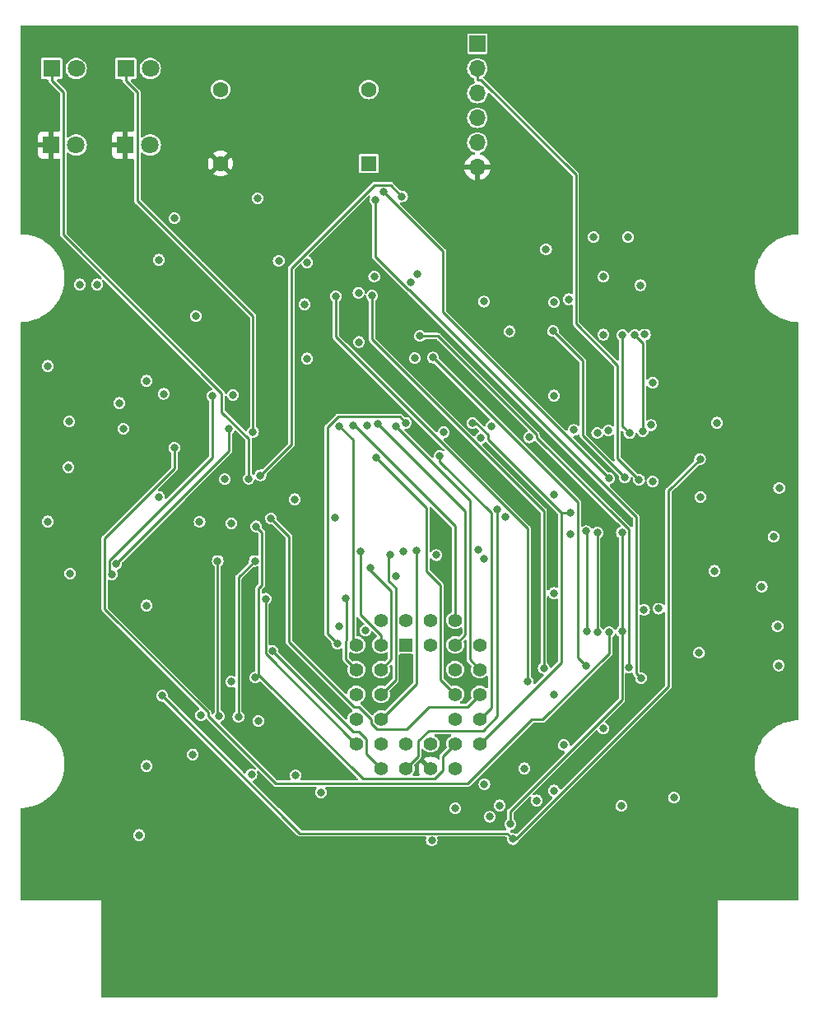
<source format=gbr>
%TF.GenerationSoftware,KiCad,Pcbnew,7.0.10*%
%TF.CreationDate,2024-04-09T09:15:38+02:00*%
%TF.ProjectId,port2-sdcard-interface,706f7274-322d-4736-9463-6172642d696e,rev3*%
%TF.SameCoordinates,Original*%
%TF.FileFunction,Copper,L3,Inr*%
%TF.FilePolarity,Positive*%
%FSLAX46Y46*%
G04 Gerber Fmt 4.6, Leading zero omitted, Abs format (unit mm)*
G04 Created by KiCad (PCBNEW 7.0.10) date 2024-04-09 09:15:38*
%MOMM*%
%LPD*%
G01*
G04 APERTURE LIST*
%TA.AperFunction,ComponentPad*%
%ADD10R,1.800000X1.800000*%
%TD*%
%TA.AperFunction,ComponentPad*%
%ADD11C,1.800000*%
%TD*%
%TA.AperFunction,ComponentPad*%
%ADD12R,1.422400X1.422400*%
%TD*%
%TA.AperFunction,ComponentPad*%
%ADD13C,1.422400*%
%TD*%
%TA.AperFunction,ComponentPad*%
%ADD14R,1.700000X1.700000*%
%TD*%
%TA.AperFunction,ComponentPad*%
%ADD15O,1.700000X1.700000*%
%TD*%
%TA.AperFunction,ComponentPad*%
%ADD16R,1.600000X1.600000*%
%TD*%
%TA.AperFunction,ComponentPad*%
%ADD17C,1.600000*%
%TD*%
%TA.AperFunction,ViaPad*%
%ADD18C,0.800000*%
%TD*%
%TA.AperFunction,Conductor*%
%ADD19C,0.250000*%
%TD*%
G04 APERTURE END LIST*
D10*
%TO.N,Net-(D1-K)*%
%TO.C,D1*%
X24760000Y-22225000D03*
D11*
%TO.N,Net-(D1-A)*%
X27300000Y-22225000D03*
%TD*%
D10*
%TO.N,GND*%
%TO.C,D4*%
X32366000Y-30085000D03*
D11*
%TO.N,Net-(D4-A)*%
X34906000Y-30085000D03*
%TD*%
D10*
%TO.N,GND*%
%TO.C,D3*%
X24746000Y-30085000D03*
D11*
%TO.N,Net-(D3-A)*%
X27286000Y-30085000D03*
%TD*%
D10*
%TO.N,Net-(D2-K)*%
%TO.C,D2*%
X32380000Y-22225000D03*
D11*
%TO.N,Net-(D2-A)*%
X34920000Y-22225000D03*
%TD*%
D12*
%TO.N,unconnected-(U15-NC-Pad1)*%
%TO.C,U15*%
X61195000Y-81520000D03*
D13*
%TO.N,ROM16*%
X63735000Y-78980000D03*
%TO.N,CA15*%
X63735000Y-81520000D03*
%TO.N,CA12*%
X66275000Y-78980000D03*
%TO.N,CA7*%
X68815000Y-81520000D03*
%TO.N,CA6*%
X66275000Y-81520000D03*
%TO.N,CA5*%
X68815000Y-84060000D03*
%TO.N,CA4*%
X66275000Y-84060000D03*
%TO.N,CA3*%
X68815000Y-86600000D03*
%TO.N,CA2*%
X66275000Y-86600000D03*
%TO.N,CA1*%
X68815000Y-89140000D03*
%TO.N,CA0*%
X66275000Y-89140000D03*
%TO.N,D0*%
X68815000Y-91680000D03*
%TO.N,D1*%
X66275000Y-94220000D03*
%TO.N,D2*%
X66275000Y-91680000D03*
%TO.N,GND*%
X63735000Y-94220000D03*
%TO.N,D3*%
X63735000Y-91680000D03*
%TO.N,D4*%
X61195000Y-94220000D03*
%TO.N,D5*%
X61195000Y-91680000D03*
%TO.N,D6*%
X58655000Y-94220000D03*
%TO.N,D7*%
X56115000Y-91680000D03*
%TO.N,~{S13}*%
X58655000Y-91680000D03*
%TO.N,CA10*%
X56115000Y-89140000D03*
%TO.N,~{RD}*%
X58655000Y-89140000D03*
%TO.N,CA11*%
X56115000Y-86600000D03*
%TO.N,CA9*%
X58655000Y-86600000D03*
%TO.N,CA8*%
X56115000Y-84060000D03*
%TO.N,CA13*%
X58655000Y-84060000D03*
%TO.N,CA14*%
X56115000Y-81520000D03*
%TO.N,unconnected-(U15-NC-Pad30)*%
X58655000Y-78980000D03*
%TO.N,~{WR}*%
X58655000Y-81520000D03*
%TO.N,VCC*%
X61195000Y-78980000D03*
%TD*%
D14*
%TO.N,~{CS}*%
%TO.C,J3*%
X68561000Y-19671000D03*
D15*
%TO.N,CLK*%
X68561000Y-22211000D03*
%TO.N,MOSI*%
X68561000Y-24751000D03*
%TO.N,MISO*%
X68561000Y-27291000D03*
%TO.N,VCC*%
X68561000Y-29831000D03*
%TO.N,GND*%
X68561000Y-32371000D03*
%TD*%
D16*
%TO.N,unconnected-(X1-NC-Pad1)*%
%TO.C,X1*%
X57385000Y-31990000D03*
D17*
%TO.N,GND*%
X42145000Y-31990000D03*
%TO.N,16MHz*%
X42145000Y-24370000D03*
%TO.N,VCC*%
X57385000Y-24370000D03*
%TD*%
D18*
%TO.N,Net-(U3B-Q)*%
X27667000Y-44436000D03*
%TO.N,Net-(U3A-Q)*%
X29445000Y-44436000D03*
%TO.N,VCC*%
X91492600Y-66283600D03*
X34525000Y-93966000D03*
X93199000Y-58660000D03*
X33763000Y-101078000D03*
X99608100Y-65378500D03*
X84055000Y-39560100D03*
X74657000Y-97522000D03*
X35795000Y-41896000D03*
X92945000Y-73900000D03*
X24365000Y-52818000D03*
X49765000Y-66534000D03*
X35795000Y-66280000D03*
X34525000Y-54342000D03*
X81515000Y-90103900D03*
X86595000Y-64703300D03*
X86595000Y-54542200D03*
X45955000Y-35555700D03*
X76435000Y-86600000D03*
X77959000Y-45960000D03*
X73387000Y-94220000D03*
X76435000Y-76186000D03*
X34525000Y-77456000D03*
X24365000Y-68820000D03*
X51035000Y-42150000D03*
X48128600Y-41989600D03*
X76435000Y-66026000D03*
X85325000Y-44510700D03*
X76435000Y-96506000D03*
X50781000Y-46468000D03*
X60179000Y-74408000D03*
X39605000Y-47681800D03*
X76435000Y-55866000D03*
X31731000Y-56628000D03*
X83368700Y-98083400D03*
X70847000Y-98030000D03*
X43415000Y-55790900D03*
X51035000Y-52056000D03*
%TO.N,~{RES}*%
X36146100Y-86744900D03*
X72214900Y-101483300D03*
X81520500Y-43634400D03*
X91470800Y-62386900D03*
%TO.N,CA0*%
X39983500Y-68851800D03*
X65093000Y-59654900D03*
%TO.N,D0*%
X68055300Y-58687900D03*
X80511500Y-39555700D03*
X78161400Y-67883900D03*
X40137200Y-88748000D03*
%TO.N,D1*%
X68916400Y-60216800D03*
X41964400Y-88851000D03*
X73912100Y-60164400D03*
X41850000Y-72875300D03*
%TO.N,CA1*%
X64666700Y-62087200D03*
X43251100Y-68997700D03*
%TO.N,CA2*%
X58114600Y-62226800D03*
%TO.N,D2*%
X45800500Y-69322300D03*
X45727600Y-84867300D03*
X70022200Y-59003000D03*
X78470800Y-59406600D03*
%TO.N,D3*%
X80893100Y-59713100D03*
X43980400Y-88917200D03*
X71411800Y-68359200D03*
X45664500Y-72875300D03*
%TO.N,CA3*%
X47330200Y-68512500D03*
%TO.N,GND*%
X46856700Y-54178400D03*
X51035000Y-37070000D03*
X98025000Y-58660000D03*
X47488503Y-60592503D03*
X76435000Y-70852000D03*
X34525000Y-88886000D03*
X35795000Y-36816000D03*
X77959000Y-40880000D03*
X34525000Y-49008000D03*
X93707000Y-99300000D03*
X35795000Y-60946000D03*
X81769000Y-94220000D03*
X98025000Y-73900000D03*
X51797000Y-46976000D03*
X34525000Y-72376000D03*
X29445000Y-52818000D03*
X76435000Y-50786000D03*
X76435000Y-81266000D03*
X76181000Y-78980000D03*
X49765000Y-61708000D03*
X29699000Y-68820000D03*
X81241200Y-101817000D03*
X76435000Y-60946000D03*
X65259000Y-74662000D03*
X76435000Y-91426000D03*
%TO.N,CA4*%
X54160600Y-81387500D03*
X61202300Y-58658000D03*
%TO.N,D4*%
X82042400Y-59466600D03*
X70624500Y-67566800D03*
X81515000Y-49593200D03*
%TO.N,D5*%
X45327900Y-94862600D03*
X84196000Y-59742300D03*
X68658900Y-71745000D03*
X83475700Y-49659000D03*
%TO.N,CA5*%
X60186700Y-59028700D03*
%TO.N,CA6*%
X58334400Y-58772600D03*
%TO.N,D6*%
X47499300Y-82134100D03*
X69260300Y-72691000D03*
X84755800Y-49657600D03*
X85570300Y-59509900D03*
%TO.N,D7*%
X85794200Y-49583200D03*
X86414000Y-58898300D03*
X46783400Y-76776100D03*
%TO.N,CA7*%
X57051800Y-80031300D03*
X57241700Y-58972000D03*
%TO.N,CA8*%
X55018700Y-76754500D03*
%TO.N,CA9*%
X59600600Y-72261900D03*
X43251800Y-85301100D03*
%TO.N,CA10*%
X46025200Y-89338100D03*
X64344800Y-72275200D03*
%TO.N,CA11*%
X60953300Y-71923200D03*
%TO.N,CA12*%
X49864700Y-94908400D03*
X55783800Y-58970600D03*
%TO.N,CA13*%
X57600300Y-73627000D03*
%TO.N,CA14*%
X54369700Y-58997900D03*
%TO.N,CA15*%
X53906500Y-68455100D03*
X39296100Y-92783000D03*
%TO.N,~{RD}*%
X62265600Y-71818100D03*
X69281800Y-95847900D03*
X61726100Y-44218400D03*
%TO.N,~{WR}*%
X56381000Y-50355400D03*
X56511300Y-71855400D03*
X99438900Y-79584600D03*
X99565500Y-83626100D03*
%TO.N,Net-(D1-K)*%
X45049100Y-64410800D03*
%TO.N,Net-(D2-K)*%
X45481900Y-59586900D03*
%TO.N,~{CS}*%
X26589800Y-58535200D03*
%TO.N,CLK*%
X85187500Y-64511000D03*
%TO.N,A1*%
X79753100Y-69817500D03*
X79839400Y-80073100D03*
%TO.N,A5*%
X69850000Y-99195700D03*
%TO.N,A7*%
X77435400Y-91815700D03*
%TO.N,~{IORQ}*%
X83426700Y-80121400D03*
X71957500Y-99947900D03*
X83426700Y-69954600D03*
%TO.N,A4*%
X63869400Y-101638700D03*
X88774200Y-97220600D03*
%TO.N,A2*%
X80894400Y-80216000D03*
X80894400Y-69962800D03*
X66289000Y-98332800D03*
%TO.N,SD_SPI*%
X37400400Y-37629000D03*
X31408000Y-73164800D03*
X42982300Y-59301200D03*
%TO.N,~{CLKSTART_DB}*%
X30976100Y-74259100D03*
X41312900Y-55894000D03*
%TO.N,~{CLK}*%
X76329600Y-49215100D03*
X83723500Y-64293500D03*
X26664300Y-74164700D03*
%TO.N,Net-(U8-Cp)*%
X97816300Y-75507000D03*
X54364800Y-79581200D03*
%TO.N,Net-(U11-Cp)*%
X91371900Y-82324700D03*
X52459300Y-96696300D03*
%TO.N,~{S4}*%
X84152000Y-83828100D03*
X62664200Y-49738500D03*
%TO.N,~{S3}*%
X79741100Y-83682900D03*
X64000000Y-51955000D03*
%TO.N,~{S2}*%
X75388400Y-83882700D03*
X57714300Y-45599600D03*
%TO.N,~{S1}*%
X53994900Y-45651100D03*
X73714500Y-85237700D03*
%TO.N,~{SER_RD}*%
X58909200Y-34917000D03*
X82137200Y-64383800D03*
%TO.N,Net-(U4-Pad12)*%
X60812800Y-35371100D03*
X46255200Y-64065900D03*
%TO.N,~{SDOUT_SET}*%
X36289000Y-55686300D03*
X62380100Y-43324000D03*
%TO.N,~{SDOUT_RESET}*%
X57951400Y-43629600D03*
X32141500Y-59273800D03*
%TO.N,~{SER_WR}*%
X56341900Y-45283600D03*
X71882700Y-49254200D03*
%TO.N,~{SDCS_SET}*%
X26502100Y-63226900D03*
X62120600Y-52007500D03*
%TO.N,A3*%
X82131000Y-80209500D03*
X37400400Y-61223200D03*
%TO.N,~{S13}*%
X85709700Y-77920500D03*
%TO.N,ROM16*%
X99043800Y-70376900D03*
%TO.N,~{S14}*%
X87226200Y-77774500D03*
X78128300Y-70155500D03*
%TO.N,Net-(U3A-Q)*%
X75626600Y-40826600D03*
%TO.N,Net-(U3B-Q)*%
X69215800Y-46193800D03*
%TO.N,LED_SEL*%
X42586600Y-64469100D03*
X76450700Y-46261600D03*
%TO.N,~{S5}*%
X58043600Y-35723000D03*
X85385200Y-84926200D03*
%TD*%
D19*
%TO.N,~{RES}*%
X88219100Y-65638600D02*
X88219100Y-85776700D01*
X50309200Y-100908000D02*
X36146100Y-86744900D01*
X72512500Y-101483300D02*
X72214900Y-101483300D01*
X88219100Y-85776700D02*
X72512500Y-101483300D01*
X72214900Y-101483300D02*
X71639600Y-100908000D01*
X91470800Y-62386900D02*
X88219100Y-65638600D01*
X71639600Y-100908000D02*
X50309200Y-100908000D01*
%TO.N,D0*%
X69641700Y-59916300D02*
X68413300Y-58687900D01*
X77164300Y-67883900D02*
X69641700Y-60361300D01*
X77164300Y-83330700D02*
X77164300Y-67883900D01*
X78161400Y-67883900D02*
X77164300Y-67883900D01*
X68815000Y-91680000D02*
X77164300Y-83330700D01*
X69641700Y-60361300D02*
X69641700Y-59916300D01*
X68413300Y-58687900D02*
X68055300Y-58687900D01*
%TO.N,D1*%
X41850000Y-88736600D02*
X41964400Y-88851000D01*
X41850000Y-72875300D02*
X41850000Y-88736600D01*
%TO.N,CA1*%
X69985600Y-67953600D02*
X69985600Y-87969400D01*
X69985600Y-87969400D02*
X68815000Y-89140000D01*
X64666700Y-62087200D02*
X64666700Y-62634700D01*
X64666700Y-62634700D02*
X69985600Y-67953600D01*
%TO.N,CA2*%
X58114600Y-62226800D02*
X63302900Y-67415100D01*
X63302900Y-67415100D02*
X63302900Y-73918700D01*
X64771600Y-85096600D02*
X66275000Y-86600000D01*
X64771500Y-75387300D02*
X64771500Y-85096600D01*
X64771500Y-85096600D02*
X64771600Y-85096600D01*
X63302900Y-73918700D02*
X64771500Y-75387300D01*
%TO.N,D2*%
X65005100Y-94453800D02*
X64160200Y-95298700D01*
X66275000Y-91680000D02*
X65005100Y-92949900D01*
X56755400Y-95298700D02*
X46025800Y-84569100D01*
X46403800Y-75350000D02*
X46403800Y-69925600D01*
X46025800Y-84569100D02*
X46025800Y-75728000D01*
X46403800Y-69925600D02*
X45800500Y-69322300D01*
X64160200Y-95298700D02*
X56755400Y-95298700D01*
X45727600Y-84867300D02*
X46025800Y-84569100D01*
X46025800Y-75728000D02*
X46403800Y-75350000D01*
X65005100Y-92949900D02*
X65005100Y-94453800D01*
%TO.N,D3*%
X45664500Y-72875300D02*
X43980400Y-74559400D01*
X43980400Y-74559400D02*
X43980400Y-88917200D01*
%TO.N,CA3*%
X63601700Y-87870000D02*
X61263800Y-90207900D01*
X55875300Y-87870000D02*
X49175100Y-81169800D01*
X57618400Y-89601600D02*
X57618400Y-89134900D01*
X56353500Y-87870000D02*
X55875300Y-87870000D01*
X49175100Y-81169800D02*
X49175100Y-70357400D01*
X61263800Y-90207900D02*
X58224700Y-90207900D01*
X67545000Y-87870000D02*
X63601700Y-87870000D01*
X57618400Y-89134900D02*
X56353500Y-87870000D01*
X58224700Y-90207900D02*
X57618400Y-89601600D01*
X49175100Y-70357400D02*
X47330200Y-68512500D01*
X68815000Y-86600000D02*
X67545000Y-87870000D01*
%TO.N,GND*%
X76435000Y-81266000D02*
X76435000Y-79234000D01*
X76435000Y-79234000D02*
X76181000Y-78980000D01*
%TO.N,CA4*%
X54245000Y-58047200D02*
X60591500Y-58047200D01*
X53162600Y-80389500D02*
X53162600Y-59129600D01*
X53162600Y-59129600D02*
X54245000Y-58047200D01*
X54160600Y-81387500D02*
X53162600Y-80389500D01*
X60591500Y-58047200D02*
X61202300Y-58658000D01*
%TO.N,D4*%
X69144200Y-90326500D02*
X63542200Y-90326500D01*
X70624500Y-88846200D02*
X69144200Y-90326500D01*
X70624500Y-67566800D02*
X70624500Y-88846200D01*
X63542200Y-90326500D02*
X62465000Y-91403700D01*
X62465000Y-92950000D02*
X61195000Y-94220000D01*
X62465000Y-91403700D02*
X62465000Y-92950000D01*
%TO.N,D5*%
X84196000Y-59742300D02*
X83475700Y-59022000D01*
X83475700Y-59022000D02*
X83475700Y-49659000D01*
%TO.N,CA5*%
X67778500Y-83023500D02*
X67778500Y-66620500D01*
X68815000Y-84060000D02*
X67778500Y-83023500D01*
X67778500Y-66620500D02*
X60186700Y-59028700D01*
%TO.N,CA6*%
X67328100Y-67766300D02*
X58334400Y-58772600D01*
X66275000Y-81520000D02*
X67328100Y-80466900D01*
X67328100Y-80466900D02*
X67328100Y-67766300D01*
%TO.N,D6*%
X85570300Y-50472100D02*
X85570300Y-59509900D01*
X56365500Y-90410000D02*
X55775200Y-90410000D01*
X57151600Y-92716600D02*
X57151600Y-91196100D01*
X55775200Y-90410000D02*
X47499300Y-82134100D01*
X57151600Y-91196100D02*
X56365500Y-90410000D01*
X58655000Y-94220000D02*
X57151600Y-92716600D01*
X84755800Y-49657600D02*
X85570300Y-50472100D01*
%TO.N,D7*%
X56019500Y-91680000D02*
X56115000Y-91680000D01*
X46774000Y-82434500D02*
X56019500Y-91680000D01*
X46774000Y-76785500D02*
X46774000Y-82434500D01*
X46783400Y-76776100D02*
X46774000Y-76785500D01*
%TO.N,CA8*%
X56115000Y-84060000D02*
X55037600Y-82982600D01*
X55090200Y-76826000D02*
X55018700Y-76754500D01*
X55037600Y-82982600D02*
X55037600Y-81131500D01*
X55037600Y-81131500D02*
X55090200Y-81078900D01*
X55090200Y-81078900D02*
X55090200Y-76826000D01*
%TO.N,CA9*%
X60142000Y-75596500D02*
X59453600Y-74908100D01*
X59453600Y-72408900D02*
X59600600Y-72261900D01*
X59453600Y-74908100D02*
X59453600Y-72408900D01*
X60142000Y-85113000D02*
X60142000Y-75596500D01*
X58655000Y-86600000D02*
X60142000Y-85113000D01*
%TO.N,CA12*%
X66275000Y-78980000D02*
X66275000Y-69302300D01*
X66275000Y-69302300D02*
X55943300Y-58970600D01*
X55943300Y-58970600D02*
X55783800Y-58970600D01*
%TO.N,CA13*%
X58655000Y-84060000D02*
X59691600Y-83023400D01*
X59691600Y-75924400D02*
X57600300Y-73833100D01*
X59691600Y-83023400D02*
X59691600Y-75924400D01*
X57600300Y-73833100D02*
X57600300Y-73627000D01*
%TO.N,CA14*%
X56115000Y-81520000D02*
X55777000Y-81182000D01*
X55777000Y-81182000D02*
X55777000Y-60405200D01*
X55777000Y-60405200D02*
X54369700Y-58997900D01*
%TO.N,~{RD}*%
X62265600Y-85529400D02*
X62265600Y-71818100D01*
X58655000Y-89140000D02*
X62265600Y-85529400D01*
%TO.N,~{WR}*%
X56511300Y-78383500D02*
X56511300Y-71855400D01*
X58655000Y-80527200D02*
X56511300Y-78383500D01*
X58655000Y-81520000D02*
X58655000Y-80527200D01*
%TO.N,Net-(D1-K)*%
X42268900Y-57558700D02*
X42268900Y-55622300D01*
X45049100Y-60338900D02*
X42268900Y-57558700D01*
X25985300Y-24675600D02*
X24760000Y-23450300D01*
X45049100Y-64410800D02*
X45049100Y-60338900D01*
X42268900Y-55622300D02*
X25985300Y-39338700D01*
X24760000Y-22225000D02*
X24760000Y-23450300D01*
X25985300Y-39338700D02*
X25985300Y-24675600D01*
%TO.N,Net-(D2-K)*%
X33591400Y-24661700D02*
X32380000Y-23450300D01*
X33591400Y-35800900D02*
X33591400Y-24661700D01*
X45481900Y-59586900D02*
X45481900Y-47691400D01*
X45481900Y-47691400D02*
X33591400Y-35800900D01*
X32380000Y-22225000D02*
X32380000Y-23450300D01*
%TO.N,CLK*%
X68561000Y-22211000D02*
X68561000Y-23386300D01*
X68561000Y-23386300D02*
X68928300Y-23386300D01*
X78684400Y-48431600D02*
X82981200Y-52728400D01*
X78684400Y-33142400D02*
X78684400Y-48431600D01*
X68928300Y-23386300D02*
X78684400Y-33142400D01*
X82981200Y-62304700D02*
X85187500Y-64511000D01*
X82981200Y-52728400D02*
X82981200Y-62304700D01*
%TO.N,A1*%
X79839400Y-69903800D02*
X79839400Y-80073100D01*
X79753100Y-69817500D02*
X79839400Y-69903800D01*
%TO.N,~{IORQ}*%
X71957500Y-99947900D02*
X71957500Y-98634400D01*
X83426700Y-80121400D02*
X83426700Y-69954600D01*
X83426700Y-87165200D02*
X83426700Y-80121400D01*
X71957500Y-98634400D02*
X83426700Y-87165200D01*
%TO.N,A2*%
X80894400Y-69962800D02*
X80894400Y-80216000D01*
%TO.N,SD_SPI*%
X42982300Y-61590500D02*
X31408000Y-73164800D01*
X42982300Y-59301200D02*
X42982300Y-61590500D01*
%TO.N,~{CLKSTART_DB}*%
X30976100Y-74259100D02*
X30682600Y-73965600D01*
X41312900Y-62220000D02*
X41312900Y-55894000D01*
X30682600Y-72850300D02*
X41312900Y-62220000D01*
X30682600Y-73965600D02*
X30682600Y-72850300D01*
%TO.N,~{CLK}*%
X83723500Y-64293500D02*
X79411200Y-59981200D01*
X79411200Y-59981200D02*
X79411200Y-52296700D01*
X79411200Y-52296700D02*
X76329600Y-49215100D01*
%TO.N,~{S4}*%
X84152000Y-69617500D02*
X83165200Y-68630700D01*
X74637400Y-60177300D02*
X74637400Y-59863900D01*
X74637400Y-59863900D02*
X64512000Y-49738500D01*
X83165200Y-68630700D02*
X83090800Y-68630700D01*
X64512000Y-49738500D02*
X62664200Y-49738500D01*
X83090800Y-68630700D02*
X74637400Y-60177300D01*
X84152000Y-83828100D02*
X84152000Y-69617500D01*
%TO.N,~{S3}*%
X64000000Y-51955000D02*
X78886700Y-66841700D01*
X78886700Y-82828500D02*
X79741100Y-83682900D01*
X78886700Y-66841700D02*
X78886700Y-82828500D01*
%TO.N,~{S2}*%
X57714300Y-45599600D02*
X57714300Y-50051700D01*
X57714300Y-50051700D02*
X75388400Y-67725800D01*
X75388400Y-67725800D02*
X75388400Y-83882700D01*
%TO.N,~{S1}*%
X53994900Y-45651100D02*
X53994900Y-49782800D01*
X73714500Y-69502400D02*
X73714500Y-85237700D01*
X53994900Y-49782800D02*
X73714500Y-69502400D01*
%TO.N,~{SER_RD}*%
X65028200Y-41036000D02*
X65028200Y-47274800D01*
X65028200Y-47274800D02*
X82137200Y-64383800D01*
X58909200Y-34917000D02*
X65028200Y-41036000D01*
%TO.N,Net-(U4-Pad12)*%
X57952900Y-34191600D02*
X59633300Y-34191600D01*
X59633300Y-34191600D02*
X60812800Y-35371100D01*
X49412100Y-60909000D02*
X49412100Y-42732400D01*
X46255200Y-64065900D02*
X49412100Y-60909000D01*
X49412100Y-42732400D02*
X57952900Y-34191600D01*
%TO.N,A3*%
X82131000Y-80209500D02*
X82131000Y-82368500D01*
X37400400Y-63343000D02*
X37400400Y-61223200D01*
X74145600Y-89207500D02*
X67577400Y-95775700D01*
X82131000Y-82368500D02*
X75292000Y-89207500D01*
X30226500Y-70516900D02*
X37400400Y-63343000D01*
X30226500Y-77811500D02*
X30226500Y-70516900D01*
X40862500Y-88447500D02*
X30226500Y-77811500D01*
X75292000Y-89207500D02*
X74145600Y-89207500D01*
X47845800Y-95775700D02*
X40862500Y-88792400D01*
X40862500Y-88792400D02*
X40862500Y-88447500D01*
X67577400Y-95775700D02*
X47845800Y-95775700D01*
%TO.N,~{S5}*%
X58043600Y-35723000D02*
X58043600Y-41561600D01*
X84877400Y-68303400D02*
X84877400Y-84418400D01*
X61425700Y-44943700D02*
X61517700Y-44943700D01*
X58043600Y-41561600D02*
X61425700Y-44943700D01*
X61517700Y-44943700D02*
X84877400Y-68303400D01*
X84877400Y-84418400D02*
X85385200Y-84926200D01*
%TD*%
%TA.AperFunction,Conductor*%
%TO.N,GND*%
G36*
X82861419Y-80385435D02*
G01*
X82895042Y-80419459D01*
X82897216Y-80417792D01*
X82902163Y-80424239D01*
X82902164Y-80424241D01*
X82998418Y-80549682D01*
X83052687Y-80591324D01*
X83093889Y-80647749D01*
X83101200Y-80689698D01*
X83101200Y-86979011D01*
X83081515Y-87046050D01*
X83064881Y-87066692D01*
X78250849Y-91880723D01*
X78189526Y-91914208D01*
X78119834Y-91909224D01*
X78063901Y-91867352D01*
X78040230Y-91809229D01*
X78020444Y-91658938D01*
X77959936Y-91512859D01*
X77863682Y-91387418D01*
X77738241Y-91291164D01*
X77737012Y-91290655D01*
X77592162Y-91230656D01*
X77592160Y-91230655D01*
X77435401Y-91210018D01*
X77435399Y-91210018D01*
X77278639Y-91230655D01*
X77278637Y-91230656D01*
X77132560Y-91291163D01*
X77007118Y-91387418D01*
X76910863Y-91512860D01*
X76850356Y-91658937D01*
X76850355Y-91658939D01*
X76829718Y-91815698D01*
X76829718Y-91815701D01*
X76850355Y-91972460D01*
X76850356Y-91972462D01*
X76884782Y-92055575D01*
X76910864Y-92118541D01*
X77007118Y-92243982D01*
X77132559Y-92340236D01*
X77278638Y-92400744D01*
X77428929Y-92420530D01*
X77492823Y-92448795D01*
X77531295Y-92507119D01*
X77532127Y-92576984D01*
X77500423Y-92631149D01*
X71741215Y-98390357D01*
X71733242Y-98397664D01*
X71704305Y-98421945D01*
X71685414Y-98454664D01*
X71679605Y-98463781D01*
X71657946Y-98494713D01*
X71655706Y-98499517D01*
X71648729Y-98516361D01*
X71646910Y-98521360D01*
X71640352Y-98558548D01*
X71638012Y-98569103D01*
X71628235Y-98605591D01*
X71628235Y-98605592D01*
X71631528Y-98643217D01*
X71632000Y-98654026D01*
X71632000Y-99379599D01*
X71612315Y-99446638D01*
X71583488Y-99477974D01*
X71529220Y-99519615D01*
X71432963Y-99645060D01*
X71372456Y-99791137D01*
X71372455Y-99791139D01*
X71351818Y-99947898D01*
X71351818Y-99947901D01*
X71372455Y-100104660D01*
X71372456Y-100104662D01*
X71432964Y-100250741D01*
X71529218Y-100376182D01*
X71529220Y-100376183D01*
X71534166Y-100382629D01*
X71531444Y-100384717D01*
X71557340Y-100432142D01*
X71552356Y-100501834D01*
X71510484Y-100557767D01*
X71445020Y-100582184D01*
X71436174Y-100582500D01*
X50495388Y-100582500D01*
X50428349Y-100562815D01*
X50407707Y-100546181D01*
X49057227Y-99195701D01*
X69244318Y-99195701D01*
X69264955Y-99352460D01*
X69264956Y-99352462D01*
X69293571Y-99421546D01*
X69325464Y-99498541D01*
X69421718Y-99623982D01*
X69547159Y-99720236D01*
X69693238Y-99780744D01*
X69771619Y-99791063D01*
X69849999Y-99801382D01*
X69850000Y-99801382D01*
X69850001Y-99801382D01*
X69902254Y-99794502D01*
X70006762Y-99780744D01*
X70152841Y-99720236D01*
X70278282Y-99623982D01*
X70374536Y-99498541D01*
X70435044Y-99352462D01*
X70455682Y-99195700D01*
X70435044Y-99038938D01*
X70374536Y-98892859D01*
X70278282Y-98767418D01*
X70152841Y-98671164D01*
X70146274Y-98668444D01*
X70006762Y-98610656D01*
X70006760Y-98610655D01*
X69850001Y-98590018D01*
X69849999Y-98590018D01*
X69693239Y-98610655D01*
X69693237Y-98610656D01*
X69547160Y-98671163D01*
X69421718Y-98767418D01*
X69325463Y-98892860D01*
X69264956Y-99038937D01*
X69264955Y-99038939D01*
X69244318Y-99195698D01*
X69244318Y-99195701D01*
X49057227Y-99195701D01*
X48194327Y-98332801D01*
X65683318Y-98332801D01*
X65703955Y-98489560D01*
X65703956Y-98489562D01*
X65715056Y-98516361D01*
X65764464Y-98635641D01*
X65860718Y-98761082D01*
X65986159Y-98857336D01*
X66132238Y-98917844D01*
X66210619Y-98928163D01*
X66288999Y-98938482D01*
X66289000Y-98938482D01*
X66289001Y-98938482D01*
X66341254Y-98931602D01*
X66445762Y-98917844D01*
X66591841Y-98857336D01*
X66717282Y-98761082D01*
X66813536Y-98635641D01*
X66874044Y-98489562D01*
X66894682Y-98332800D01*
X66874044Y-98176038D01*
X66813553Y-98030001D01*
X70241318Y-98030001D01*
X70261955Y-98186760D01*
X70261956Y-98186762D01*
X70322464Y-98332841D01*
X70418718Y-98458282D01*
X70544159Y-98554536D01*
X70690238Y-98615044D01*
X70768619Y-98625363D01*
X70846999Y-98635682D01*
X70847000Y-98635682D01*
X70847001Y-98635682D01*
X70899254Y-98628802D01*
X71003762Y-98615044D01*
X71149841Y-98554536D01*
X71275282Y-98458282D01*
X71371536Y-98332841D01*
X71432044Y-98186762D01*
X71452682Y-98030000D01*
X71432044Y-97873238D01*
X71371536Y-97727159D01*
X71275282Y-97601718D01*
X71149841Y-97505464D01*
X71132678Y-97498355D01*
X71003762Y-97444956D01*
X71003760Y-97444955D01*
X70847001Y-97424318D01*
X70846999Y-97424318D01*
X70690239Y-97444955D01*
X70690237Y-97444956D01*
X70544160Y-97505463D01*
X70418718Y-97601718D01*
X70322463Y-97727160D01*
X70261956Y-97873237D01*
X70261955Y-97873239D01*
X70241318Y-98029998D01*
X70241318Y-98030001D01*
X66813553Y-98030001D01*
X66813536Y-98029959D01*
X66717282Y-97904518D01*
X66591841Y-97808264D01*
X66590689Y-97807787D01*
X66445762Y-97747756D01*
X66445760Y-97747755D01*
X66289001Y-97727118D01*
X66288999Y-97727118D01*
X66132239Y-97747755D01*
X66132237Y-97747756D01*
X65986160Y-97808263D01*
X65860718Y-97904518D01*
X65764463Y-98029960D01*
X65703956Y-98176037D01*
X65703955Y-98176039D01*
X65683318Y-98332798D01*
X65683318Y-98332801D01*
X48194327Y-98332801D01*
X45491794Y-95630268D01*
X45458309Y-95568945D01*
X45463293Y-95499253D01*
X45505165Y-95443320D01*
X45532020Y-95428027D01*
X45630741Y-95387136D01*
X45756182Y-95290882D01*
X45852436Y-95165441D01*
X45912944Y-95019362D01*
X45933582Y-94862600D01*
X45912944Y-94705838D01*
X45866774Y-94594376D01*
X45859306Y-94524907D01*
X45890581Y-94462428D01*
X45950670Y-94426776D01*
X46020495Y-94429270D01*
X46069017Y-94459243D01*
X47601750Y-95991976D01*
X47609057Y-95999950D01*
X47633341Y-96028890D01*
X47633343Y-96028891D01*
X47633345Y-96028894D01*
X47633347Y-96028895D01*
X47633348Y-96028896D01*
X47666056Y-96047780D01*
X47675179Y-96053592D01*
X47706116Y-96075254D01*
X47706119Y-96075254D01*
X47710976Y-96077520D01*
X47727733Y-96084460D01*
X47732753Y-96086287D01*
X47732755Y-96086288D01*
X47769943Y-96092845D01*
X47780506Y-96095187D01*
X47816993Y-96104964D01*
X47854623Y-96101671D01*
X47865430Y-96101200D01*
X51907575Y-96101200D01*
X51974614Y-96120885D01*
X52020369Y-96173689D01*
X52030313Y-96242847D01*
X52005951Y-96300686D01*
X51934764Y-96393457D01*
X51874256Y-96539537D01*
X51874255Y-96539539D01*
X51853618Y-96696298D01*
X51853618Y-96696301D01*
X51874255Y-96853060D01*
X51874256Y-96853062D01*
X51920925Y-96965732D01*
X51934764Y-96999141D01*
X52031018Y-97124582D01*
X52156459Y-97220836D01*
X52302538Y-97281344D01*
X52380919Y-97291663D01*
X52459299Y-97301982D01*
X52459300Y-97301982D01*
X52459301Y-97301982D01*
X52511554Y-97295102D01*
X52616062Y-97281344D01*
X52762141Y-97220836D01*
X52887582Y-97124582D01*
X52983836Y-96999141D01*
X53044344Y-96853062D01*
X53064982Y-96696300D01*
X53060566Y-96662760D01*
X53044344Y-96539539D01*
X53044344Y-96539538D01*
X52983836Y-96393459D01*
X52983835Y-96393458D01*
X52983835Y-96393457D01*
X52912649Y-96300686D01*
X52887455Y-96235517D01*
X52901493Y-96167072D01*
X52950307Y-96117083D01*
X53011025Y-96101200D01*
X67557772Y-96101200D01*
X67568580Y-96101671D01*
X67606207Y-96104964D01*
X67642719Y-96095179D01*
X67653230Y-96092849D01*
X67690445Y-96086288D01*
X67690450Y-96086284D01*
X67695499Y-96084447D01*
X67712224Y-96077519D01*
X67717081Y-96075254D01*
X67717084Y-96075254D01*
X67748025Y-96053587D01*
X67757139Y-96047782D01*
X67789855Y-96028894D01*
X67789859Y-96028890D01*
X67814136Y-95999956D01*
X67821436Y-95991988D01*
X67965523Y-95847901D01*
X68676118Y-95847901D01*
X68696755Y-96004660D01*
X68696756Y-96004662D01*
X68738302Y-96104964D01*
X68757264Y-96150741D01*
X68853518Y-96276182D01*
X68978959Y-96372436D01*
X69125038Y-96432944D01*
X69203419Y-96443263D01*
X69281799Y-96453582D01*
X69281800Y-96453582D01*
X69281801Y-96453582D01*
X69334054Y-96446702D01*
X69438562Y-96432944D01*
X69584641Y-96372436D01*
X69710082Y-96276182D01*
X69806336Y-96150741D01*
X69866844Y-96004662D01*
X69887482Y-95847900D01*
X69866844Y-95691138D01*
X69806336Y-95545059D01*
X69710082Y-95419618D01*
X69584641Y-95323364D01*
X69438562Y-95262856D01*
X69438560Y-95262855D01*
X69281801Y-95242218D01*
X69281799Y-95242218D01*
X69125039Y-95262855D01*
X69125037Y-95262856D01*
X68978960Y-95323363D01*
X68853518Y-95419618D01*
X68757263Y-95545060D01*
X68696756Y-95691137D01*
X68696755Y-95691139D01*
X68676118Y-95847898D01*
X68676118Y-95847901D01*
X67965523Y-95847901D01*
X69593424Y-94220001D01*
X72781318Y-94220001D01*
X72801955Y-94376760D01*
X72801956Y-94376762D01*
X72845798Y-94482607D01*
X72862464Y-94522841D01*
X72958718Y-94648282D01*
X73084159Y-94744536D01*
X73230238Y-94805044D01*
X73308619Y-94815363D01*
X73386999Y-94825682D01*
X73387000Y-94825682D01*
X73387001Y-94825682D01*
X73439254Y-94818802D01*
X73543762Y-94805044D01*
X73689841Y-94744536D01*
X73815282Y-94648282D01*
X73911536Y-94522841D01*
X73972044Y-94376762D01*
X73992682Y-94220000D01*
X73972044Y-94063238D01*
X73911536Y-93917159D01*
X73815282Y-93791718D01*
X73689841Y-93695464D01*
X73655320Y-93681165D01*
X73543762Y-93634956D01*
X73543760Y-93634955D01*
X73387001Y-93614318D01*
X73386999Y-93614318D01*
X73230239Y-93634955D01*
X73230237Y-93634956D01*
X73084160Y-93695463D01*
X72958718Y-93791718D01*
X72862463Y-93917160D01*
X72801956Y-94063237D01*
X72801955Y-94063239D01*
X72781318Y-94219998D01*
X72781318Y-94220001D01*
X69593424Y-94220001D01*
X74244107Y-89569319D01*
X74305430Y-89535834D01*
X74331788Y-89533000D01*
X75272372Y-89533000D01*
X75283180Y-89533471D01*
X75320807Y-89536764D01*
X75357319Y-89526979D01*
X75367830Y-89524649D01*
X75405045Y-89518088D01*
X75405050Y-89518084D01*
X75410099Y-89516247D01*
X75426824Y-89509319D01*
X75431681Y-89507054D01*
X75431684Y-89507054D01*
X75462625Y-89485387D01*
X75471744Y-89479579D01*
X75504455Y-89460694D01*
X75504457Y-89460692D01*
X75528736Y-89431756D01*
X75536036Y-89423788D01*
X82347290Y-82612534D01*
X82355243Y-82605246D01*
X82384194Y-82580955D01*
X82403082Y-82548239D01*
X82408887Y-82539125D01*
X82430554Y-82508184D01*
X82430554Y-82508181D01*
X82432819Y-82503324D01*
X82439747Y-82486599D01*
X82441584Y-82481550D01*
X82441588Y-82481545D01*
X82448149Y-82444330D01*
X82450479Y-82433819D01*
X82460264Y-82397307D01*
X82456972Y-82359677D01*
X82456500Y-82348869D01*
X82456500Y-80777798D01*
X82476185Y-80710759D01*
X82505010Y-80679425D01*
X82559282Y-80637782D01*
X82655536Y-80512341D01*
X82679371Y-80454798D01*
X82683585Y-80444625D01*
X82727426Y-80390221D01*
X82793720Y-80368156D01*
X82861419Y-80385435D01*
G37*
%TD.AperFunction*%
%TA.AperFunction,Conductor*%
G36*
X57445730Y-35261610D02*
G01*
X57501663Y-35303482D01*
X57526080Y-35368946D01*
X57516957Y-35425244D01*
X57458557Y-35566234D01*
X57458555Y-35566239D01*
X57437918Y-35722998D01*
X57437918Y-35723001D01*
X57458555Y-35879760D01*
X57458556Y-35879762D01*
X57500338Y-35980634D01*
X57519064Y-36025841D01*
X57615318Y-36151282D01*
X57669587Y-36192924D01*
X57710789Y-36249349D01*
X57718100Y-36291298D01*
X57718100Y-41541972D01*
X57717628Y-41552781D01*
X57714335Y-41590408D01*
X57724112Y-41626898D01*
X57726452Y-41637452D01*
X57733011Y-41674642D01*
X57734835Y-41679655D01*
X57741797Y-41696461D01*
X57744046Y-41701284D01*
X57765704Y-41732216D01*
X57771514Y-41741334D01*
X57790406Y-41774055D01*
X57819343Y-41798336D01*
X57827318Y-41805644D01*
X61181650Y-45159976D01*
X61188957Y-45167950D01*
X61213241Y-45196890D01*
X61213243Y-45196891D01*
X61213245Y-45196894D01*
X61213247Y-45196895D01*
X61213248Y-45196896D01*
X61245956Y-45215780D01*
X61255079Y-45221592D01*
X61286016Y-45243254D01*
X61286019Y-45243254D01*
X61290876Y-45245520D01*
X61307633Y-45252460D01*
X61312653Y-45254287D01*
X61312655Y-45254288D01*
X61341297Y-45259338D01*
X61403900Y-45290364D01*
X61407447Y-45293773D01*
X84515581Y-68401907D01*
X84549066Y-68463230D01*
X84551900Y-68489588D01*
X84551900Y-69257712D01*
X84532215Y-69324751D01*
X84479411Y-69370506D01*
X84410253Y-69380450D01*
X84346697Y-69351425D01*
X84340219Y-69345393D01*
X83409244Y-68414418D01*
X83401934Y-68406441D01*
X83377656Y-68377507D01*
X83377655Y-68377506D01*
X83344934Y-68358614D01*
X83335816Y-68352804D01*
X83304884Y-68331146D01*
X83300061Y-68328897D01*
X83283255Y-68321935D01*
X83278243Y-68320111D01*
X83270962Y-68318827D01*
X83208361Y-68287798D01*
X83204819Y-68284393D01*
X74999219Y-60078793D01*
X74965734Y-60017470D01*
X74962900Y-59991112D01*
X74962900Y-59883526D01*
X74963372Y-59872717D01*
X74965272Y-59851008D01*
X74966664Y-59835093D01*
X74956878Y-59798575D01*
X74954550Y-59788073D01*
X74947988Y-59750855D01*
X74947985Y-59750849D01*
X74946160Y-59745833D01*
X74939220Y-59729076D01*
X74936954Y-59724219D01*
X74936954Y-59724216D01*
X74928831Y-59712615D01*
X74915292Y-59693279D01*
X74909480Y-59684156D01*
X74890596Y-59651448D01*
X74890591Y-59651442D01*
X74861655Y-59627162D01*
X74853680Y-59619854D01*
X64756044Y-49522218D01*
X64748734Y-49514241D01*
X64738662Y-49502238D01*
X64724455Y-49485306D01*
X64691734Y-49466414D01*
X64682616Y-49460604D01*
X64651684Y-49438946D01*
X64646861Y-49436697D01*
X64630055Y-49429735D01*
X64625042Y-49427911D01*
X64587852Y-49421352D01*
X64577298Y-49419012D01*
X64540808Y-49409235D01*
X64503181Y-49412528D01*
X64492372Y-49413000D01*
X63232499Y-49413000D01*
X63165460Y-49393315D01*
X63134123Y-49364486D01*
X63092483Y-49310219D01*
X63066601Y-49290359D01*
X62967041Y-49213964D01*
X62820962Y-49153456D01*
X62820960Y-49153455D01*
X62664201Y-49132818D01*
X62664199Y-49132818D01*
X62507439Y-49153455D01*
X62507437Y-49153456D01*
X62361360Y-49213963D01*
X62235918Y-49310218D01*
X62139663Y-49435660D01*
X62079156Y-49581737D01*
X62079155Y-49581739D01*
X62058518Y-49738498D01*
X62058518Y-49738501D01*
X62079155Y-49895260D01*
X62079156Y-49895262D01*
X62135824Y-50032072D01*
X62139664Y-50041341D01*
X62235918Y-50166782D01*
X62361359Y-50263036D01*
X62507438Y-50323544D01*
X62574828Y-50332416D01*
X62664199Y-50344182D01*
X62664200Y-50344182D01*
X62664201Y-50344182D01*
X62716454Y-50337302D01*
X62820962Y-50323544D01*
X62967041Y-50263036D01*
X63092482Y-50166782D01*
X63134123Y-50112513D01*
X63190551Y-50071311D01*
X63232499Y-50064000D01*
X64325812Y-50064000D01*
X64392851Y-50083685D01*
X64413493Y-50100319D01*
X73721123Y-59407949D01*
X73754608Y-59469272D01*
X73749624Y-59538964D01*
X73707752Y-59594897D01*
X73680895Y-59610191D01*
X73609260Y-59639863D01*
X73483818Y-59736118D01*
X73387563Y-59861560D01*
X73327056Y-60007637D01*
X73327055Y-60007639D01*
X73306418Y-60164398D01*
X73306418Y-60164401D01*
X73327055Y-60321160D01*
X73327056Y-60321162D01*
X73383319Y-60456994D01*
X73387564Y-60467241D01*
X73483818Y-60592682D01*
X73609259Y-60688936D01*
X73755338Y-60749444D01*
X73833719Y-60759763D01*
X73912099Y-60770082D01*
X73912100Y-60770082D01*
X73912101Y-60770082D01*
X73964354Y-60763202D01*
X74068862Y-60749444D01*
X74214941Y-60688936D01*
X74340382Y-60592682D01*
X74363752Y-60562225D01*
X74420174Y-60521025D01*
X74489920Y-60516868D01*
X74549806Y-60550032D01*
X82846750Y-68846976D01*
X82854057Y-68854950D01*
X82878341Y-68883890D01*
X82878343Y-68883891D01*
X82878345Y-68883894D01*
X82878347Y-68883895D01*
X82878348Y-68883896D01*
X82911056Y-68902780D01*
X82920179Y-68908592D01*
X82951116Y-68930254D01*
X82951119Y-68930254D01*
X82955976Y-68932520D01*
X82972733Y-68939460D01*
X82977749Y-68941286D01*
X82977752Y-68941286D01*
X82977755Y-68941288D01*
X82985029Y-68942570D01*
X83047630Y-68973594D01*
X83051179Y-68977005D01*
X83261603Y-69187429D01*
X83295088Y-69248752D01*
X83290104Y-69318444D01*
X83248232Y-69374377D01*
X83221375Y-69389671D01*
X83123860Y-69430063D01*
X82998418Y-69526318D01*
X82902163Y-69651760D01*
X82841656Y-69797837D01*
X82841655Y-69797839D01*
X82821018Y-69954598D01*
X82821018Y-69954601D01*
X82841655Y-70111360D01*
X82841656Y-70111362D01*
X82896743Y-70244355D01*
X82902164Y-70257441D01*
X82998418Y-70382882D01*
X83052687Y-70424524D01*
X83093889Y-70480949D01*
X83101200Y-70522898D01*
X83101200Y-79553099D01*
X83081515Y-79620138D01*
X83052688Y-79651474D01*
X82998420Y-79693115D01*
X82957779Y-79746080D01*
X82925832Y-79787715D01*
X82902162Y-79818562D01*
X82874113Y-79886276D01*
X82830272Y-79940679D01*
X82763977Y-79962743D01*
X82696278Y-79945463D01*
X82662662Y-79911436D01*
X82660484Y-79913108D01*
X82655536Y-79906660D01*
X82655536Y-79906659D01*
X82559282Y-79781218D01*
X82433841Y-79684964D01*
X82376607Y-79661257D01*
X82287762Y-79624456D01*
X82287760Y-79624455D01*
X82131001Y-79603818D01*
X82130999Y-79603818D01*
X81974239Y-79624455D01*
X81974237Y-79624456D01*
X81828160Y-79684963D01*
X81712247Y-79773906D01*
X81702718Y-79781218D01*
X81617943Y-79891700D01*
X81608582Y-79903899D01*
X81552154Y-79945101D01*
X81482408Y-79949256D01*
X81421487Y-79915043D01*
X81411834Y-79903904D01*
X81322682Y-79787718D01*
X81322680Y-79787716D01*
X81322679Y-79787715D01*
X81268412Y-79746074D01*
X81227210Y-79689646D01*
X81219900Y-79647699D01*
X81219900Y-70531098D01*
X81239585Y-70464059D01*
X81268410Y-70432725D01*
X81322682Y-70391082D01*
X81418936Y-70265641D01*
X81479444Y-70119562D01*
X81500082Y-69962800D01*
X81499002Y-69954600D01*
X81479444Y-69806039D01*
X81479444Y-69806038D01*
X81418936Y-69659959D01*
X81322682Y-69534518D01*
X81197241Y-69438264D01*
X81194450Y-69437108D01*
X81051162Y-69377756D01*
X81051160Y-69377755D01*
X80894401Y-69357118D01*
X80894399Y-69357118D01*
X80737639Y-69377755D01*
X80737637Y-69377756D01*
X80591560Y-69438263D01*
X80591559Y-69438264D01*
X80466118Y-69534518D01*
X80466116Y-69534520D01*
X80459671Y-69539466D01*
X80458420Y-69537836D01*
X80406734Y-69566051D01*
X80337043Y-69561057D01*
X80282016Y-69520367D01*
X80181383Y-69389219D01*
X80181382Y-69389218D01*
X80055941Y-69292964D01*
X80048645Y-69289942D01*
X79909862Y-69232456D01*
X79909860Y-69232455D01*
X79753101Y-69211818D01*
X79753099Y-69211818D01*
X79596339Y-69232455D01*
X79596337Y-69232456D01*
X79450258Y-69292964D01*
X79411685Y-69322562D01*
X79346516Y-69347755D01*
X79278071Y-69333716D01*
X79228082Y-69284901D01*
X79212200Y-69224185D01*
X79212200Y-66861326D01*
X79212672Y-66850517D01*
X79214320Y-66831688D01*
X79215964Y-66812893D01*
X79206178Y-66776375D01*
X79203850Y-66765873D01*
X79197288Y-66728655D01*
X79197285Y-66728649D01*
X79195460Y-66723633D01*
X79188520Y-66706876D01*
X79186254Y-66702019D01*
X79186254Y-66702016D01*
X79178374Y-66690762D01*
X79164592Y-66671079D01*
X79158780Y-66661956D01*
X79139896Y-66629248D01*
X79139891Y-66629242D01*
X79110955Y-66604962D01*
X79102980Y-66597654D01*
X64632011Y-52126685D01*
X64598526Y-52065362D01*
X64596753Y-52022818D01*
X64605682Y-51955000D01*
X64605682Y-51954998D01*
X64585044Y-51798239D01*
X64585044Y-51798238D01*
X64524536Y-51652159D01*
X64428282Y-51526718D01*
X64302841Y-51430464D01*
X64156762Y-51369956D01*
X64156760Y-51369955D01*
X64000001Y-51349318D01*
X63999999Y-51349318D01*
X63843239Y-51369955D01*
X63843237Y-51369956D01*
X63697160Y-51430463D01*
X63571718Y-51526718D01*
X63475463Y-51652160D01*
X63414956Y-51798237D01*
X63414955Y-51798239D01*
X63394318Y-51954998D01*
X63394318Y-51955001D01*
X63414955Y-52111760D01*
X63414956Y-52111762D01*
X63462023Y-52225393D01*
X63475464Y-52257841D01*
X63571718Y-52383282D01*
X63697159Y-52479536D01*
X63843238Y-52540044D01*
X63871548Y-52543771D01*
X63999999Y-52560682D01*
X64000000Y-52560682D01*
X64000001Y-52560682D01*
X64035708Y-52555980D01*
X64067818Y-52551753D01*
X64136853Y-52562518D01*
X64171685Y-52587011D01*
X69831223Y-58246549D01*
X69864708Y-58307872D01*
X69859724Y-58377564D01*
X69817852Y-58433497D01*
X69790995Y-58448791D01*
X69719360Y-58478463D01*
X69593918Y-58574718D01*
X69497663Y-58700160D01*
X69437156Y-58846237D01*
X69437156Y-58846239D01*
X69422837Y-58954996D01*
X69394570Y-59018893D01*
X69336245Y-59057363D01*
X69266380Y-59058194D01*
X69212217Y-59026491D01*
X68657344Y-58471618D01*
X68650034Y-58463641D01*
X68625753Y-58434703D01*
X68617448Y-58427735D01*
X68618614Y-58426344D01*
X68583257Y-58390985D01*
X68579836Y-58385060D01*
X68579836Y-58385059D01*
X68483582Y-58259618D01*
X68358141Y-58163364D01*
X68212062Y-58102856D01*
X68212060Y-58102855D01*
X68055301Y-58082218D01*
X68055299Y-58082218D01*
X67898539Y-58102855D01*
X67898537Y-58102856D01*
X67752460Y-58163363D01*
X67627018Y-58259618D01*
X67530763Y-58385060D01*
X67470256Y-58531137D01*
X67470255Y-58531139D01*
X67449618Y-58687898D01*
X67449618Y-58687901D01*
X67470255Y-58844660D01*
X67470256Y-58844662D01*
X67519472Y-58963481D01*
X67530764Y-58990741D01*
X67627018Y-59116182D01*
X67752459Y-59212436D01*
X67898538Y-59272944D01*
X67951481Y-59279914D01*
X68055299Y-59293582D01*
X68055300Y-59293582D01*
X68055301Y-59293582D01*
X68107554Y-59286702D01*
X68212062Y-59272944D01*
X68305586Y-59234205D01*
X68365651Y-59209326D01*
X68366995Y-59212571D01*
X68419107Y-59199836D01*
X68485172Y-59222576D01*
X68501098Y-59236024D01*
X68725423Y-59460349D01*
X68758908Y-59521672D01*
X68753924Y-59591364D01*
X68712052Y-59647297D01*
X68685195Y-59662591D01*
X68613560Y-59692263D01*
X68504565Y-59775898D01*
X68488118Y-59788518D01*
X68403297Y-59899060D01*
X68391862Y-59913962D01*
X68358909Y-59993515D01*
X68315068Y-60047918D01*
X68248773Y-60069982D01*
X68181074Y-60052702D01*
X68156668Y-60033742D01*
X60130427Y-52007501D01*
X61514918Y-52007501D01*
X61535555Y-52164260D01*
X61535556Y-52164262D01*
X61596064Y-52310341D01*
X61692318Y-52435782D01*
X61817759Y-52532036D01*
X61963838Y-52592544D01*
X62042219Y-52602863D01*
X62120599Y-52613182D01*
X62120600Y-52613182D01*
X62120601Y-52613182D01*
X62172854Y-52606302D01*
X62277362Y-52592544D01*
X62423441Y-52532036D01*
X62548882Y-52435782D01*
X62645136Y-52310341D01*
X62705644Y-52164262D01*
X62726282Y-52007500D01*
X62719370Y-51955001D01*
X62705644Y-51850739D01*
X62705644Y-51850738D01*
X62645136Y-51704659D01*
X62548882Y-51579218D01*
X62423441Y-51482964D01*
X62416046Y-51479901D01*
X62277362Y-51422456D01*
X62277360Y-51422455D01*
X62120601Y-51401818D01*
X62120599Y-51401818D01*
X61963839Y-51422455D01*
X61963837Y-51422456D01*
X61817760Y-51482963D01*
X61692318Y-51579218D01*
X61596063Y-51704660D01*
X61535556Y-51850737D01*
X61535555Y-51850739D01*
X61514918Y-52007498D01*
X61514918Y-52007501D01*
X60130427Y-52007501D01*
X58076119Y-49953193D01*
X58042634Y-49891870D01*
X58039800Y-49865512D01*
X58039800Y-46167898D01*
X58059485Y-46100859D01*
X58088310Y-46069525D01*
X58142582Y-46027882D01*
X58238836Y-45902441D01*
X58299344Y-45756362D01*
X58319982Y-45599600D01*
X58318470Y-45588118D01*
X58299344Y-45442839D01*
X58299344Y-45442838D01*
X58238836Y-45296759D01*
X58142582Y-45171318D01*
X58017141Y-45075064D01*
X57995391Y-45066055D01*
X57871062Y-45014556D01*
X57871060Y-45014555D01*
X57714301Y-44993918D01*
X57714299Y-44993918D01*
X57557539Y-45014555D01*
X57557537Y-45014556D01*
X57411460Y-45075063D01*
X57286018Y-45171318D01*
X57189762Y-45296761D01*
X57184401Y-45309705D01*
X57140559Y-45364108D01*
X57074264Y-45386171D01*
X57006565Y-45368890D01*
X56958956Y-45317752D01*
X56946902Y-45278435D01*
X56939580Y-45222818D01*
X56926944Y-45126838D01*
X56866436Y-44980759D01*
X56770182Y-44855318D01*
X56644741Y-44759064D01*
X56612313Y-44745632D01*
X56498662Y-44698556D01*
X56498660Y-44698555D01*
X56341901Y-44677918D01*
X56341899Y-44677918D01*
X56185139Y-44698555D01*
X56185137Y-44698556D01*
X56039060Y-44759063D01*
X55913618Y-44855318D01*
X55817363Y-44980760D01*
X55756856Y-45126837D01*
X55756855Y-45126839D01*
X55736218Y-45283598D01*
X55736218Y-45283601D01*
X55756855Y-45440360D01*
X55756856Y-45440362D01*
X55817364Y-45586441D01*
X55913618Y-45711882D01*
X56039059Y-45808136D01*
X56185138Y-45868644D01*
X56263519Y-45878963D01*
X56341899Y-45889282D01*
X56341900Y-45889282D01*
X56341901Y-45889282D01*
X56394154Y-45882402D01*
X56498662Y-45868644D01*
X56644741Y-45808136D01*
X56770182Y-45711882D01*
X56866436Y-45586441D01*
X56871796Y-45573498D01*
X56915634Y-45519096D01*
X56981927Y-45497028D01*
X57049627Y-45514305D01*
X57097240Y-45565440D01*
X57109297Y-45604763D01*
X57129256Y-45756361D01*
X57129256Y-45756362D01*
X57181692Y-45882955D01*
X57189764Y-45902441D01*
X57286018Y-46027882D01*
X57340287Y-46069524D01*
X57381489Y-46125949D01*
X57388800Y-46167898D01*
X57388800Y-50032072D01*
X57388328Y-50042881D01*
X57385035Y-50080508D01*
X57394812Y-50116998D01*
X57397152Y-50127552D01*
X57403711Y-50164742D01*
X57405535Y-50169755D01*
X57412497Y-50186561D01*
X57414746Y-50191384D01*
X57436404Y-50222316D01*
X57442214Y-50231434D01*
X57461106Y-50264155D01*
X57490043Y-50288436D01*
X57498018Y-50295744D01*
X75026581Y-67824307D01*
X75060066Y-67885630D01*
X75062900Y-67911988D01*
X75062900Y-83314399D01*
X75043215Y-83381438D01*
X75014388Y-83412774D01*
X74960120Y-83454415D01*
X74863863Y-83579860D01*
X74803356Y-83725937D01*
X74803355Y-83725939D01*
X74782718Y-83882698D01*
X74782718Y-83882701D01*
X74803355Y-84039460D01*
X74803356Y-84039462D01*
X74863864Y-84185541D01*
X74960118Y-84310982D01*
X75085559Y-84407236D01*
X75231638Y-84467744D01*
X75278626Y-84473930D01*
X75342523Y-84502196D01*
X75380994Y-84560521D01*
X75381825Y-84630386D01*
X75350122Y-84684550D01*
X74499458Y-85535213D01*
X74438135Y-85568698D01*
X74368443Y-85563714D01*
X74312510Y-85521842D01*
X74288093Y-85456378D01*
X74297218Y-85400076D01*
X74299544Y-85394462D01*
X74318209Y-85252684D01*
X74320182Y-85237701D01*
X74320182Y-85237698D01*
X74301893Y-85098782D01*
X74299544Y-85080938D01*
X74239036Y-84934859D01*
X74142782Y-84809418D01*
X74142780Y-84809416D01*
X74142779Y-84809415D01*
X74088512Y-84767774D01*
X74047310Y-84711346D01*
X74040000Y-84669399D01*
X74040000Y-69522026D01*
X74040472Y-69511217D01*
X74041519Y-69499257D01*
X74043764Y-69473593D01*
X74033978Y-69437075D01*
X74031650Y-69426573D01*
X74025088Y-69389355D01*
X74025085Y-69389349D01*
X74023260Y-69384333D01*
X74016320Y-69367576D01*
X74014054Y-69362719D01*
X74014054Y-69362716D01*
X74003578Y-69347755D01*
X73992392Y-69331779D01*
X73986580Y-69322656D01*
X73967696Y-69289948D01*
X73967691Y-69289942D01*
X73938755Y-69265662D01*
X73930780Y-69258354D01*
X65129420Y-60456994D01*
X65095935Y-60395671D01*
X65100919Y-60325979D01*
X65142791Y-60270046D01*
X65200915Y-60246374D01*
X65249762Y-60239944D01*
X65395841Y-60179436D01*
X65521282Y-60083182D01*
X65617536Y-59957741D01*
X65678044Y-59811662D01*
X65697134Y-59666659D01*
X65698682Y-59654901D01*
X65698682Y-59654898D01*
X65678044Y-59498139D01*
X65678044Y-59498138D01*
X65617536Y-59352059D01*
X65521282Y-59226618D01*
X65395841Y-59130364D01*
X65391973Y-59128762D01*
X65249762Y-59069856D01*
X65249760Y-59069855D01*
X65093001Y-59049218D01*
X65092999Y-59049218D01*
X64936239Y-59069855D01*
X64936237Y-59069856D01*
X64790160Y-59130363D01*
X64664718Y-59226618D01*
X64568463Y-59352060D01*
X64507956Y-59498137D01*
X64507956Y-59498139D01*
X64501525Y-59546984D01*
X64473258Y-59610881D01*
X64414933Y-59649351D01*
X64345068Y-59650182D01*
X64290905Y-59618479D01*
X55027827Y-50355401D01*
X55775318Y-50355401D01*
X55795955Y-50512160D01*
X55795956Y-50512162D01*
X55845565Y-50631930D01*
X55856464Y-50658241D01*
X55952718Y-50783682D01*
X56078159Y-50879936D01*
X56224238Y-50940444D01*
X56302619Y-50950763D01*
X56380999Y-50961082D01*
X56381000Y-50961082D01*
X56381001Y-50961082D01*
X56433254Y-50954202D01*
X56537762Y-50940444D01*
X56683841Y-50879936D01*
X56809282Y-50783682D01*
X56905536Y-50658241D01*
X56966044Y-50512162D01*
X56986682Y-50355400D01*
X56985505Y-50346462D01*
X56969817Y-50227298D01*
X56966044Y-50198638D01*
X56905536Y-50052559D01*
X56809282Y-49927118D01*
X56683841Y-49830864D01*
X56663933Y-49822618D01*
X56537762Y-49770356D01*
X56537760Y-49770355D01*
X56381001Y-49749718D01*
X56380999Y-49749718D01*
X56224239Y-49770355D01*
X56224237Y-49770356D01*
X56078160Y-49830863D01*
X55952718Y-49927118D01*
X55856463Y-50052560D01*
X55795956Y-50198637D01*
X55795955Y-50198639D01*
X55775318Y-50355398D01*
X55775318Y-50355401D01*
X55027827Y-50355401D01*
X54356719Y-49684293D01*
X54323234Y-49622970D01*
X54320400Y-49596612D01*
X54320400Y-46219398D01*
X54340085Y-46152359D01*
X54368910Y-46121025D01*
X54423182Y-46079382D01*
X54519436Y-45953941D01*
X54579944Y-45807862D01*
X54600582Y-45651100D01*
X54579944Y-45494338D01*
X54519436Y-45348259D01*
X54423182Y-45222818D01*
X54297741Y-45126564D01*
X54151662Y-45066056D01*
X54151660Y-45066055D01*
X53994901Y-45045418D01*
X53994899Y-45045418D01*
X53838139Y-45066055D01*
X53838137Y-45066056D01*
X53692060Y-45126563D01*
X53566618Y-45222818D01*
X53470363Y-45348260D01*
X53409856Y-45494337D01*
X53409855Y-45494339D01*
X53389218Y-45651098D01*
X53389218Y-45651101D01*
X53409855Y-45807860D01*
X53409856Y-45807862D01*
X53470364Y-45953941D01*
X53566618Y-46079382D01*
X53620887Y-46121024D01*
X53662089Y-46177449D01*
X53669400Y-46219398D01*
X53669400Y-49763172D01*
X53668928Y-49773981D01*
X53665635Y-49811608D01*
X53675412Y-49848098D01*
X53677752Y-49858652D01*
X53684311Y-49895842D01*
X53686135Y-49900855D01*
X53693097Y-49917661D01*
X53695346Y-49922484D01*
X53717004Y-49953416D01*
X53722814Y-49962534D01*
X53741706Y-49995255D01*
X53761045Y-50011482D01*
X53770643Y-50019536D01*
X53778618Y-50026844D01*
X65119571Y-61367797D01*
X65153056Y-61429120D01*
X65148072Y-61498812D01*
X65106200Y-61554745D01*
X65040736Y-61579162D01*
X64977226Y-61565346D01*
X64977049Y-61565774D01*
X64974677Y-61564791D01*
X64972463Y-61564310D01*
X64969895Y-61562868D01*
X64969543Y-61562665D01*
X64969538Y-61562663D01*
X64823462Y-61502156D01*
X64823460Y-61502155D01*
X64666701Y-61481518D01*
X64666699Y-61481518D01*
X64509939Y-61502155D01*
X64509937Y-61502156D01*
X64363860Y-61562663D01*
X64238418Y-61658918D01*
X64142163Y-61784360D01*
X64081656Y-61930437D01*
X64081655Y-61930439D01*
X64061018Y-62087198D01*
X64061018Y-62087202D01*
X64067234Y-62134423D01*
X64056468Y-62203459D01*
X64010087Y-62255714D01*
X63942818Y-62274598D01*
X63876018Y-62254116D01*
X63856614Y-62238288D01*
X61091747Y-59473421D01*
X61058262Y-59412098D01*
X61063246Y-59342406D01*
X61105118Y-59286473D01*
X61170582Y-59262056D01*
X61195614Y-59262801D01*
X61202300Y-59263682D01*
X61359062Y-59243044D01*
X61505141Y-59182536D01*
X61630582Y-59086282D01*
X61726836Y-58960841D01*
X61787344Y-58814762D01*
X61803933Y-58688755D01*
X61807982Y-58658001D01*
X61807982Y-58657998D01*
X61791815Y-58535198D01*
X61787344Y-58501238D01*
X61726836Y-58355159D01*
X61630582Y-58229718D01*
X61505141Y-58133464D01*
X61441053Y-58106918D01*
X61359062Y-58072956D01*
X61359060Y-58072955D01*
X61202301Y-58052318D01*
X61202297Y-58052318D01*
X61134479Y-58061246D01*
X61065444Y-58050480D01*
X61030614Y-58025988D01*
X60835544Y-57830918D01*
X60828234Y-57822941D01*
X60803956Y-57794007D01*
X60803955Y-57794006D01*
X60771234Y-57775114D01*
X60762116Y-57769304D01*
X60731184Y-57747646D01*
X60726361Y-57745397D01*
X60709555Y-57738435D01*
X60704542Y-57736611D01*
X60667352Y-57730052D01*
X60656798Y-57727712D01*
X60620308Y-57717935D01*
X60582681Y-57721228D01*
X60571872Y-57721700D01*
X54264628Y-57721700D01*
X54253819Y-57721228D01*
X54216192Y-57717935D01*
X54216191Y-57717935D01*
X54179703Y-57727712D01*
X54169148Y-57730052D01*
X54131960Y-57736610D01*
X54126961Y-57738429D01*
X54110117Y-57745406D01*
X54105313Y-57747646D01*
X54074381Y-57769305D01*
X54065264Y-57775114D01*
X54032548Y-57794004D01*
X54032540Y-57794010D01*
X54008262Y-57822943D01*
X54000956Y-57830916D01*
X52946315Y-58885557D01*
X52938342Y-58892864D01*
X52909405Y-58917145D01*
X52890514Y-58949864D01*
X52884705Y-58958981D01*
X52863046Y-58989913D01*
X52860806Y-58994717D01*
X52853829Y-59011561D01*
X52852010Y-59016560D01*
X52845452Y-59053748D01*
X52843112Y-59064303D01*
X52833335Y-59100791D01*
X52833335Y-59100792D01*
X52835721Y-59128055D01*
X52836470Y-59136618D01*
X52836628Y-59138417D01*
X52837100Y-59149226D01*
X52837100Y-80369872D01*
X52836628Y-80380681D01*
X52833335Y-80418308D01*
X52843112Y-80454798D01*
X52845452Y-80465352D01*
X52852011Y-80502542D01*
X52853835Y-80507555D01*
X52860797Y-80524361D01*
X52863046Y-80529184D01*
X52884704Y-80560116D01*
X52890514Y-80569234D01*
X52909406Y-80601955D01*
X52938343Y-80626236D01*
X52946318Y-80633544D01*
X53528588Y-81215814D01*
X53562073Y-81277137D01*
X53563846Y-81319679D01*
X53554918Y-81387497D01*
X53554918Y-81387501D01*
X53575555Y-81544260D01*
X53575556Y-81544262D01*
X53635783Y-81689664D01*
X53636064Y-81690341D01*
X53732318Y-81815782D01*
X53857759Y-81912036D01*
X54003838Y-81972544D01*
X54040260Y-81977339D01*
X54160599Y-81993182D01*
X54160600Y-81993182D01*
X54160601Y-81993182D01*
X54212854Y-81986302D01*
X54317362Y-81972544D01*
X54463441Y-81912036D01*
X54512613Y-81874304D01*
X54577782Y-81849110D01*
X54646227Y-81863148D01*
X54696217Y-81911962D01*
X54712100Y-81972680D01*
X54712100Y-82962972D01*
X54711628Y-82973781D01*
X54708335Y-83011408D01*
X54718112Y-83047898D01*
X54720452Y-83058452D01*
X54727011Y-83095642D01*
X54728835Y-83100655D01*
X54735797Y-83117461D01*
X54738046Y-83122284D01*
X54759704Y-83153216D01*
X54765514Y-83162334D01*
X54784406Y-83195055D01*
X54804063Y-83211549D01*
X54813343Y-83219336D01*
X54821318Y-83226644D01*
X55224850Y-83630176D01*
X55258335Y-83691499D01*
X55255100Y-83756174D01*
X55218313Y-83869395D01*
X55218311Y-83869400D01*
X55198278Y-84060000D01*
X55218311Y-84250599D01*
X55218312Y-84250601D01*
X55277533Y-84432865D01*
X55277534Y-84432867D01*
X55349828Y-84558084D01*
X55373356Y-84598836D01*
X55501593Y-84741257D01*
X55579354Y-84797754D01*
X55656640Y-84853906D01*
X55723847Y-84883827D01*
X55831717Y-84931854D01*
X56019176Y-84971700D01*
X56210824Y-84971700D01*
X56398283Y-84931854D01*
X56573361Y-84853905D01*
X56728407Y-84741257D01*
X56856644Y-84598836D01*
X56952467Y-84432864D01*
X57011689Y-84250597D01*
X57031722Y-84060000D01*
X57011689Y-83869403D01*
X56952467Y-83687136D01*
X56950901Y-83684424D01*
X56885363Y-83570908D01*
X56856644Y-83521164D01*
X56728407Y-83378743D01*
X56642728Y-83316493D01*
X56573359Y-83266093D01*
X56438944Y-83206249D01*
X56398283Y-83188146D01*
X56398281Y-83188145D01*
X56398280Y-83188145D01*
X56210824Y-83148300D01*
X56019176Y-83148300D01*
X55831720Y-83188145D01*
X55831719Y-83188145D01*
X55831717Y-83188146D01*
X55820835Y-83192991D01*
X55820828Y-83192994D01*
X55751577Y-83202274D01*
X55688302Y-83172642D01*
X55682718Y-83167392D01*
X55399419Y-82884093D01*
X55365934Y-82822770D01*
X55363100Y-82796412D01*
X55363100Y-82343999D01*
X55382785Y-82276960D01*
X55435589Y-82231205D01*
X55504747Y-82221261D01*
X55559985Y-82243681D01*
X55583713Y-82260921D01*
X55656636Y-82313903D01*
X55656638Y-82313905D01*
X55680885Y-82324700D01*
X55831717Y-82391854D01*
X56019176Y-82431700D01*
X56210824Y-82431700D01*
X56398283Y-82391854D01*
X56573361Y-82313905D01*
X56728407Y-82201257D01*
X56856644Y-82058836D01*
X56952467Y-81892864D01*
X57011689Y-81710597D01*
X57031722Y-81520000D01*
X57011689Y-81329403D01*
X56952467Y-81147136D01*
X56951645Y-81145713D01*
X56887711Y-81034974D01*
X56856644Y-80981164D01*
X56728407Y-80838743D01*
X56728406Y-80838742D01*
X56728404Y-80838740D01*
X56642936Y-80776643D01*
X56604593Y-80726919D01*
X56568903Y-80723940D01*
X56563182Y-80721562D01*
X56398284Y-80648146D01*
X56398280Y-80648145D01*
X56204468Y-80606949D01*
X56204876Y-80605027D01*
X56148899Y-80581981D01*
X56108929Y-80524673D01*
X56102500Y-80485264D01*
X56102500Y-78734388D01*
X56122185Y-78667349D01*
X56174989Y-78621594D01*
X56244147Y-78611650D01*
X56307703Y-78640675D01*
X56314181Y-78646707D01*
X56918452Y-79250978D01*
X56951937Y-79312301D01*
X56946953Y-79381993D01*
X56905081Y-79437926D01*
X56878224Y-79453220D01*
X56748960Y-79506763D01*
X56623518Y-79603018D01*
X56527263Y-79728460D01*
X56466756Y-79874537D01*
X56466755Y-79874539D01*
X56446118Y-80031298D01*
X56446118Y-80031301D01*
X56466755Y-80188060D01*
X56466756Y-80188062D01*
X56509171Y-80290462D01*
X56527264Y-80334141D01*
X56596400Y-80424241D01*
X56623519Y-80459583D01*
X56689102Y-80509906D01*
X56723941Y-80557618D01*
X56757493Y-80559538D01*
X56763244Y-80561753D01*
X56895038Y-80616344D01*
X56970176Y-80626236D01*
X57051799Y-80636982D01*
X57051800Y-80636982D01*
X57051801Y-80636982D01*
X57133424Y-80626236D01*
X57208562Y-80616344D01*
X57354641Y-80555836D01*
X57480082Y-80459582D01*
X57576336Y-80334141D01*
X57629879Y-80204874D01*
X57673720Y-80150472D01*
X57740014Y-80128407D01*
X57807713Y-80145686D01*
X57832121Y-80164647D01*
X58208037Y-80540563D01*
X58241522Y-80601886D01*
X58236538Y-80671578D01*
X58194666Y-80727511D01*
X58193242Y-80728561D01*
X58041595Y-80838740D01*
X58041593Y-80838742D01*
X57913355Y-80981165D01*
X57817534Y-81147132D01*
X57817533Y-81147134D01*
X57758312Y-81329398D01*
X57758311Y-81329400D01*
X57738278Y-81520000D01*
X57758311Y-81710599D01*
X57758312Y-81710601D01*
X57817533Y-81892865D01*
X57817534Y-81892867D01*
X57892008Y-82021860D01*
X57913356Y-82058836D01*
X58041593Y-82201257D01*
X58123713Y-82260921D01*
X58196640Y-82313906D01*
X58220887Y-82324701D01*
X58371717Y-82391854D01*
X58559176Y-82431700D01*
X58750824Y-82431700D01*
X58938283Y-82391854D01*
X59113361Y-82313905D01*
X59169215Y-82273324D01*
X59235019Y-82249844D01*
X59303073Y-82265669D01*
X59351769Y-82315774D01*
X59366100Y-82373642D01*
X59366100Y-82837211D01*
X59346415Y-82904250D01*
X59329781Y-82924892D01*
X59087281Y-83167392D01*
X59025958Y-83200877D01*
X58956266Y-83195893D01*
X58949166Y-83192991D01*
X58938286Y-83188147D01*
X58938281Y-83188145D01*
X58750824Y-83148300D01*
X58559176Y-83148300D01*
X58371719Y-83188145D01*
X58196640Y-83266093D01*
X58041591Y-83378744D01*
X57913355Y-83521165D01*
X57817534Y-83687132D01*
X57817533Y-83687134D01*
X57758312Y-83869398D01*
X57758311Y-83869400D01*
X57738278Y-84060000D01*
X57758311Y-84250599D01*
X57758312Y-84250601D01*
X57817533Y-84432865D01*
X57817534Y-84432867D01*
X57889828Y-84558084D01*
X57913356Y-84598836D01*
X58041593Y-84741257D01*
X58119354Y-84797754D01*
X58196640Y-84853906D01*
X58263847Y-84883827D01*
X58371717Y-84931854D01*
X58559176Y-84971700D01*
X58750824Y-84971700D01*
X58938283Y-84931854D01*
X59113361Y-84853905D01*
X59268407Y-84741257D01*
X59396644Y-84598836D01*
X59492467Y-84432864D01*
X59551689Y-84250597D01*
X59569179Y-84084189D01*
X59577499Y-84063968D01*
X59573523Y-84057781D01*
X59569179Y-84035808D01*
X59567817Y-84022846D01*
X59551689Y-83869403D01*
X59514897Y-83756171D01*
X59512903Y-83686335D01*
X59545145Y-83630180D01*
X59604821Y-83570503D01*
X59666143Y-83537021D01*
X59735835Y-83542006D01*
X59791768Y-83583877D01*
X59816184Y-83649342D01*
X59816500Y-83658187D01*
X59816500Y-84022846D01*
X59806109Y-84058230D01*
X59814477Y-84074847D01*
X59816500Y-84097153D01*
X59816500Y-84926811D01*
X59796815Y-84993850D01*
X59780181Y-85014492D01*
X59087280Y-85707392D01*
X59025957Y-85740877D01*
X58956265Y-85735893D01*
X58949163Y-85732990D01*
X58938286Y-85728147D01*
X58938281Y-85728145D01*
X58750824Y-85688300D01*
X58559176Y-85688300D01*
X58371719Y-85728145D01*
X58196640Y-85806093D01*
X58041591Y-85918744D01*
X57913355Y-86061165D01*
X57817534Y-86227132D01*
X57817533Y-86227134D01*
X57758312Y-86409398D01*
X57758311Y-86409400D01*
X57738278Y-86600000D01*
X57758311Y-86790599D01*
X57758312Y-86790601D01*
X57817533Y-86972865D01*
X57817534Y-86972867D01*
X57871704Y-87066692D01*
X57913356Y-87138836D01*
X58041593Y-87281257D01*
X58121478Y-87339297D01*
X58196640Y-87393906D01*
X58222475Y-87405408D01*
X58371717Y-87471854D01*
X58559176Y-87511700D01*
X58750824Y-87511700D01*
X58938283Y-87471854D01*
X59113361Y-87393905D01*
X59268407Y-87281257D01*
X59396644Y-87138836D01*
X59492467Y-86972864D01*
X59551689Y-86790597D01*
X59571722Y-86600000D01*
X59551689Y-86409403D01*
X59514897Y-86296171D01*
X59512903Y-86226335D01*
X59545146Y-86170178D01*
X60358290Y-85357034D01*
X60366243Y-85349746D01*
X60395194Y-85325455D01*
X60414082Y-85292739D01*
X60419887Y-85283625D01*
X60441554Y-85252684D01*
X60441554Y-85252681D01*
X60443819Y-85247824D01*
X60450747Y-85231099D01*
X60452584Y-85226050D01*
X60452588Y-85226045D01*
X60459149Y-85188830D01*
X60461479Y-85178319D01*
X60471264Y-85141807D01*
X60467972Y-85104177D01*
X60467500Y-85093369D01*
X60467500Y-82555700D01*
X60487185Y-82488661D01*
X60539989Y-82442906D01*
X60591500Y-82431700D01*
X61816100Y-82431700D01*
X61883139Y-82451385D01*
X61928894Y-82504189D01*
X61940100Y-82555700D01*
X61940100Y-85343210D01*
X61920415Y-85410249D01*
X61903781Y-85430891D01*
X59087280Y-88247391D01*
X59025957Y-88280876D01*
X58956265Y-88275892D01*
X58949168Y-88272992D01*
X58944922Y-88271101D01*
X58938283Y-88268146D01*
X58938281Y-88268145D01*
X58938280Y-88268145D01*
X58750824Y-88228300D01*
X58559176Y-88228300D01*
X58371719Y-88268145D01*
X58196640Y-88346093D01*
X58041591Y-88458744D01*
X57913354Y-88601165D01*
X57859324Y-88694749D01*
X57808757Y-88742965D01*
X57740150Y-88756187D01*
X57675285Y-88730219D01*
X57664256Y-88720430D01*
X56597544Y-87653718D01*
X56590234Y-87645741D01*
X56565956Y-87616807D01*
X56565955Y-87616806D01*
X56561956Y-87614497D01*
X56513743Y-87563931D01*
X56500521Y-87495324D01*
X56526489Y-87430460D01*
X56568205Y-87397977D01*
X56567731Y-87397156D01*
X56573357Y-87393907D01*
X56573357Y-87393906D01*
X56573361Y-87393905D01*
X56728407Y-87281257D01*
X56856644Y-87138836D01*
X56952467Y-86972864D01*
X57011689Y-86790597D01*
X57031722Y-86600000D01*
X57011689Y-86409403D01*
X56952467Y-86227136D01*
X56950901Y-86224424D01*
X56864899Y-86075463D01*
X56856644Y-86061164D01*
X56728407Y-85918743D01*
X56640845Y-85855125D01*
X56573359Y-85806093D01*
X56429072Y-85741854D01*
X56398283Y-85728146D01*
X56398281Y-85728145D01*
X56398280Y-85728145D01*
X56210824Y-85688300D01*
X56019176Y-85688300D01*
X55831719Y-85728145D01*
X55656640Y-85806093D01*
X55501591Y-85918744D01*
X55373355Y-86061165D01*
X55277534Y-86227132D01*
X55277533Y-86227134D01*
X55218312Y-86409398D01*
X55218310Y-86409409D01*
X55212835Y-86461491D01*
X55186250Y-86526105D01*
X55128952Y-86566089D01*
X55059132Y-86568747D01*
X55001834Y-86536208D01*
X49536919Y-81071293D01*
X49503434Y-81009970D01*
X49500600Y-80983612D01*
X49500600Y-70377026D01*
X49501072Y-70366217D01*
X49503205Y-70341845D01*
X49504364Y-70328593D01*
X49494578Y-70292075D01*
X49492250Y-70281573D01*
X49485688Y-70244355D01*
X49485685Y-70244349D01*
X49483860Y-70239333D01*
X49476920Y-70222576D01*
X49474654Y-70217719D01*
X49474654Y-70217716D01*
X49452992Y-70186779D01*
X49447180Y-70177656D01*
X49428296Y-70144948D01*
X49428291Y-70144942D01*
X49399355Y-70120662D01*
X49391380Y-70113354D01*
X47962211Y-68684185D01*
X47928726Y-68622862D01*
X47926953Y-68580318D01*
X47935882Y-68512500D01*
X47935882Y-68512498D01*
X47915244Y-68355739D01*
X47915244Y-68355738D01*
X47854736Y-68209659D01*
X47758482Y-68084218D01*
X47633041Y-67987964D01*
X47619625Y-67982407D01*
X47486962Y-67927456D01*
X47486960Y-67927455D01*
X47330201Y-67906818D01*
X47330199Y-67906818D01*
X47173439Y-67927455D01*
X47173437Y-67927456D01*
X47027360Y-67987963D01*
X46901918Y-68084218D01*
X46805663Y-68209660D01*
X46745156Y-68355737D01*
X46745155Y-68355739D01*
X46724518Y-68512498D01*
X46724518Y-68512501D01*
X46745155Y-68669260D01*
X46745156Y-68669262D01*
X46764771Y-68716618D01*
X46805664Y-68815341D01*
X46901918Y-68940782D01*
X47027359Y-69037036D01*
X47173438Y-69097544D01*
X47201748Y-69101271D01*
X47330199Y-69118182D01*
X47330200Y-69118182D01*
X47330201Y-69118182D01*
X47365908Y-69113480D01*
X47398018Y-69109253D01*
X47467053Y-69120018D01*
X47501885Y-69144511D01*
X48813281Y-70455907D01*
X48846766Y-70517230D01*
X48849600Y-70543588D01*
X48849600Y-81150172D01*
X48849128Y-81160981D01*
X48845835Y-81198608D01*
X48855612Y-81235098D01*
X48857952Y-81245652D01*
X48864511Y-81282842D01*
X48866335Y-81287855D01*
X48873297Y-81304661D01*
X48875546Y-81309484D01*
X48897204Y-81340416D01*
X48903014Y-81349534D01*
X48921906Y-81382255D01*
X48943185Y-81400110D01*
X48950843Y-81406536D01*
X48958818Y-81413844D01*
X55631250Y-88086276D01*
X55638557Y-88094250D01*
X55662841Y-88123190D01*
X55662842Y-88123191D01*
X55662845Y-88123194D01*
X55662849Y-88123196D01*
X55662850Y-88123197D01*
X55667361Y-88125802D01*
X55715577Y-88176368D01*
X55728801Y-88244975D01*
X55702833Y-88309840D01*
X55661706Y-88341870D01*
X55662269Y-88342844D01*
X55656642Y-88346092D01*
X55501591Y-88458744D01*
X55373355Y-88601165D01*
X55277534Y-88767132D01*
X55277533Y-88767134D01*
X55218312Y-88949398D01*
X55218311Y-88949401D01*
X55203316Y-89092069D01*
X55176731Y-89156684D01*
X55119433Y-89196668D01*
X55049614Y-89199328D01*
X54992314Y-89166788D01*
X48131311Y-82305785D01*
X48097826Y-82244462D01*
X48096053Y-82201918D01*
X48098635Y-82182311D01*
X48104982Y-82134100D01*
X48084344Y-81977338D01*
X48023836Y-81831259D01*
X47927582Y-81705818D01*
X47802141Y-81609564D01*
X47783544Y-81601861D01*
X47656062Y-81549056D01*
X47656060Y-81549055D01*
X47499301Y-81528418D01*
X47499299Y-81528418D01*
X47342539Y-81549055D01*
X47342534Y-81549057D01*
X47270952Y-81578707D01*
X47201482Y-81586176D01*
X47139003Y-81554900D01*
X47103352Y-81494811D01*
X47099500Y-81464146D01*
X47099500Y-77351611D01*
X47119185Y-77284572D01*
X47148010Y-77253238D01*
X47211682Y-77204382D01*
X47307936Y-77078941D01*
X47368444Y-76932862D01*
X47389082Y-76776100D01*
X47388416Y-76771044D01*
X47368444Y-76619339D01*
X47368444Y-76619338D01*
X47307936Y-76473259D01*
X47211682Y-76347818D01*
X47086241Y-76251564D01*
X47062077Y-76241555D01*
X46940162Y-76191056D01*
X46940160Y-76191055D01*
X46783401Y-76170418D01*
X46783399Y-76170418D01*
X46626639Y-76191055D01*
X46626634Y-76191057D01*
X46522752Y-76234086D01*
X46453283Y-76241555D01*
X46390804Y-76210279D01*
X46355152Y-76150190D01*
X46351300Y-76119525D01*
X46351300Y-75914187D01*
X46370985Y-75847148D01*
X46387615Y-75826510D01*
X46620091Y-75594033D01*
X46628043Y-75586746D01*
X46656994Y-75562455D01*
X46675882Y-75529739D01*
X46681687Y-75520625D01*
X46703354Y-75489684D01*
X46703354Y-75489681D01*
X46705619Y-75484824D01*
X46712547Y-75468099D01*
X46714384Y-75463050D01*
X46714388Y-75463045D01*
X46720949Y-75425830D01*
X46723279Y-75415319D01*
X46733064Y-75378807D01*
X46729772Y-75341177D01*
X46729300Y-75330369D01*
X46729300Y-69945226D01*
X46729772Y-69934417D01*
X46730175Y-69929818D01*
X46733064Y-69896793D01*
X46723278Y-69860275D01*
X46720950Y-69849773D01*
X46714388Y-69812555D01*
X46714385Y-69812549D01*
X46712560Y-69807533D01*
X46705620Y-69790776D01*
X46703354Y-69785919D01*
X46703354Y-69785916D01*
X46703352Y-69785913D01*
X46681692Y-69754979D01*
X46675880Y-69745856D01*
X46656996Y-69713148D01*
X46656991Y-69713142D01*
X46628055Y-69688862D01*
X46620080Y-69681554D01*
X46432511Y-69493985D01*
X46399026Y-69432662D01*
X46397253Y-69390118D01*
X46397354Y-69389355D01*
X46406182Y-69322300D01*
X46405674Y-69318444D01*
X46385544Y-69165539D01*
X46385544Y-69165538D01*
X46325036Y-69019459D01*
X46228782Y-68894018D01*
X46103341Y-68797764D01*
X45957262Y-68737256D01*
X45957260Y-68737255D01*
X45800501Y-68716618D01*
X45800499Y-68716618D01*
X45643739Y-68737255D01*
X45643737Y-68737256D01*
X45497660Y-68797763D01*
X45372218Y-68894018D01*
X45275963Y-69019460D01*
X45215456Y-69165537D01*
X45215455Y-69165539D01*
X45194818Y-69322298D01*
X45194818Y-69322301D01*
X45215455Y-69479060D01*
X45215456Y-69479062D01*
X45258402Y-69582744D01*
X45275964Y-69625141D01*
X45372218Y-69750582D01*
X45497659Y-69846836D01*
X45643738Y-69907344D01*
X45672048Y-69911071D01*
X45800499Y-69927982D01*
X45800500Y-69927982D01*
X45800501Y-69927982D01*
X45836208Y-69923280D01*
X45868318Y-69919053D01*
X45937353Y-69929818D01*
X45972185Y-69954311D01*
X46041981Y-70024107D01*
X46075466Y-70085430D01*
X46078300Y-70111788D01*
X46078300Y-72211145D01*
X46058615Y-72278184D01*
X46005811Y-72323939D01*
X45936653Y-72333883D01*
X45906848Y-72325706D01*
X45821265Y-72290257D01*
X45821260Y-72290255D01*
X45664501Y-72269618D01*
X45664499Y-72269618D01*
X45507739Y-72290255D01*
X45507737Y-72290256D01*
X45361660Y-72350763D01*
X45236218Y-72447018D01*
X45139963Y-72572460D01*
X45079456Y-72718537D01*
X45079455Y-72718539D01*
X45058818Y-72875298D01*
X45058818Y-72875301D01*
X45067746Y-72943118D01*
X45056980Y-73012153D01*
X45032488Y-73046984D01*
X43764115Y-74315357D01*
X43756142Y-74322664D01*
X43727205Y-74346945D01*
X43708314Y-74379664D01*
X43702505Y-74388781D01*
X43680846Y-74419713D01*
X43678606Y-74424517D01*
X43671629Y-74441361D01*
X43669810Y-74446360D01*
X43663252Y-74483548D01*
X43660912Y-74494103D01*
X43651135Y-74530591D01*
X43651135Y-74530592D01*
X43654428Y-74568217D01*
X43654900Y-74579026D01*
X43654900Y-84632513D01*
X43635215Y-84699552D01*
X43582411Y-84745307D01*
X43513253Y-84755251D01*
X43483448Y-84747074D01*
X43408565Y-84716057D01*
X43408560Y-84716055D01*
X43251801Y-84695418D01*
X43251799Y-84695418D01*
X43095039Y-84716055D01*
X43095037Y-84716056D01*
X42948960Y-84776563D01*
X42823518Y-84872818D01*
X42727263Y-84998260D01*
X42666756Y-85144337D01*
X42666755Y-85144339D01*
X42646118Y-85301098D01*
X42646118Y-85301101D01*
X42666755Y-85457860D01*
X42666756Y-85457862D01*
X42727264Y-85603941D01*
X42823518Y-85729382D01*
X42948959Y-85825636D01*
X43095038Y-85886144D01*
X43122406Y-85889747D01*
X43251799Y-85906782D01*
X43251800Y-85906782D01*
X43251801Y-85906782D01*
X43342820Y-85894799D01*
X43408562Y-85886144D01*
X43483448Y-85855124D01*
X43552916Y-85847656D01*
X43615396Y-85878931D01*
X43651048Y-85939020D01*
X43654900Y-85969686D01*
X43654900Y-88348899D01*
X43635215Y-88415938D01*
X43606388Y-88447274D01*
X43552120Y-88488915D01*
X43455863Y-88614360D01*
X43395356Y-88760437D01*
X43395355Y-88760439D01*
X43374718Y-88917198D01*
X43374718Y-88917201D01*
X43395355Y-89073960D01*
X43395356Y-89073962D01*
X43446182Y-89196668D01*
X43455864Y-89220041D01*
X43552118Y-89345482D01*
X43677559Y-89441736D01*
X43823638Y-89502244D01*
X43888757Y-89510817D01*
X43980399Y-89522882D01*
X43980400Y-89522882D01*
X43980401Y-89522882D01*
X44032654Y-89516002D01*
X44137162Y-89502244D01*
X44283241Y-89441736D01*
X44408682Y-89345482D01*
X44414346Y-89338101D01*
X45419518Y-89338101D01*
X45440155Y-89494860D01*
X45440156Y-89494862D01*
X45500664Y-89640941D01*
X45596918Y-89766382D01*
X45722359Y-89862636D01*
X45868438Y-89923144D01*
X45909205Y-89928511D01*
X46025199Y-89943782D01*
X46025200Y-89943782D01*
X46025201Y-89943782D01*
X46079457Y-89936639D01*
X46181962Y-89923144D01*
X46328041Y-89862636D01*
X46453482Y-89766382D01*
X46549736Y-89640941D01*
X46610244Y-89494862D01*
X46625953Y-89375537D01*
X46630882Y-89338101D01*
X46630882Y-89338098D01*
X46610244Y-89181339D01*
X46610244Y-89181338D01*
X46549736Y-89035259D01*
X46453482Y-88909818D01*
X46328041Y-88813564D01*
X46215944Y-88767132D01*
X46181962Y-88753056D01*
X46181960Y-88753055D01*
X46025201Y-88732418D01*
X46025199Y-88732418D01*
X45868439Y-88753055D01*
X45868437Y-88753056D01*
X45722360Y-88813563D01*
X45596918Y-88909818D01*
X45500663Y-89035260D01*
X45440156Y-89181337D01*
X45440155Y-89181339D01*
X45419518Y-89338098D01*
X45419518Y-89338101D01*
X44414346Y-89338101D01*
X44504936Y-89220041D01*
X44565444Y-89073962D01*
X44586082Y-88917200D01*
X44582239Y-88888013D01*
X44566326Y-88767136D01*
X44565444Y-88760438D01*
X44504936Y-88614359D01*
X44408682Y-88488918D01*
X44408680Y-88488916D01*
X44408679Y-88488915D01*
X44354412Y-88447274D01*
X44313210Y-88390846D01*
X44305900Y-88348899D01*
X44305900Y-74745587D01*
X44325585Y-74678548D01*
X44342214Y-74657910D01*
X45492815Y-73507309D01*
X45554136Y-73473826D01*
X45596680Y-73472053D01*
X45664499Y-73480982D01*
X45664500Y-73480982D01*
X45664501Y-73480982D01*
X45716754Y-73474102D01*
X45821262Y-73460344D01*
X45906848Y-73424892D01*
X45976316Y-73417424D01*
X46038796Y-73448699D01*
X46074448Y-73508788D01*
X46078300Y-73539454D01*
X46078300Y-75163811D01*
X46058615Y-75230850D01*
X46041981Y-75251492D01*
X45809515Y-75483957D01*
X45801542Y-75491264D01*
X45772605Y-75515545D01*
X45753714Y-75548264D01*
X45747905Y-75557381D01*
X45726246Y-75588313D01*
X45724006Y-75593117D01*
X45717029Y-75609961D01*
X45715210Y-75614960D01*
X45708652Y-75652148D01*
X45706312Y-75662703D01*
X45696535Y-75699191D01*
X45696535Y-75699192D01*
X45699828Y-75736817D01*
X45700300Y-75747626D01*
X45700300Y-84156467D01*
X45680615Y-84223506D01*
X45627811Y-84269261D01*
X45592486Y-84279405D01*
X45570838Y-84282256D01*
X45570837Y-84282256D01*
X45424760Y-84342763D01*
X45299318Y-84439018D01*
X45203063Y-84564460D01*
X45142556Y-84710537D01*
X45142555Y-84710539D01*
X45121918Y-84867298D01*
X45121918Y-84867301D01*
X45142555Y-85024060D01*
X45142556Y-85024062D01*
X45192375Y-85144337D01*
X45203064Y-85170141D01*
X45299318Y-85295582D01*
X45424759Y-85391836D01*
X45570838Y-85452344D01*
X45612752Y-85457862D01*
X45727599Y-85472982D01*
X45727600Y-85472982D01*
X45727601Y-85472982D01*
X45779854Y-85466102D01*
X45884362Y-85452344D01*
X46030441Y-85391836D01*
X46146604Y-85302701D01*
X46211771Y-85277507D01*
X46280216Y-85291545D01*
X46309770Y-85313396D01*
X56234893Y-95238519D01*
X56268378Y-95299842D01*
X56263394Y-95369534D01*
X56221522Y-95425467D01*
X56156058Y-95449884D01*
X56147212Y-95450200D01*
X50457323Y-95450200D01*
X50390284Y-95430515D01*
X50344529Y-95377711D01*
X50334585Y-95308553D01*
X50358948Y-95250713D01*
X50363334Y-95244997D01*
X50389236Y-95211241D01*
X50449744Y-95065162D01*
X50466632Y-94936881D01*
X50470382Y-94908401D01*
X50470382Y-94908398D01*
X50449744Y-94751639D01*
X50449744Y-94751638D01*
X50389236Y-94605559D01*
X50292982Y-94480118D01*
X50167541Y-94383864D01*
X50150395Y-94376762D01*
X50021462Y-94323356D01*
X50021460Y-94323355D01*
X49864701Y-94302718D01*
X49864699Y-94302718D01*
X49707939Y-94323355D01*
X49707937Y-94323356D01*
X49561860Y-94383863D01*
X49436418Y-94480118D01*
X49340163Y-94605560D01*
X49279656Y-94751637D01*
X49279655Y-94751639D01*
X49259018Y-94908398D01*
X49259018Y-94908401D01*
X49279655Y-95065160D01*
X49279656Y-95065162D01*
X49340164Y-95211242D01*
X49370452Y-95250713D01*
X49395647Y-95315882D01*
X49381609Y-95384327D01*
X49332796Y-95434317D01*
X49272077Y-95450200D01*
X48031988Y-95450200D01*
X47964949Y-95430515D01*
X47944307Y-95413881D01*
X42143002Y-89612576D01*
X42109517Y-89551253D01*
X42114501Y-89481561D01*
X42156373Y-89425628D01*
X42183231Y-89410334D01*
X42267241Y-89375536D01*
X42392682Y-89279282D01*
X42488936Y-89153841D01*
X42549444Y-89007762D01*
X42566496Y-88878236D01*
X42570082Y-88851001D01*
X42570082Y-88850998D01*
X42549444Y-88694239D01*
X42549444Y-88694238D01*
X42488936Y-88548159D01*
X42392682Y-88422718D01*
X42392680Y-88422717D01*
X42392680Y-88422716D01*
X42267241Y-88326464D01*
X42267238Y-88326462D01*
X42252047Y-88320170D01*
X42197644Y-88276329D01*
X42175579Y-88210034D01*
X42175500Y-88205609D01*
X42175500Y-73443598D01*
X42195185Y-73376559D01*
X42224010Y-73345225D01*
X42278282Y-73303582D01*
X42374536Y-73178141D01*
X42435044Y-73032062D01*
X42455682Y-72875300D01*
X42452845Y-72853754D01*
X42435044Y-72718539D01*
X42435044Y-72718538D01*
X42374536Y-72572459D01*
X42278282Y-72447018D01*
X42152841Y-72350764D01*
X42137595Y-72344449D01*
X42006762Y-72290256D01*
X42006760Y-72290255D01*
X41850001Y-72269618D01*
X41849999Y-72269618D01*
X41693239Y-72290255D01*
X41693237Y-72290256D01*
X41547160Y-72350763D01*
X41421718Y-72447018D01*
X41325463Y-72572460D01*
X41264956Y-72718537D01*
X41264955Y-72718539D01*
X41244318Y-72875298D01*
X41244318Y-72875301D01*
X41264955Y-73032060D01*
X41264956Y-73032062D01*
X41319937Y-73164799D01*
X41325464Y-73178141D01*
X41421718Y-73303582D01*
X41475987Y-73345224D01*
X41517189Y-73401649D01*
X41524500Y-73443598D01*
X41524500Y-88395766D01*
X41504815Y-88462805D01*
X41498876Y-88471252D01*
X41439864Y-88548157D01*
X41426561Y-88580275D01*
X41382720Y-88634678D01*
X41316425Y-88656743D01*
X41248726Y-88639463D01*
X41201116Y-88588326D01*
X41188000Y-88532822D01*
X41188000Y-88467115D01*
X41188472Y-88456306D01*
X41191411Y-88422716D01*
X41191763Y-88418693D01*
X41191762Y-88418692D01*
X41191763Y-88418691D01*
X41181987Y-88382207D01*
X41179648Y-88371661D01*
X41173088Y-88334455D01*
X41173087Y-88334454D01*
X41173087Y-88334451D01*
X41171265Y-88329447D01*
X41164315Y-88312668D01*
X41162054Y-88307819D01*
X41162053Y-88307818D01*
X41162053Y-88307816D01*
X41140382Y-88276866D01*
X41134582Y-88267761D01*
X41115694Y-88235045D01*
X41115690Y-88235041D01*
X41086762Y-88210768D01*
X41078786Y-88203459D01*
X30588319Y-77712992D01*
X30554834Y-77651669D01*
X30552000Y-77625311D01*
X30552000Y-77456001D01*
X33919318Y-77456001D01*
X33939955Y-77612760D01*
X33939956Y-77612762D01*
X34000464Y-77758841D01*
X34096718Y-77884282D01*
X34222159Y-77980536D01*
X34368238Y-78041044D01*
X34422867Y-78048236D01*
X34524999Y-78061682D01*
X34525000Y-78061682D01*
X34525001Y-78061682D01*
X34600707Y-78051715D01*
X34681762Y-78041044D01*
X34827841Y-77980536D01*
X34953282Y-77884282D01*
X35049536Y-77758841D01*
X35110044Y-77612762D01*
X35128620Y-77471660D01*
X35130682Y-77456001D01*
X35130682Y-77455998D01*
X35112095Y-77314818D01*
X35110044Y-77299238D01*
X35049536Y-77153159D01*
X34953282Y-77027718D01*
X34827841Y-76931464D01*
X34779064Y-76911260D01*
X34681762Y-76870956D01*
X34681760Y-76870955D01*
X34525001Y-76850318D01*
X34524999Y-76850318D01*
X34368239Y-76870955D01*
X34368237Y-76870956D01*
X34222160Y-76931463D01*
X34096718Y-77027718D01*
X34000463Y-77153160D01*
X33939956Y-77299237D01*
X33939955Y-77299239D01*
X33919318Y-77455998D01*
X33919318Y-77456001D01*
X30552000Y-77456001D01*
X30552000Y-74918988D01*
X30571685Y-74851949D01*
X30624489Y-74806194D01*
X30693647Y-74796250D01*
X30723452Y-74804426D01*
X30819338Y-74844144D01*
X30878623Y-74851949D01*
X30976099Y-74864782D01*
X30976100Y-74864782D01*
X30976101Y-74864782D01*
X31028354Y-74857902D01*
X31132862Y-74844144D01*
X31278941Y-74783636D01*
X31404382Y-74687382D01*
X31500636Y-74561941D01*
X31561144Y-74415862D01*
X31581782Y-74259100D01*
X31580089Y-74246244D01*
X31564938Y-74131155D01*
X31561144Y-74102338D01*
X31500636Y-73956259D01*
X31493169Y-73946528D01*
X31467974Y-73881361D01*
X31482011Y-73812916D01*
X31530824Y-73762925D01*
X31559457Y-73751264D01*
X31564749Y-73749845D01*
X31564762Y-73749844D01*
X31710841Y-73689336D01*
X31836282Y-73593082D01*
X31932536Y-73467641D01*
X31993044Y-73321562D01*
X32013682Y-73164800D01*
X32010566Y-73141136D01*
X32004753Y-73096980D01*
X32015518Y-73027945D01*
X32040008Y-72993116D01*
X36181323Y-68851801D01*
X39377818Y-68851801D01*
X39398455Y-69008560D01*
X39398456Y-69008562D01*
X39449451Y-69131676D01*
X39458964Y-69154641D01*
X39555218Y-69280082D01*
X39680659Y-69376336D01*
X39826738Y-69436844D01*
X39905119Y-69447163D01*
X39983499Y-69457482D01*
X39983500Y-69457482D01*
X39983501Y-69457482D01*
X40035754Y-69450602D01*
X40140262Y-69436844D01*
X40286341Y-69376336D01*
X40411782Y-69280082D01*
X40508036Y-69154641D01*
X40568544Y-69008562D01*
X40569974Y-68997701D01*
X42645418Y-68997701D01*
X42666055Y-69154460D01*
X42666056Y-69154462D01*
X42718089Y-69280082D01*
X42726564Y-69300541D01*
X42822818Y-69425982D01*
X42948259Y-69522236D01*
X43094338Y-69582744D01*
X43172719Y-69593063D01*
X43251099Y-69603382D01*
X43251100Y-69603382D01*
X43251101Y-69603382D01*
X43303354Y-69596502D01*
X43407862Y-69582744D01*
X43553941Y-69522236D01*
X43679382Y-69425982D01*
X43775636Y-69300541D01*
X43836144Y-69154462D01*
X43856782Y-68997700D01*
X43856375Y-68994611D01*
X43836144Y-68840939D01*
X43836144Y-68840938D01*
X43775636Y-68694859D01*
X43679382Y-68569418D01*
X43553941Y-68473164D01*
X43529958Y-68463230D01*
X43407862Y-68412656D01*
X43407860Y-68412655D01*
X43251101Y-68392018D01*
X43251099Y-68392018D01*
X43094339Y-68412655D01*
X43094337Y-68412656D01*
X42948260Y-68473163D01*
X42822818Y-68569418D01*
X42726563Y-68694860D01*
X42666056Y-68840937D01*
X42666055Y-68840939D01*
X42645418Y-68997698D01*
X42645418Y-68997701D01*
X40569974Y-68997701D01*
X40589182Y-68851800D01*
X40584995Y-68820000D01*
X40568544Y-68695039D01*
X40568544Y-68695038D01*
X40508036Y-68548959D01*
X40411782Y-68423518D01*
X40286341Y-68327264D01*
X40269072Y-68320111D01*
X40140262Y-68266756D01*
X40140260Y-68266755D01*
X39983501Y-68246118D01*
X39983499Y-68246118D01*
X39826739Y-68266755D01*
X39826737Y-68266756D01*
X39680660Y-68327263D01*
X39555218Y-68423518D01*
X39458963Y-68548960D01*
X39398456Y-68695037D01*
X39398455Y-68695039D01*
X39377818Y-68851798D01*
X39377818Y-68851801D01*
X36181323Y-68851801D01*
X38499123Y-66534001D01*
X49159318Y-66534001D01*
X49179955Y-66690760D01*
X49179956Y-66690762D01*
X49238329Y-66831688D01*
X49240464Y-66836841D01*
X49336718Y-66962282D01*
X49462159Y-67058536D01*
X49608238Y-67119044D01*
X49686619Y-67129363D01*
X49764999Y-67139682D01*
X49765000Y-67139682D01*
X49765001Y-67139682D01*
X49817254Y-67132802D01*
X49921762Y-67119044D01*
X50067841Y-67058536D01*
X50193282Y-66962282D01*
X50289536Y-66836841D01*
X50350044Y-66690762D01*
X50370682Y-66534000D01*
X50367060Y-66506491D01*
X50350044Y-66377239D01*
X50350044Y-66377238D01*
X50289536Y-66231159D01*
X50193282Y-66105718D01*
X50067841Y-66009464D01*
X49989852Y-65977160D01*
X49921762Y-65948956D01*
X49921760Y-65948955D01*
X49765001Y-65928318D01*
X49764999Y-65928318D01*
X49608239Y-65948955D01*
X49608237Y-65948956D01*
X49462160Y-66009463D01*
X49336718Y-66105718D01*
X49240463Y-66231160D01*
X49179956Y-66377237D01*
X49179955Y-66377239D01*
X49159318Y-66533998D01*
X49159318Y-66534001D01*
X38499123Y-66534001D01*
X40564023Y-64469101D01*
X41980918Y-64469101D01*
X42001555Y-64625860D01*
X42001556Y-64625862D01*
X42035065Y-64706761D01*
X42062064Y-64771941D01*
X42158318Y-64897382D01*
X42283759Y-64993636D01*
X42429838Y-65054144D01*
X42508219Y-65064463D01*
X42586599Y-65074782D01*
X42586600Y-65074782D01*
X42586601Y-65074782D01*
X42638854Y-65067902D01*
X42743362Y-65054144D01*
X42889441Y-64993636D01*
X43014882Y-64897382D01*
X43111136Y-64771941D01*
X43171644Y-64625862D01*
X43187221Y-64507539D01*
X43192282Y-64469101D01*
X43192282Y-64469098D01*
X43171644Y-64312339D01*
X43171644Y-64312338D01*
X43111136Y-64166259D01*
X43014882Y-64040818D01*
X42889441Y-63944564D01*
X42844517Y-63925956D01*
X42743362Y-63884056D01*
X42743360Y-63884055D01*
X42586601Y-63863418D01*
X42586599Y-63863418D01*
X42429839Y-63884055D01*
X42429837Y-63884056D01*
X42283760Y-63944563D01*
X42158318Y-64040818D01*
X42062063Y-64166260D01*
X42001556Y-64312337D01*
X42001555Y-64312339D01*
X41980918Y-64469098D01*
X41980918Y-64469101D01*
X40564023Y-64469101D01*
X43198590Y-61834534D01*
X43206543Y-61827246D01*
X43235494Y-61802955D01*
X43254382Y-61770239D01*
X43260187Y-61761125D01*
X43281854Y-61730184D01*
X43281854Y-61730181D01*
X43284119Y-61725324D01*
X43291047Y-61708599D01*
X43292884Y-61703550D01*
X43292888Y-61703545D01*
X43299449Y-61666330D01*
X43301779Y-61655819D01*
X43311564Y-61619307D01*
X43308271Y-61581680D01*
X43307800Y-61570872D01*
X43307800Y-59869498D01*
X43327485Y-59802459D01*
X43356310Y-59771125D01*
X43410582Y-59729482D01*
X43506836Y-59604041D01*
X43537475Y-59530071D01*
X43581316Y-59475668D01*
X43647610Y-59453603D01*
X43715309Y-59470882D01*
X43739717Y-59489843D01*
X44687281Y-60437407D01*
X44720766Y-60498730D01*
X44723600Y-60525088D01*
X44723600Y-63842499D01*
X44703915Y-63909538D01*
X44675088Y-63940874D01*
X44620820Y-63982515D01*
X44524563Y-64107960D01*
X44464056Y-64254037D01*
X44464055Y-64254039D01*
X44443418Y-64410798D01*
X44443418Y-64410801D01*
X44464055Y-64567560D01*
X44464056Y-64567562D01*
X44520280Y-64703300D01*
X44524564Y-64713641D01*
X44620818Y-64839082D01*
X44746259Y-64935336D01*
X44892338Y-64995844D01*
X44970537Y-65006139D01*
X45049099Y-65016482D01*
X45049100Y-65016482D01*
X45049101Y-65016482D01*
X45127663Y-65006139D01*
X45205862Y-64995844D01*
X45351941Y-64935336D01*
X45477382Y-64839082D01*
X45573636Y-64713641D01*
X45634144Y-64567562D01*
X45634146Y-64567546D01*
X45635293Y-64563267D01*
X45671653Y-64503604D01*
X45734497Y-64473069D01*
X45803873Y-64481357D01*
X45830552Y-64496970D01*
X45952359Y-64590436D01*
X46098438Y-64650944D01*
X46176819Y-64661263D01*
X46255199Y-64671582D01*
X46255200Y-64671582D01*
X46255201Y-64671582D01*
X46307454Y-64664702D01*
X46411962Y-64650944D01*
X46558041Y-64590436D01*
X46683482Y-64494182D01*
X46779736Y-64368741D01*
X46840244Y-64222662D01*
X46858899Y-64080960D01*
X46860882Y-64065901D01*
X46860882Y-64065899D01*
X46851953Y-63998080D01*
X46862718Y-63929045D01*
X46887208Y-63894216D01*
X49628390Y-61153034D01*
X49636343Y-61145746D01*
X49665294Y-61121455D01*
X49684182Y-61088739D01*
X49689987Y-61079625D01*
X49711654Y-61048684D01*
X49711654Y-61048681D01*
X49713919Y-61043824D01*
X49720847Y-61027099D01*
X49722684Y-61022050D01*
X49722688Y-61022045D01*
X49729249Y-60984830D01*
X49731579Y-60974319D01*
X49741364Y-60937807D01*
X49738072Y-60900177D01*
X49737600Y-60889369D01*
X49737600Y-52056001D01*
X50429318Y-52056001D01*
X50449955Y-52212760D01*
X50449956Y-52212762D01*
X50490374Y-52310341D01*
X50510464Y-52358841D01*
X50606718Y-52484282D01*
X50732159Y-52580536D01*
X50878238Y-52641044D01*
X50956619Y-52651363D01*
X51034999Y-52661682D01*
X51035000Y-52661682D01*
X51035001Y-52661682D01*
X51087254Y-52654802D01*
X51191762Y-52641044D01*
X51337841Y-52580536D01*
X51463282Y-52484282D01*
X51559536Y-52358841D01*
X51620044Y-52212762D01*
X51636963Y-52084248D01*
X51640682Y-52056001D01*
X51640682Y-52055998D01*
X51620044Y-51899239D01*
X51620044Y-51899238D01*
X51559536Y-51753159D01*
X51463282Y-51627718D01*
X51337841Y-51531464D01*
X51326383Y-51526718D01*
X51191762Y-51470956D01*
X51191760Y-51470955D01*
X51035001Y-51450318D01*
X51034999Y-51450318D01*
X50878239Y-51470955D01*
X50878237Y-51470956D01*
X50732160Y-51531463D01*
X50606718Y-51627718D01*
X50510463Y-51753160D01*
X50449956Y-51899237D01*
X50449955Y-51899239D01*
X50429318Y-52055998D01*
X50429318Y-52056001D01*
X49737600Y-52056001D01*
X49737600Y-46468001D01*
X50175318Y-46468001D01*
X50195955Y-46624760D01*
X50195956Y-46624762D01*
X50256464Y-46770841D01*
X50352718Y-46896282D01*
X50478159Y-46992536D01*
X50624238Y-47053044D01*
X50702619Y-47063363D01*
X50780999Y-47073682D01*
X50781000Y-47073682D01*
X50781001Y-47073682D01*
X50833254Y-47066802D01*
X50937762Y-47053044D01*
X51083841Y-46992536D01*
X51209282Y-46896282D01*
X51305536Y-46770841D01*
X51366044Y-46624762D01*
X51386682Y-46468000D01*
X51366044Y-46311238D01*
X51305536Y-46165159D01*
X51209282Y-46039718D01*
X51083841Y-45943464D01*
X50937762Y-45882956D01*
X50937760Y-45882955D01*
X50781001Y-45862318D01*
X50780999Y-45862318D01*
X50624239Y-45882955D01*
X50624237Y-45882956D01*
X50478160Y-45943463D01*
X50352718Y-46039718D01*
X50256463Y-46165160D01*
X50195956Y-46311237D01*
X50195955Y-46311239D01*
X50175318Y-46467998D01*
X50175318Y-46468001D01*
X49737600Y-46468001D01*
X49737600Y-43629601D01*
X57345718Y-43629601D01*
X57366355Y-43786360D01*
X57366356Y-43786362D01*
X57424053Y-43925656D01*
X57426864Y-43932441D01*
X57523118Y-44057882D01*
X57648559Y-44154136D01*
X57794638Y-44214644D01*
X57831098Y-44219444D01*
X57951399Y-44235282D01*
X57951400Y-44235282D01*
X57951401Y-44235282D01*
X58003654Y-44228402D01*
X58108162Y-44214644D01*
X58254241Y-44154136D01*
X58379682Y-44057882D01*
X58475936Y-43932441D01*
X58536444Y-43786362D01*
X58556588Y-43633356D01*
X58557082Y-43629601D01*
X58557082Y-43629598D01*
X58536444Y-43472839D01*
X58536444Y-43472838D01*
X58475936Y-43326759D01*
X58379682Y-43201318D01*
X58254241Y-43105064D01*
X58108162Y-43044556D01*
X58108160Y-43044555D01*
X57951401Y-43023918D01*
X57951399Y-43023918D01*
X57794639Y-43044555D01*
X57794637Y-43044556D01*
X57648560Y-43105063D01*
X57523118Y-43201318D01*
X57426863Y-43326760D01*
X57366356Y-43472837D01*
X57366355Y-43472839D01*
X57345718Y-43629598D01*
X57345718Y-43629601D01*
X49737600Y-43629601D01*
X49737600Y-42918587D01*
X49757285Y-42851548D01*
X49773915Y-42830910D01*
X50274245Y-42330579D01*
X50335566Y-42297096D01*
X50405257Y-42302080D01*
X50461191Y-42343951D01*
X50476485Y-42370809D01*
X50510464Y-42452841D01*
X50606718Y-42578282D01*
X50732159Y-42674536D01*
X50878238Y-42735044D01*
X50907953Y-42738956D01*
X51034999Y-42755682D01*
X51035000Y-42755682D01*
X51035001Y-42755682D01*
X51103886Y-42746613D01*
X51191762Y-42735044D01*
X51337841Y-42674536D01*
X51463282Y-42578282D01*
X51559536Y-42452841D01*
X51620044Y-42306762D01*
X51640682Y-42150000D01*
X51620044Y-41993238D01*
X51559536Y-41847159D01*
X51463282Y-41721718D01*
X51337841Y-41625464D01*
X51337839Y-41625463D01*
X51255809Y-41591485D01*
X51201406Y-41547644D01*
X51179341Y-41481349D01*
X51196620Y-41413650D01*
X51215577Y-41389247D01*
X57314716Y-35290110D01*
X57376038Y-35256626D01*
X57445730Y-35261610D01*
G37*
%TD.AperFunction*%
%TA.AperFunction,Conductor*%
G36*
X65826367Y-90671685D02*
G01*
X65872122Y-90724489D01*
X65882066Y-90793647D01*
X65853041Y-90857203D01*
X65821332Y-90883385D01*
X65816642Y-90886092D01*
X65661591Y-90998744D01*
X65533355Y-91141165D01*
X65437534Y-91307132D01*
X65437533Y-91307134D01*
X65378312Y-91489398D01*
X65378311Y-91489400D01*
X65358278Y-91680000D01*
X65378311Y-91870599D01*
X65378312Y-91870601D01*
X65415100Y-91983823D01*
X65417095Y-92053664D01*
X65384850Y-92109822D01*
X64788815Y-92705857D01*
X64780842Y-92713164D01*
X64751905Y-92737445D01*
X64733014Y-92770164D01*
X64727205Y-92779281D01*
X64705546Y-92810213D01*
X64703306Y-92815017D01*
X64696329Y-92831861D01*
X64694510Y-92836860D01*
X64687952Y-92874048D01*
X64685612Y-92884603D01*
X64675835Y-92921091D01*
X64675835Y-92921092D01*
X64677122Y-92935793D01*
X64678961Y-92956815D01*
X64679128Y-92958717D01*
X64679600Y-92969526D01*
X64679600Y-93164610D01*
X64659915Y-93231649D01*
X64607111Y-93277404D01*
X64537953Y-93287348D01*
X64484477Y-93266185D01*
X64342914Y-93167063D01*
X64342912Y-93167062D01*
X64150838Y-93077497D01*
X64150829Y-93077493D01*
X63946131Y-93022645D01*
X63946120Y-93022643D01*
X63735002Y-93004173D01*
X63734998Y-93004173D01*
X63523879Y-93022643D01*
X63523868Y-93022645D01*
X63319170Y-93077493D01*
X63319161Y-93077497D01*
X63127088Y-93167062D01*
X63073286Y-93204733D01*
X63690599Y-93822046D01*
X63609852Y-93834835D01*
X63496955Y-93892359D01*
X63407359Y-93981955D01*
X63349835Y-94094852D01*
X63337046Y-94175599D01*
X62719733Y-93558286D01*
X62682062Y-93612088D01*
X62592497Y-93804161D01*
X62592493Y-93804170D01*
X62537645Y-94008868D01*
X62537643Y-94008879D01*
X62519173Y-94219998D01*
X62519173Y-94220001D01*
X62537643Y-94431120D01*
X62537645Y-94431131D01*
X62592493Y-94635829D01*
X62592497Y-94635838D01*
X62667552Y-94796795D01*
X62678044Y-94865873D01*
X62649524Y-94929657D01*
X62591048Y-94967896D01*
X62555170Y-94973200D01*
X62022138Y-94973200D01*
X61955099Y-94953515D01*
X61909344Y-94900711D01*
X61899400Y-94831553D01*
X61928425Y-94767997D01*
X61929989Y-94766227D01*
X61936644Y-94758836D01*
X62032467Y-94592864D01*
X62091689Y-94410597D01*
X62111722Y-94220000D01*
X62091689Y-94029403D01*
X62054897Y-93916171D01*
X62052903Y-93846335D01*
X62085146Y-93790178D01*
X62681296Y-93194029D01*
X62689249Y-93186741D01*
X62718194Y-93162455D01*
X62737082Y-93129738D01*
X62742881Y-93120635D01*
X62764554Y-93089684D01*
X62764554Y-93089681D01*
X62766819Y-93084824D01*
X62773747Y-93068099D01*
X62775587Y-93063046D01*
X62775588Y-93063045D01*
X62782150Y-93025822D01*
X62784479Y-93015316D01*
X62794263Y-92978807D01*
X62790972Y-92941188D01*
X62790500Y-92930380D01*
X62790500Y-92316572D01*
X62810185Y-92249533D01*
X62862989Y-92203778D01*
X62932147Y-92193834D01*
X62995703Y-92222859D01*
X63006646Y-92233596D01*
X63067576Y-92301265D01*
X63109897Y-92348268D01*
X63121593Y-92361257D01*
X63175941Y-92400743D01*
X63276640Y-92473906D01*
X63343847Y-92503827D01*
X63451717Y-92551854D01*
X63639176Y-92591700D01*
X63830824Y-92591700D01*
X64018283Y-92551854D01*
X64193361Y-92473905D01*
X64348407Y-92361257D01*
X64476644Y-92218836D01*
X64572467Y-92052864D01*
X64631689Y-91870597D01*
X64651722Y-91680000D01*
X64631689Y-91489403D01*
X64572467Y-91307136D01*
X64570901Y-91304424D01*
X64521296Y-91218505D01*
X64476644Y-91141164D01*
X64348407Y-90998743D01*
X64232963Y-90914868D01*
X64193357Y-90886092D01*
X64188668Y-90883385D01*
X64140454Y-90832816D01*
X64127234Y-90764209D01*
X64153204Y-90699345D01*
X64210120Y-90658818D01*
X64250672Y-90652000D01*
X65759328Y-90652000D01*
X65826367Y-90671685D01*
G37*
%TD.AperFunction*%
%TA.AperFunction,Conductor*%
G36*
X63841636Y-67329262D02*
G01*
X65913181Y-69400807D01*
X65946666Y-69462130D01*
X65949500Y-69488488D01*
X65949500Y-78046414D01*
X65929815Y-78113453D01*
X65877011Y-78159208D01*
X65875936Y-78159693D01*
X65816643Y-78186092D01*
X65816642Y-78186092D01*
X65661591Y-78298744D01*
X65533355Y-78441165D01*
X65437534Y-78607132D01*
X65437533Y-78607134D01*
X65378312Y-78789398D01*
X65378311Y-78789400D01*
X65358278Y-78980000D01*
X65378311Y-79170599D01*
X65378312Y-79170601D01*
X65437533Y-79352865D01*
X65437534Y-79352867D01*
X65480819Y-79427839D01*
X65533356Y-79518836D01*
X65661593Y-79661257D01*
X65744286Y-79721337D01*
X65816640Y-79773906D01*
X65883847Y-79803827D01*
X65991717Y-79851854D01*
X66179176Y-79891700D01*
X66370824Y-79891700D01*
X66558283Y-79851854D01*
X66733361Y-79773905D01*
X66805714Y-79721336D01*
X66871520Y-79697856D01*
X66939574Y-79713681D01*
X66988269Y-79763786D01*
X67002600Y-79821654D01*
X67002600Y-80280710D01*
X66982915Y-80347749D01*
X66966281Y-80368391D01*
X66707280Y-80627391D01*
X66645957Y-80660876D01*
X66576265Y-80655892D01*
X66569168Y-80652992D01*
X66564922Y-80651101D01*
X66558283Y-80648146D01*
X66558281Y-80648145D01*
X66558280Y-80648145D01*
X66370824Y-80608300D01*
X66179176Y-80608300D01*
X65991719Y-80648145D01*
X65816640Y-80726093D01*
X65661591Y-80838744D01*
X65533355Y-80981165D01*
X65437534Y-81147132D01*
X65437533Y-81147134D01*
X65378312Y-81329398D01*
X65378311Y-81329400D01*
X65358278Y-81520000D01*
X65378311Y-81710599D01*
X65378312Y-81710601D01*
X65437533Y-81892865D01*
X65437534Y-81892867D01*
X65512008Y-82021860D01*
X65533356Y-82058836D01*
X65661593Y-82201257D01*
X65743713Y-82260921D01*
X65816640Y-82313906D01*
X65840887Y-82324701D01*
X65991717Y-82391854D01*
X66179176Y-82431700D01*
X66370824Y-82431700D01*
X66558283Y-82391854D01*
X66733361Y-82313905D01*
X66888407Y-82201257D01*
X67016644Y-82058836D01*
X67112467Y-81892864D01*
X67171689Y-81710597D01*
X67191722Y-81520000D01*
X67171689Y-81329403D01*
X67134897Y-81216171D01*
X67132903Y-81146335D01*
X67165145Y-81090180D01*
X67241322Y-81014003D01*
X67302643Y-80980521D01*
X67372334Y-80985506D01*
X67428268Y-81027377D01*
X67452684Y-81092842D01*
X67453000Y-81101687D01*
X67453000Y-83003872D01*
X67452528Y-83014681D01*
X67449235Y-83052308D01*
X67459012Y-83088798D01*
X67461352Y-83099352D01*
X67467911Y-83136542D01*
X67469735Y-83141555D01*
X67476697Y-83158361D01*
X67478946Y-83163184D01*
X67500604Y-83194116D01*
X67506414Y-83203234D01*
X67525306Y-83235955D01*
X67547548Y-83254618D01*
X67554243Y-83260236D01*
X67562218Y-83267544D01*
X67924850Y-83630176D01*
X67958335Y-83691499D01*
X67955100Y-83756174D01*
X67918313Y-83869395D01*
X67918311Y-83869400D01*
X67898278Y-84060000D01*
X67918311Y-84250599D01*
X67918312Y-84250601D01*
X67977533Y-84432865D01*
X67977534Y-84432867D01*
X68049828Y-84558084D01*
X68073356Y-84598836D01*
X68201593Y-84741257D01*
X68279354Y-84797754D01*
X68356640Y-84853906D01*
X68423847Y-84883827D01*
X68531717Y-84931854D01*
X68719176Y-84971700D01*
X68910824Y-84971700D01*
X69098283Y-84931854D01*
X69273361Y-84853905D01*
X69428407Y-84741257D01*
X69443950Y-84723993D01*
X69503435Y-84687346D01*
X69573292Y-84688675D01*
X69631341Y-84727561D01*
X69659151Y-84791657D01*
X69660100Y-84806966D01*
X69660100Y-85853033D01*
X69640415Y-85920072D01*
X69587611Y-85965827D01*
X69518453Y-85975771D01*
X69454897Y-85946746D01*
X69443951Y-85936006D01*
X69428408Y-85918744D01*
X69425158Y-85916383D01*
X69340845Y-85855125D01*
X69273359Y-85806093D01*
X69129072Y-85741854D01*
X69098283Y-85728146D01*
X69098281Y-85728145D01*
X69098280Y-85728145D01*
X68910824Y-85688300D01*
X68719176Y-85688300D01*
X68531719Y-85728145D01*
X68356640Y-85806093D01*
X68201591Y-85918744D01*
X68073355Y-86061165D01*
X67977534Y-86227132D01*
X67977533Y-86227134D01*
X67918312Y-86409398D01*
X67918311Y-86409400D01*
X67898278Y-86600000D01*
X67918311Y-86790599D01*
X67918312Y-86790601D01*
X67955100Y-86903823D01*
X67957095Y-86973664D01*
X67924850Y-87029822D01*
X67446493Y-87508181D01*
X67385170Y-87541666D01*
X67358812Y-87544500D01*
X66907717Y-87544500D01*
X66840678Y-87524815D01*
X66794923Y-87472011D01*
X66784979Y-87402853D01*
X66814004Y-87339297D01*
X66834828Y-87320183D01*
X66888407Y-87281257D01*
X67016644Y-87138836D01*
X67112467Y-86972864D01*
X67171689Y-86790597D01*
X67191722Y-86600000D01*
X67171689Y-86409403D01*
X67112467Y-86227136D01*
X67110901Y-86224424D01*
X67024899Y-86075463D01*
X67016644Y-86061164D01*
X66888407Y-85918743D01*
X66800845Y-85855125D01*
X66733359Y-85806093D01*
X66589072Y-85741854D01*
X66558283Y-85728146D01*
X66558281Y-85728145D01*
X66558280Y-85728145D01*
X66370824Y-85688300D01*
X66179176Y-85688300D01*
X65991720Y-85728145D01*
X65991719Y-85728145D01*
X65980828Y-85732994D01*
X65911577Y-85742274D01*
X65848302Y-85712642D01*
X65842718Y-85707392D01*
X65133319Y-84997993D01*
X65099834Y-84936670D01*
X65097000Y-84910312D01*
X65097000Y-84060000D01*
X65358278Y-84060000D01*
X65378311Y-84250599D01*
X65378312Y-84250601D01*
X65437533Y-84432865D01*
X65437534Y-84432867D01*
X65509828Y-84558084D01*
X65533356Y-84598836D01*
X65661593Y-84741257D01*
X65739354Y-84797754D01*
X65816640Y-84853906D01*
X65883847Y-84883827D01*
X65991717Y-84931854D01*
X66179176Y-84971700D01*
X66370824Y-84971700D01*
X66558283Y-84931854D01*
X66733361Y-84853905D01*
X66888407Y-84741257D01*
X67016644Y-84598836D01*
X67112467Y-84432864D01*
X67171689Y-84250597D01*
X67191722Y-84060000D01*
X67171689Y-83869403D01*
X67112467Y-83687136D01*
X67110901Y-83684424D01*
X67045363Y-83570908D01*
X67016644Y-83521164D01*
X66888407Y-83378743D01*
X66802728Y-83316493D01*
X66733359Y-83266093D01*
X66598944Y-83206249D01*
X66558283Y-83188146D01*
X66558281Y-83188145D01*
X66558280Y-83188145D01*
X66370824Y-83148300D01*
X66179176Y-83148300D01*
X65991719Y-83188145D01*
X65816640Y-83266093D01*
X65661591Y-83378744D01*
X65533355Y-83521165D01*
X65437534Y-83687132D01*
X65437533Y-83687134D01*
X65378312Y-83869398D01*
X65378311Y-83869400D01*
X65358278Y-84060000D01*
X65097000Y-84060000D01*
X65097000Y-75406926D01*
X65097472Y-75396117D01*
X65100764Y-75358493D01*
X65098552Y-75350238D01*
X65090978Y-75321975D01*
X65088650Y-75311473D01*
X65082088Y-75274255D01*
X65082085Y-75274249D01*
X65080260Y-75269233D01*
X65073320Y-75252476D01*
X65071054Y-75247619D01*
X65071054Y-75247616D01*
X65071052Y-75247613D01*
X65049392Y-75216679D01*
X65043580Y-75207556D01*
X65024696Y-75174848D01*
X65024691Y-75174842D01*
X64995755Y-75150562D01*
X64987780Y-75143254D01*
X63664719Y-73820193D01*
X63631234Y-73758870D01*
X63628400Y-73732512D01*
X63628400Y-72693291D01*
X63648085Y-72626252D01*
X63700889Y-72580497D01*
X63770047Y-72570553D01*
X63833603Y-72599578D01*
X63850775Y-72617804D01*
X63861780Y-72632146D01*
X63906938Y-72690998D01*
X63916518Y-72703482D01*
X64041959Y-72799736D01*
X64188038Y-72860244D01*
X64266419Y-72870563D01*
X64344799Y-72880882D01*
X64344800Y-72880882D01*
X64344801Y-72880882D01*
X64397054Y-72874002D01*
X64501562Y-72860244D01*
X64647641Y-72799736D01*
X64773082Y-72703482D01*
X64869336Y-72578041D01*
X64929844Y-72431962D01*
X64950482Y-72275200D01*
X64949736Y-72269536D01*
X64930226Y-72121342D01*
X64929844Y-72118438D01*
X64869336Y-71972359D01*
X64773082Y-71846918D01*
X64647641Y-71750664D01*
X64633969Y-71745001D01*
X64501562Y-71690156D01*
X64501560Y-71690155D01*
X64344801Y-71669518D01*
X64344799Y-71669518D01*
X64188039Y-71690155D01*
X64188037Y-71690156D01*
X64041960Y-71750663D01*
X64041959Y-71750664D01*
X63916518Y-71846918D01*
X63916517Y-71846919D01*
X63916516Y-71846920D01*
X63850775Y-71932595D01*
X63794347Y-71973797D01*
X63724601Y-71977952D01*
X63663681Y-71943739D01*
X63630929Y-71882022D01*
X63628400Y-71857108D01*
X63628400Y-67434718D01*
X63628872Y-67423911D01*
X63630427Y-67406136D01*
X63655879Y-67341068D01*
X63712470Y-67300089D01*
X63782231Y-67296210D01*
X63841636Y-67329262D01*
G37*
%TD.AperFunction*%
%TA.AperFunction,Conductor*%
G36*
X75919103Y-76504253D02*
G01*
X75936276Y-76522480D01*
X76006718Y-76614282D01*
X76132159Y-76710536D01*
X76278238Y-76771044D01*
X76316650Y-76776101D01*
X76434999Y-76791682D01*
X76435000Y-76791682D01*
X76435001Y-76791682D01*
X76487254Y-76784802D01*
X76591762Y-76771044D01*
X76667349Y-76739734D01*
X76736816Y-76732266D01*
X76799296Y-76763541D01*
X76834948Y-76823630D01*
X76838800Y-76854296D01*
X76838800Y-83144510D01*
X76819115Y-83211549D01*
X76802481Y-83232191D01*
X76190250Y-83844422D01*
X76128927Y-83877907D01*
X76059235Y-83872923D01*
X76003302Y-83831051D01*
X75979630Y-83772926D01*
X75973444Y-83725939D01*
X75973444Y-83725938D01*
X75912936Y-83579859D01*
X75816682Y-83454418D01*
X75816680Y-83454416D01*
X75816679Y-83454415D01*
X75762412Y-83412774D01*
X75721210Y-83356346D01*
X75713900Y-83314399D01*
X75713900Y-76597966D01*
X75733585Y-76530927D01*
X75786389Y-76485172D01*
X75855547Y-76475228D01*
X75919103Y-76504253D01*
G37*
%TD.AperFunction*%
%TA.AperFunction,Conductor*%
G36*
X69460189Y-60647818D02*
G01*
X69489743Y-60669669D01*
X76802481Y-67982407D01*
X76835966Y-68043730D01*
X76838800Y-68070088D01*
X76838800Y-75517703D01*
X76819115Y-75584742D01*
X76766311Y-75630497D01*
X76697153Y-75640441D01*
X76667348Y-75632264D01*
X76591765Y-75600957D01*
X76591760Y-75600955D01*
X76435001Y-75580318D01*
X76434999Y-75580318D01*
X76278239Y-75600955D01*
X76278237Y-75600956D01*
X76132160Y-75661463D01*
X76132159Y-75661464D01*
X76006718Y-75757718D01*
X76006717Y-75757719D01*
X76006716Y-75757720D01*
X75936275Y-75849520D01*
X75879847Y-75890722D01*
X75810101Y-75894877D01*
X75749181Y-75860664D01*
X75716429Y-75798947D01*
X75713900Y-75774033D01*
X75713900Y-67745426D01*
X75714372Y-67734617D01*
X75717664Y-67696993D01*
X75707878Y-67660475D01*
X75705550Y-67649973D01*
X75698988Y-67612755D01*
X75698985Y-67612749D01*
X75697160Y-67607733D01*
X75690220Y-67590976D01*
X75687954Y-67586119D01*
X75687954Y-67586116D01*
X75687952Y-67586113D01*
X75666292Y-67555179D01*
X75660480Y-67546056D01*
X75641596Y-67513348D01*
X75641591Y-67513342D01*
X75612655Y-67489062D01*
X75604680Y-67481754D01*
X69099457Y-60976531D01*
X69065972Y-60915208D01*
X69070956Y-60845516D01*
X69112828Y-60789583D01*
X69139683Y-60774289D01*
X69219241Y-60741336D01*
X69326577Y-60658974D01*
X69391744Y-60633780D01*
X69460189Y-60647818D01*
G37*
%TD.AperFunction*%
%TA.AperFunction,Conductor*%
G36*
X101524039Y-17800185D02*
G01*
X101569794Y-17852989D01*
X101581000Y-17904500D01*
X101581000Y-39155500D01*
X101561315Y-39222539D01*
X101508511Y-39268294D01*
X101457000Y-39279500D01*
X101381929Y-39279500D01*
X101306971Y-39286445D01*
X100967571Y-39317895D01*
X100967570Y-39317895D01*
X100558499Y-39394364D01*
X100558499Y-39394365D01*
X100158268Y-39508240D01*
X100158258Y-39508243D01*
X100158252Y-39508245D01*
X100024399Y-39560100D01*
X99770208Y-39658574D01*
X99770206Y-39658575D01*
X99397704Y-39844059D01*
X99397698Y-39844062D01*
X99043885Y-40063134D01*
X98711804Y-40313909D01*
X98711796Y-40313916D01*
X98404267Y-40594267D01*
X98123916Y-40901796D01*
X98123909Y-40901804D01*
X97873134Y-41233885D01*
X97654062Y-41587698D01*
X97654059Y-41587704D01*
X97468575Y-41960206D01*
X97468574Y-41960208D01*
X97396459Y-42146360D01*
X97319912Y-42343951D01*
X97318245Y-42348253D01*
X97318240Y-42348268D01*
X97204365Y-42748499D01*
X97204364Y-42748499D01*
X97127895Y-43157570D01*
X97127895Y-43157571D01*
X97097948Y-43480760D01*
X97089500Y-43571929D01*
X97089500Y-43988071D01*
X97091321Y-44007718D01*
X97127895Y-44402428D01*
X97127895Y-44402429D01*
X97148135Y-44510700D01*
X97204363Y-44811493D01*
X97204365Y-44811500D01*
X97314017Y-45196890D01*
X97318245Y-45211748D01*
X97433765Y-45509939D01*
X97468574Y-45599791D01*
X97468575Y-45599793D01*
X97613559Y-45890960D01*
X97654063Y-45972303D01*
X97863923Y-46311239D01*
X97873134Y-46326114D01*
X98098660Y-46624760D01*
X98123914Y-46658201D01*
X98404267Y-46965733D01*
X98635239Y-47176292D01*
X98711796Y-47246083D01*
X98711804Y-47246090D01*
X98816091Y-47324843D01*
X99043887Y-47496867D01*
X99397697Y-47715937D01*
X99770212Y-47901427D01*
X100158252Y-48051755D01*
X100558499Y-48165634D01*
X100558499Y-48165635D01*
X100558501Y-48165635D01*
X100558507Y-48165637D01*
X100967563Y-48242103D01*
X100967568Y-48242103D01*
X100967571Y-48242104D01*
X101164003Y-48260306D01*
X101381929Y-48280500D01*
X101457000Y-48280500D01*
X101524039Y-48300185D01*
X101569794Y-48352989D01*
X101581000Y-48404500D01*
X101581000Y-89155500D01*
X101561315Y-89222539D01*
X101508511Y-89268294D01*
X101457000Y-89279500D01*
X101381929Y-89279500D01*
X101306971Y-89286445D01*
X100967571Y-89317895D01*
X100967570Y-89317895D01*
X100558499Y-89394364D01*
X100558499Y-89394365D01*
X100158268Y-89508240D01*
X100158258Y-89508243D01*
X100158252Y-89508245D01*
X100052177Y-89549339D01*
X99770208Y-89658574D01*
X99770206Y-89658575D01*
X99397704Y-89844059D01*
X99397698Y-89844062D01*
X99043885Y-90063134D01*
X98711804Y-90313909D01*
X98711796Y-90313916D01*
X98404267Y-90594267D01*
X98123916Y-90901796D01*
X98123909Y-90901804D01*
X97873134Y-91233885D01*
X97654062Y-91587698D01*
X97654059Y-91587704D01*
X97468575Y-91960206D01*
X97468574Y-91960208D01*
X97407236Y-92118541D01*
X97321351Y-92340236D01*
X97318245Y-92348253D01*
X97318240Y-92348268D01*
X97204365Y-92748499D01*
X97204364Y-92748499D01*
X97127895Y-93157570D01*
X97127895Y-93157571D01*
X97089500Y-93571931D01*
X97089500Y-93988068D01*
X97127895Y-94402428D01*
X97127895Y-94402429D01*
X97157306Y-94559759D01*
X97204363Y-94811493D01*
X97204365Y-94811500D01*
X97305069Y-95165441D01*
X97318245Y-95211748D01*
X97402032Y-95428026D01*
X97468574Y-95599791D01*
X97468575Y-95599793D01*
X97514060Y-95691139D01*
X97654063Y-95972303D01*
X97873133Y-96326113D01*
X97923989Y-96393457D01*
X98106812Y-96635555D01*
X98123914Y-96658201D01*
X98404267Y-96965733D01*
X98711799Y-97246086D01*
X99043887Y-97496867D01*
X99397697Y-97715937D01*
X99770212Y-97901427D01*
X100158252Y-98051755D01*
X100558499Y-98165634D01*
X100558499Y-98165635D01*
X100558501Y-98165635D01*
X100558507Y-98165637D01*
X100967563Y-98242103D01*
X100967568Y-98242103D01*
X100967571Y-98242104D01*
X101164003Y-98260306D01*
X101381929Y-98280500D01*
X101457000Y-98280500D01*
X101524039Y-98300185D01*
X101569794Y-98352989D01*
X101581000Y-98404500D01*
X101581000Y-107655500D01*
X101561315Y-107722539D01*
X101508511Y-107768294D01*
X101457000Y-107779500D01*
X93275760Y-107779500D01*
X93275554Y-107779459D01*
X93250998Y-107779459D01*
X93250807Y-107779538D01*
X93250619Y-107779615D01*
X93250615Y-107779618D01*
X93250459Y-107779999D01*
X93250476Y-107804616D01*
X93250471Y-107804616D01*
X93250500Y-107804759D01*
X93250500Y-117655500D01*
X93230815Y-117722539D01*
X93178011Y-117768294D01*
X93126500Y-117779500D01*
X30002500Y-117779500D01*
X29935461Y-117759815D01*
X29889706Y-117707011D01*
X29878500Y-117655500D01*
X29878500Y-107804759D01*
X29878528Y-107804616D01*
X29878524Y-107804616D01*
X29878539Y-107780002D01*
X29878541Y-107780000D01*
X29878462Y-107779808D01*
X29878384Y-107779618D01*
X29878380Y-107779614D01*
X29878194Y-107779538D01*
X29878002Y-107779459D01*
X29853446Y-107779459D01*
X29853240Y-107779500D01*
X21714500Y-107779500D01*
X21647461Y-107759815D01*
X21601706Y-107707011D01*
X21590500Y-107655500D01*
X21590500Y-101078001D01*
X33157318Y-101078001D01*
X33177955Y-101234760D01*
X33177956Y-101234762D01*
X33238464Y-101380841D01*
X33334718Y-101506282D01*
X33460159Y-101602536D01*
X33606238Y-101663044D01*
X33640693Y-101667580D01*
X33762999Y-101683682D01*
X33763000Y-101683682D01*
X33763001Y-101683682D01*
X33815254Y-101676802D01*
X33919762Y-101663044D01*
X34065841Y-101602536D01*
X34191282Y-101506282D01*
X34287536Y-101380841D01*
X34348044Y-101234762D01*
X34368682Y-101078000D01*
X34348044Y-100921238D01*
X34287536Y-100775159D01*
X34191282Y-100649718D01*
X34065841Y-100553464D01*
X34048258Y-100546181D01*
X33919762Y-100492956D01*
X33919760Y-100492955D01*
X33763001Y-100472318D01*
X33762999Y-100472318D01*
X33606239Y-100492955D01*
X33606237Y-100492956D01*
X33460160Y-100553463D01*
X33334718Y-100649718D01*
X33238463Y-100775160D01*
X33177956Y-100921237D01*
X33177955Y-100921239D01*
X33157318Y-101077998D01*
X33157318Y-101078001D01*
X21590500Y-101078001D01*
X21590500Y-98404500D01*
X21610185Y-98337461D01*
X21662989Y-98291706D01*
X21714500Y-98280500D01*
X21798068Y-98280500D01*
X21798071Y-98280500D01*
X22057495Y-98256460D01*
X22212428Y-98242104D01*
X22212429Y-98242104D01*
X22212431Y-98242103D01*
X22212437Y-98242103D01*
X22621493Y-98165637D01*
X23021748Y-98051755D01*
X23409788Y-97901427D01*
X23782303Y-97715937D01*
X24136113Y-97496867D01*
X24468201Y-97246086D01*
X24775733Y-96965733D01*
X25056086Y-96658201D01*
X25306867Y-96326113D01*
X25525937Y-95972303D01*
X25711427Y-95599788D01*
X25861755Y-95211748D01*
X25975637Y-94811493D01*
X26052103Y-94402437D01*
X26090500Y-93988071D01*
X26090500Y-93966001D01*
X33919318Y-93966001D01*
X33939955Y-94122760D01*
X33939956Y-94122762D01*
X33980232Y-94219998D01*
X34000464Y-94268841D01*
X34096718Y-94394282D01*
X34222159Y-94490536D01*
X34368238Y-94551044D01*
X34434443Y-94559760D01*
X34524999Y-94571682D01*
X34525000Y-94571682D01*
X34525001Y-94571682D01*
X34577254Y-94564802D01*
X34681762Y-94551044D01*
X34827841Y-94490536D01*
X34953282Y-94394282D01*
X35049536Y-94268841D01*
X35110044Y-94122762D01*
X35127777Y-93988068D01*
X35130682Y-93966001D01*
X35130682Y-93965998D01*
X35110044Y-93809239D01*
X35110044Y-93809238D01*
X35049536Y-93663159D01*
X34953282Y-93537718D01*
X34827841Y-93441464D01*
X34681762Y-93380956D01*
X34681760Y-93380955D01*
X34525001Y-93360318D01*
X34524999Y-93360318D01*
X34368239Y-93380955D01*
X34368237Y-93380956D01*
X34222160Y-93441463D01*
X34096718Y-93537718D01*
X34000463Y-93663160D01*
X33939956Y-93809237D01*
X33939955Y-93809239D01*
X33919318Y-93965998D01*
X33919318Y-93966001D01*
X26090500Y-93966001D01*
X26090500Y-93571929D01*
X26072804Y-93380956D01*
X26052104Y-93157571D01*
X26052104Y-93157570D01*
X26046904Y-93129753D01*
X25982085Y-92783001D01*
X38690418Y-92783001D01*
X38711055Y-92939760D01*
X38711056Y-92939762D01*
X38762121Y-93063045D01*
X38771564Y-93085841D01*
X38867818Y-93211282D01*
X38993259Y-93307536D01*
X39139338Y-93368044D01*
X39217719Y-93378363D01*
X39296099Y-93388682D01*
X39296100Y-93388682D01*
X39296101Y-93388682D01*
X39354793Y-93380955D01*
X39452862Y-93368044D01*
X39598941Y-93307536D01*
X39724382Y-93211282D01*
X39820636Y-93085841D01*
X39881144Y-92939762D01*
X39895641Y-92829645D01*
X39901782Y-92783001D01*
X39901782Y-92782998D01*
X39888023Y-92678492D01*
X39881144Y-92626238D01*
X39820636Y-92480159D01*
X39724382Y-92354718D01*
X39598941Y-92258464D01*
X39563978Y-92243982D01*
X39452862Y-92197956D01*
X39452860Y-92197955D01*
X39296101Y-92177318D01*
X39296099Y-92177318D01*
X39139339Y-92197955D01*
X39139337Y-92197956D01*
X38993260Y-92258463D01*
X38867818Y-92354718D01*
X38771563Y-92480160D01*
X38711056Y-92626237D01*
X38711055Y-92626239D01*
X38690418Y-92782998D01*
X38690418Y-92783001D01*
X25982085Y-92783001D01*
X25975637Y-92748507D01*
X25861755Y-92348252D01*
X25711427Y-91960212D01*
X25525937Y-91587697D01*
X25306867Y-91233887D01*
X25056086Y-90901799D01*
X24775733Y-90594267D01*
X24468201Y-90313914D01*
X24468198Y-90313912D01*
X24468195Y-90313909D01*
X24231561Y-90135212D01*
X24136113Y-90063133D01*
X23782303Y-89844063D01*
X23722039Y-89814055D01*
X23409793Y-89658575D01*
X23409791Y-89658574D01*
X23291056Y-89612576D01*
X23021748Y-89508245D01*
X23021734Y-89508241D01*
X23021731Y-89508240D01*
X22621500Y-89394365D01*
X22621500Y-89394364D01*
X22212428Y-89317895D01*
X21877838Y-89286891D01*
X21798071Y-89279500D01*
X21798068Y-89279500D01*
X21714500Y-89279500D01*
X21647461Y-89259815D01*
X21601706Y-89207011D01*
X21590500Y-89155500D01*
X21590500Y-74164701D01*
X26058618Y-74164701D01*
X26079255Y-74321460D01*
X26079256Y-74321462D01*
X26130990Y-74446360D01*
X26139764Y-74467541D01*
X26236018Y-74592982D01*
X26361459Y-74689236D01*
X26507538Y-74749744D01*
X26585919Y-74760063D01*
X26664299Y-74770382D01*
X26664300Y-74770382D01*
X26664301Y-74770382D01*
X26716554Y-74763502D01*
X26821062Y-74749744D01*
X26967141Y-74689236D01*
X27092582Y-74592982D01*
X27188836Y-74467541D01*
X27249344Y-74321462D01*
X27269982Y-74164700D01*
X27269724Y-74162744D01*
X27255772Y-74056762D01*
X27249344Y-74007938D01*
X27188836Y-73861859D01*
X27092582Y-73736418D01*
X26967141Y-73640164D01*
X26935360Y-73627000D01*
X26821062Y-73579656D01*
X26821060Y-73579655D01*
X26664301Y-73559018D01*
X26664299Y-73559018D01*
X26507539Y-73579655D01*
X26507537Y-73579656D01*
X26361460Y-73640163D01*
X26236018Y-73736418D01*
X26139763Y-73861860D01*
X26079256Y-74007937D01*
X26079255Y-74007939D01*
X26058618Y-74164698D01*
X26058618Y-74164701D01*
X21590500Y-74164701D01*
X21590500Y-68820001D01*
X23759318Y-68820001D01*
X23779955Y-68976760D01*
X23779956Y-68976762D01*
X23829985Y-69097544D01*
X23840464Y-69122841D01*
X23936718Y-69248282D01*
X24062159Y-69344536D01*
X24208238Y-69405044D01*
X24286619Y-69415363D01*
X24364999Y-69425682D01*
X24365000Y-69425682D01*
X24365001Y-69425682D01*
X24417254Y-69418802D01*
X24521762Y-69405044D01*
X24667841Y-69344536D01*
X24793282Y-69248282D01*
X24889536Y-69122841D01*
X24950044Y-68976762D01*
X24966495Y-68851801D01*
X24970682Y-68820001D01*
X24970682Y-68819998D01*
X24954231Y-68695039D01*
X24950044Y-68663238D01*
X24889536Y-68517159D01*
X24793282Y-68391718D01*
X24667841Y-68295464D01*
X24641113Y-68284393D01*
X24521762Y-68234956D01*
X24521760Y-68234955D01*
X24365001Y-68214318D01*
X24364999Y-68214318D01*
X24208239Y-68234955D01*
X24208237Y-68234956D01*
X24062160Y-68295463D01*
X23936718Y-68391718D01*
X23840463Y-68517160D01*
X23779956Y-68663237D01*
X23779955Y-68663239D01*
X23759318Y-68819998D01*
X23759318Y-68820001D01*
X21590500Y-68820001D01*
X21590500Y-63226901D01*
X25896418Y-63226901D01*
X25917055Y-63383660D01*
X25917056Y-63383662D01*
X25949131Y-63461099D01*
X25977564Y-63529741D01*
X26073818Y-63655182D01*
X26199259Y-63751436D01*
X26345338Y-63811944D01*
X26423719Y-63822263D01*
X26502099Y-63832582D01*
X26502100Y-63832582D01*
X26502101Y-63832582D01*
X26554354Y-63825702D01*
X26658862Y-63811944D01*
X26804941Y-63751436D01*
X26930382Y-63655182D01*
X27026636Y-63529741D01*
X27087144Y-63383662D01*
X27107782Y-63226900D01*
X27107380Y-63223850D01*
X27087144Y-63070139D01*
X27087144Y-63070138D01*
X27026636Y-62924059D01*
X26930382Y-62798618D01*
X26804941Y-62702364D01*
X26774466Y-62689741D01*
X26658862Y-62641856D01*
X26658860Y-62641855D01*
X26502101Y-62621218D01*
X26502099Y-62621218D01*
X26345339Y-62641855D01*
X26345337Y-62641856D01*
X26199260Y-62702363D01*
X26073818Y-62798618D01*
X25977563Y-62924060D01*
X25917056Y-63070137D01*
X25917055Y-63070139D01*
X25896418Y-63226898D01*
X25896418Y-63226901D01*
X21590500Y-63226901D01*
X21590500Y-59273801D01*
X31535818Y-59273801D01*
X31556455Y-59430560D01*
X31556456Y-59430562D01*
X31615727Y-59573656D01*
X31616964Y-59576641D01*
X31713218Y-59702082D01*
X31838659Y-59798336D01*
X31984738Y-59858844D01*
X32063119Y-59869163D01*
X32141499Y-59879482D01*
X32141500Y-59879482D01*
X32141501Y-59879482D01*
X32193754Y-59872602D01*
X32298262Y-59858844D01*
X32444341Y-59798336D01*
X32569782Y-59702082D01*
X32666036Y-59576641D01*
X32726544Y-59430562D01*
X32745514Y-59286473D01*
X32747182Y-59273801D01*
X32747182Y-59273798D01*
X32728087Y-59128762D01*
X32726544Y-59117038D01*
X32666036Y-58970959D01*
X32569782Y-58845518D01*
X32444341Y-58749264D01*
X32425691Y-58741539D01*
X32298262Y-58688756D01*
X32298260Y-58688755D01*
X32141501Y-58668118D01*
X32141499Y-58668118D01*
X31984739Y-58688755D01*
X31984737Y-58688756D01*
X31838660Y-58749263D01*
X31713218Y-58845518D01*
X31616963Y-58970960D01*
X31556456Y-59117037D01*
X31556455Y-59117039D01*
X31535818Y-59273798D01*
X31535818Y-59273801D01*
X21590500Y-59273801D01*
X21590500Y-58535201D01*
X25984118Y-58535201D01*
X26004755Y-58691960D01*
X26004756Y-58691962D01*
X26055621Y-58814762D01*
X26065264Y-58838041D01*
X26161518Y-58963482D01*
X26286959Y-59059736D01*
X26433038Y-59120244D01*
X26497739Y-59128762D01*
X26589799Y-59140882D01*
X26589800Y-59140882D01*
X26589801Y-59140882D01*
X26642054Y-59134002D01*
X26746562Y-59120244D01*
X26892641Y-59059736D01*
X27018082Y-58963482D01*
X27114336Y-58838041D01*
X27174844Y-58691962D01*
X27190951Y-58569618D01*
X27195482Y-58535201D01*
X27195482Y-58535198D01*
X27177301Y-58397098D01*
X27174844Y-58378438D01*
X27114336Y-58232359D01*
X27018082Y-58106918D01*
X26892641Y-58010664D01*
X26746562Y-57950156D01*
X26746560Y-57950155D01*
X26589801Y-57929518D01*
X26589799Y-57929518D01*
X26433039Y-57950155D01*
X26433037Y-57950156D01*
X26286960Y-58010663D01*
X26161518Y-58106918D01*
X26065263Y-58232360D01*
X26004756Y-58378437D01*
X26004755Y-58378439D01*
X25984118Y-58535198D01*
X25984118Y-58535201D01*
X21590500Y-58535201D01*
X21590500Y-56628001D01*
X31125318Y-56628001D01*
X31145955Y-56784760D01*
X31145956Y-56784762D01*
X31206464Y-56930841D01*
X31302718Y-57056282D01*
X31428159Y-57152536D01*
X31574238Y-57213044D01*
X31652619Y-57223363D01*
X31730999Y-57233682D01*
X31731000Y-57233682D01*
X31731001Y-57233682D01*
X31783254Y-57226802D01*
X31887762Y-57213044D01*
X32033841Y-57152536D01*
X32159282Y-57056282D01*
X32255536Y-56930841D01*
X32316044Y-56784762D01*
X32336682Y-56628000D01*
X32316044Y-56471238D01*
X32255536Y-56325159D01*
X32159282Y-56199718D01*
X32033841Y-56103464D01*
X32010360Y-56093738D01*
X31887762Y-56042956D01*
X31887760Y-56042955D01*
X31731001Y-56022318D01*
X31730999Y-56022318D01*
X31574239Y-56042955D01*
X31574237Y-56042956D01*
X31428160Y-56103463D01*
X31302718Y-56199718D01*
X31206463Y-56325160D01*
X31145956Y-56471237D01*
X31145955Y-56471239D01*
X31125318Y-56627998D01*
X31125318Y-56628001D01*
X21590500Y-56628001D01*
X21590500Y-55686301D01*
X35683318Y-55686301D01*
X35703955Y-55843060D01*
X35703956Y-55843062D01*
X35750287Y-55954916D01*
X35764464Y-55989141D01*
X35860718Y-56114582D01*
X35986159Y-56210836D01*
X36132238Y-56271344D01*
X36210619Y-56281663D01*
X36288999Y-56291982D01*
X36289000Y-56291982D01*
X36289001Y-56291982D01*
X36341254Y-56285102D01*
X36445762Y-56271344D01*
X36591841Y-56210836D01*
X36717282Y-56114582D01*
X36813536Y-55989141D01*
X36874044Y-55843062D01*
X36891662Y-55709237D01*
X36894682Y-55686301D01*
X36894682Y-55686298D01*
X36874044Y-55529539D01*
X36874044Y-55529538D01*
X36813536Y-55383459D01*
X36717282Y-55258018D01*
X36591841Y-55161764D01*
X36570755Y-55153030D01*
X36445762Y-55101256D01*
X36445760Y-55101255D01*
X36289001Y-55080618D01*
X36288999Y-55080618D01*
X36132239Y-55101255D01*
X36132237Y-55101256D01*
X35986160Y-55161763D01*
X35860718Y-55258018D01*
X35764463Y-55383460D01*
X35703956Y-55529537D01*
X35703955Y-55529539D01*
X35683318Y-55686298D01*
X35683318Y-55686301D01*
X21590500Y-55686301D01*
X21590500Y-54342001D01*
X33919318Y-54342001D01*
X33939955Y-54498760D01*
X33939956Y-54498762D01*
X34000464Y-54644841D01*
X34096718Y-54770282D01*
X34222159Y-54866536D01*
X34368238Y-54927044D01*
X34446619Y-54937363D01*
X34524999Y-54947682D01*
X34525000Y-54947682D01*
X34525001Y-54947682D01*
X34577254Y-54940802D01*
X34681762Y-54927044D01*
X34827841Y-54866536D01*
X34953282Y-54770282D01*
X35049536Y-54644841D01*
X35110044Y-54498762D01*
X35130682Y-54342000D01*
X35110044Y-54185238D01*
X35049536Y-54039159D01*
X34953282Y-53913718D01*
X34827841Y-53817464D01*
X34681762Y-53756956D01*
X34681760Y-53756955D01*
X34525001Y-53736318D01*
X34524999Y-53736318D01*
X34368239Y-53756955D01*
X34368237Y-53756956D01*
X34222160Y-53817463D01*
X34096718Y-53913718D01*
X34000463Y-54039160D01*
X33939956Y-54185237D01*
X33939955Y-54185239D01*
X33919318Y-54341998D01*
X33919318Y-54342001D01*
X21590500Y-54342001D01*
X21590500Y-52818001D01*
X23759318Y-52818001D01*
X23779955Y-52974760D01*
X23779956Y-52974762D01*
X23840464Y-53120841D01*
X23936718Y-53246282D01*
X24062159Y-53342536D01*
X24208238Y-53403044D01*
X24286619Y-53413363D01*
X24364999Y-53423682D01*
X24365000Y-53423682D01*
X24365001Y-53423682D01*
X24417254Y-53416802D01*
X24521762Y-53403044D01*
X24667841Y-53342536D01*
X24793282Y-53246282D01*
X24889536Y-53120841D01*
X24950044Y-52974762D01*
X24970682Y-52818000D01*
X24950044Y-52661238D01*
X24889536Y-52515159D01*
X24793282Y-52389718D01*
X24667841Y-52293464D01*
X24606114Y-52267896D01*
X24521762Y-52232956D01*
X24521760Y-52232955D01*
X24365001Y-52212318D01*
X24364999Y-52212318D01*
X24208239Y-52232955D01*
X24208237Y-52232956D01*
X24062160Y-52293463D01*
X23936718Y-52389718D01*
X23840463Y-52515160D01*
X23779956Y-52661237D01*
X23779955Y-52661239D01*
X23759318Y-52817998D01*
X23759318Y-52818001D01*
X21590500Y-52818001D01*
X21590500Y-48404500D01*
X21610185Y-48337461D01*
X21662989Y-48291706D01*
X21714500Y-48280500D01*
X21798068Y-48280500D01*
X21798071Y-48280500D01*
X22057495Y-48256460D01*
X22212428Y-48242104D01*
X22212429Y-48242104D01*
X22212431Y-48242103D01*
X22212437Y-48242103D01*
X22621493Y-48165637D01*
X23021748Y-48051755D01*
X23409788Y-47901427D01*
X23782303Y-47715937D01*
X24136113Y-47496867D01*
X24468201Y-47246086D01*
X24775733Y-46965733D01*
X25056086Y-46658201D01*
X25306867Y-46326113D01*
X25525937Y-45972303D01*
X25711427Y-45599788D01*
X25861755Y-45211748D01*
X25975637Y-44811493D01*
X26045829Y-44436001D01*
X27061318Y-44436001D01*
X27081955Y-44592760D01*
X27081956Y-44592762D01*
X27142464Y-44738841D01*
X27238718Y-44864282D01*
X27364159Y-44960536D01*
X27510238Y-45021044D01*
X27588619Y-45031363D01*
X27666999Y-45041682D01*
X27667000Y-45041682D01*
X27667001Y-45041682D01*
X27719254Y-45034802D01*
X27823762Y-45021044D01*
X27969841Y-44960536D01*
X28095282Y-44864282D01*
X28191536Y-44738841D01*
X28252044Y-44592762D01*
X28272682Y-44436000D01*
X28268263Y-44402437D01*
X28252044Y-44279239D01*
X28252044Y-44279238D01*
X28191536Y-44133159D01*
X28095282Y-44007718D01*
X27969841Y-43911464D01*
X27963996Y-43909043D01*
X27823762Y-43850956D01*
X27823760Y-43850955D01*
X27667001Y-43830318D01*
X27666999Y-43830318D01*
X27510239Y-43850955D01*
X27510237Y-43850956D01*
X27364160Y-43911463D01*
X27238718Y-44007718D01*
X27142463Y-44133160D01*
X27081956Y-44279237D01*
X27081955Y-44279239D01*
X27061318Y-44435998D01*
X27061318Y-44436001D01*
X26045829Y-44436001D01*
X26052103Y-44402437D01*
X26054631Y-44375162D01*
X26077323Y-44130269D01*
X26090500Y-43988071D01*
X26090500Y-43571929D01*
X26067782Y-43326760D01*
X26052104Y-43157571D01*
X26052104Y-43157570D01*
X26042289Y-43105063D01*
X25975637Y-42748507D01*
X25861755Y-42348252D01*
X25711427Y-41960212D01*
X25525937Y-41587697D01*
X25306867Y-41233887D01*
X25134843Y-41006091D01*
X25056090Y-40901804D01*
X25056083Y-40901796D01*
X25055518Y-40901176D01*
X24775733Y-40594267D01*
X24468201Y-40313914D01*
X24468198Y-40313912D01*
X24468195Y-40313909D01*
X24238885Y-40140743D01*
X24136113Y-40063133D01*
X23782303Y-39844063D01*
X23597843Y-39752213D01*
X23409793Y-39658575D01*
X23409791Y-39658574D01*
X23342615Y-39632550D01*
X23021748Y-39508245D01*
X23021734Y-39508241D01*
X23021731Y-39508240D01*
X22621500Y-39394365D01*
X22621500Y-39394364D01*
X22212428Y-39317895D01*
X21877838Y-39286891D01*
X21798071Y-39279500D01*
X21798068Y-39279500D01*
X21714500Y-39279500D01*
X21647461Y-39259815D01*
X21601706Y-39207011D01*
X21590500Y-39155500D01*
X21590500Y-31032844D01*
X23346000Y-31032844D01*
X23352401Y-31092372D01*
X23352403Y-31092379D01*
X23402645Y-31227086D01*
X23402649Y-31227093D01*
X23488809Y-31342187D01*
X23488812Y-31342190D01*
X23603906Y-31428350D01*
X23603913Y-31428354D01*
X23738620Y-31478596D01*
X23738627Y-31478598D01*
X23798155Y-31484999D01*
X23798172Y-31485000D01*
X24496000Y-31485000D01*
X24496000Y-30459189D01*
X24548547Y-30495016D01*
X24678173Y-30535000D01*
X24779724Y-30535000D01*
X24880138Y-30519865D01*
X24996000Y-30464068D01*
X24996000Y-31485000D01*
X25535800Y-31485000D01*
X25602839Y-31504685D01*
X25648594Y-31557489D01*
X25659800Y-31609000D01*
X25659800Y-39319072D01*
X25659328Y-39329881D01*
X25656035Y-39367508D01*
X25665812Y-39403998D01*
X25668152Y-39414552D01*
X25674711Y-39451742D01*
X25676535Y-39456755D01*
X25683497Y-39473561D01*
X25685746Y-39478384D01*
X25707404Y-39509316D01*
X25713214Y-39518434D01*
X25732106Y-39551155D01*
X25761043Y-39575436D01*
X25769018Y-39582744D01*
X29913899Y-43727625D01*
X29947384Y-43788948D01*
X29942400Y-43858640D01*
X29900528Y-43914573D01*
X29835064Y-43938990D01*
X29766791Y-43924138D01*
X29750732Y-43913682D01*
X29747842Y-43911464D01*
X29601762Y-43850956D01*
X29601760Y-43850955D01*
X29445001Y-43830318D01*
X29444999Y-43830318D01*
X29288239Y-43850955D01*
X29288237Y-43850956D01*
X29142160Y-43911463D01*
X29016718Y-44007718D01*
X28920463Y-44133160D01*
X28859956Y-44279237D01*
X28859955Y-44279239D01*
X28839318Y-44435998D01*
X28839318Y-44436001D01*
X28859955Y-44592760D01*
X28859956Y-44592762D01*
X28920464Y-44738841D01*
X29016718Y-44864282D01*
X29142159Y-44960536D01*
X29288238Y-45021044D01*
X29366619Y-45031363D01*
X29444999Y-45041682D01*
X29445000Y-45041682D01*
X29445001Y-45041682D01*
X29497254Y-45034802D01*
X29601762Y-45021044D01*
X29747841Y-44960536D01*
X29873282Y-44864282D01*
X29969536Y-44738841D01*
X30030044Y-44592762D01*
X30050682Y-44436000D01*
X30046263Y-44402437D01*
X30030044Y-44279239D01*
X30030044Y-44279238D01*
X29969536Y-44133159D01*
X29967317Y-44130267D01*
X29966203Y-44127385D01*
X29965472Y-44126119D01*
X29965669Y-44126004D01*
X29942123Y-44065100D01*
X29956161Y-43996655D01*
X30004974Y-43946664D01*
X30073065Y-43931000D01*
X30138816Y-43954636D01*
X30153374Y-43967100D01*
X41277981Y-55091707D01*
X41311466Y-55153030D01*
X41306482Y-55222722D01*
X41264610Y-55278655D01*
X41206487Y-55302327D01*
X41156138Y-55308956D01*
X41156137Y-55308956D01*
X41010060Y-55369463D01*
X40884618Y-55465718D01*
X40788363Y-55591160D01*
X40727856Y-55737237D01*
X40727855Y-55737239D01*
X40707218Y-55893998D01*
X40707218Y-55894001D01*
X40727855Y-56050760D01*
X40727856Y-56050762D01*
X40749685Y-56103463D01*
X40788364Y-56196841D01*
X40884618Y-56322282D01*
X40938887Y-56363924D01*
X40980089Y-56420349D01*
X40987400Y-56462298D01*
X40987400Y-62033811D01*
X40967715Y-62100850D01*
X40951081Y-62121492D01*
X36599566Y-66473006D01*
X36538243Y-66506491D01*
X36468551Y-66501507D01*
X36412618Y-66459635D01*
X36388201Y-66394171D01*
X36388945Y-66369145D01*
X36400682Y-66280000D01*
X36389439Y-66194604D01*
X36380044Y-66123239D01*
X36380044Y-66123238D01*
X36319536Y-65977159D01*
X36223282Y-65851718D01*
X36097841Y-65755464D01*
X36019852Y-65723160D01*
X35951762Y-65694956D01*
X35951760Y-65694955D01*
X35809601Y-65676240D01*
X35745704Y-65647973D01*
X35707233Y-65589649D01*
X35706402Y-65519784D01*
X35738105Y-65465620D01*
X36663165Y-64540560D01*
X37616690Y-63587034D01*
X37624643Y-63579746D01*
X37653594Y-63555455D01*
X37672482Y-63522739D01*
X37678287Y-63513625D01*
X37699954Y-63482684D01*
X37699954Y-63482681D01*
X37702219Y-63477824D01*
X37709147Y-63461099D01*
X37710984Y-63456050D01*
X37710988Y-63456045D01*
X37717549Y-63418830D01*
X37719879Y-63408319D01*
X37729664Y-63371807D01*
X37726372Y-63334177D01*
X37725900Y-63323369D01*
X37725900Y-61791498D01*
X37745585Y-61724459D01*
X37774410Y-61693125D01*
X37828682Y-61651482D01*
X37924936Y-61526041D01*
X37985444Y-61379962D01*
X38006082Y-61223200D01*
X37996341Y-61149213D01*
X37985444Y-61066439D01*
X37985444Y-61066438D01*
X37924936Y-60920359D01*
X37828682Y-60794918D01*
X37703241Y-60698664D01*
X37607423Y-60658975D01*
X37557162Y-60638156D01*
X37557160Y-60638155D01*
X37400401Y-60617518D01*
X37400399Y-60617518D01*
X37243639Y-60638155D01*
X37243637Y-60638156D01*
X37097560Y-60698663D01*
X36972118Y-60794918D01*
X36875863Y-60920360D01*
X36815356Y-61066437D01*
X36815355Y-61066439D01*
X36794718Y-61223198D01*
X36794718Y-61223201D01*
X36815355Y-61379960D01*
X36815356Y-61379962D01*
X36845625Y-61453039D01*
X36875864Y-61526041D01*
X36972118Y-61651482D01*
X37026387Y-61693124D01*
X37067589Y-61749549D01*
X37074900Y-61791498D01*
X37074900Y-63156811D01*
X37055215Y-63223850D01*
X37038581Y-63244492D01*
X30010215Y-70272857D01*
X30002242Y-70280164D01*
X29973305Y-70304445D01*
X29954414Y-70337164D01*
X29948605Y-70346281D01*
X29926946Y-70377213D01*
X29924706Y-70382017D01*
X29917729Y-70398861D01*
X29915910Y-70403860D01*
X29909352Y-70441048D01*
X29907012Y-70451603D01*
X29897235Y-70488091D01*
X29897235Y-70488092D01*
X29900528Y-70525717D01*
X29901000Y-70536526D01*
X29901000Y-77791872D01*
X29900528Y-77802681D01*
X29897235Y-77840308D01*
X29907012Y-77876798D01*
X29909352Y-77887352D01*
X29915911Y-77924542D01*
X29917735Y-77929555D01*
X29924697Y-77946361D01*
X29926946Y-77951184D01*
X29948604Y-77982116D01*
X29954414Y-77991234D01*
X29973306Y-78023955D01*
X29993671Y-78041043D01*
X30002243Y-78048236D01*
X30010218Y-78055544D01*
X39946222Y-87991549D01*
X39979707Y-88052872D01*
X39974723Y-88122564D01*
X39932851Y-88178497D01*
X39905995Y-88193791D01*
X39834359Y-88223464D01*
X39708918Y-88319718D01*
X39612663Y-88445160D01*
X39552156Y-88591237D01*
X39552155Y-88591239D01*
X39531518Y-88747998D01*
X39531518Y-88748001D01*
X39552155Y-88904760D01*
X39552156Y-88904762D01*
X39612664Y-89050841D01*
X39708918Y-89176282D01*
X39834359Y-89272536D01*
X39980438Y-89333044D01*
X40018850Y-89338101D01*
X40137199Y-89353682D01*
X40137200Y-89353682D01*
X40137201Y-89353682D01*
X40189454Y-89346802D01*
X40293962Y-89333044D01*
X40440041Y-89272536D01*
X40565482Y-89176282D01*
X40575174Y-89163650D01*
X40631598Y-89122449D01*
X40701344Y-89118292D01*
X40761230Y-89151456D01*
X45731256Y-94121482D01*
X45764741Y-94182805D01*
X45759757Y-94252497D01*
X45717885Y-94308430D01*
X45652421Y-94332847D01*
X45596123Y-94323724D01*
X45484665Y-94277557D01*
X45484660Y-94277555D01*
X45327901Y-94256918D01*
X45327899Y-94256918D01*
X45171139Y-94277555D01*
X45171137Y-94277556D01*
X45025060Y-94338063D01*
X44899618Y-94434318D01*
X44803363Y-94559760D01*
X44762473Y-94658477D01*
X44718631Y-94712881D01*
X44652337Y-94734945D01*
X44584638Y-94717665D01*
X44560231Y-94698705D01*
X36778111Y-86916585D01*
X36744626Y-86855262D01*
X36742853Y-86812718D01*
X36745766Y-86790597D01*
X36751782Y-86744900D01*
X36731144Y-86588138D01*
X36670636Y-86442059D01*
X36574382Y-86316618D01*
X36448941Y-86220364D01*
X36302862Y-86159856D01*
X36302860Y-86159855D01*
X36146101Y-86139218D01*
X36146099Y-86139218D01*
X35989339Y-86159855D01*
X35989337Y-86159856D01*
X35843260Y-86220363D01*
X35717818Y-86316618D01*
X35621563Y-86442060D01*
X35561056Y-86588137D01*
X35561055Y-86588139D01*
X35540418Y-86744898D01*
X35540418Y-86744901D01*
X35561055Y-86901660D01*
X35561056Y-86901662D01*
X35620863Y-87046050D01*
X35621564Y-87047741D01*
X35717818Y-87173182D01*
X35843259Y-87269436D01*
X35989338Y-87329944D01*
X36067673Y-87340257D01*
X36146099Y-87350582D01*
X36146100Y-87350582D01*
X36146101Y-87350582D01*
X36188854Y-87344953D01*
X36213918Y-87341653D01*
X36282953Y-87352418D01*
X36317785Y-87376911D01*
X50065150Y-101124276D01*
X50072457Y-101132250D01*
X50096741Y-101161190D01*
X50096743Y-101161191D01*
X50096745Y-101161194D01*
X50096747Y-101161195D01*
X50096748Y-101161196D01*
X50129456Y-101180080D01*
X50138579Y-101185892D01*
X50169516Y-101207554D01*
X50169519Y-101207554D01*
X50174376Y-101209820D01*
X50191133Y-101216760D01*
X50196152Y-101218586D01*
X50196155Y-101218588D01*
X50233341Y-101225144D01*
X50243904Y-101227486D01*
X50262133Y-101232370D01*
X50280393Y-101237263D01*
X50318011Y-101233971D01*
X50328818Y-101233500D01*
X63201683Y-101233500D01*
X63268722Y-101253185D01*
X63314477Y-101305989D01*
X63324421Y-101375147D01*
X63316244Y-101404952D01*
X63284357Y-101481934D01*
X63284355Y-101481939D01*
X63263718Y-101638698D01*
X63263718Y-101638701D01*
X63284355Y-101795460D01*
X63284356Y-101795462D01*
X63332454Y-101911582D01*
X63344864Y-101941541D01*
X63441118Y-102066982D01*
X63566559Y-102163236D01*
X63712638Y-102223744D01*
X63791019Y-102234063D01*
X63869399Y-102244382D01*
X63869400Y-102244382D01*
X63869401Y-102244382D01*
X63921654Y-102237502D01*
X64026162Y-102223744D01*
X64172241Y-102163236D01*
X64297682Y-102066982D01*
X64393936Y-101941541D01*
X64454444Y-101795462D01*
X64475082Y-101638700D01*
X64454444Y-101481938D01*
X64426916Y-101415479D01*
X64422556Y-101404952D01*
X64415087Y-101335483D01*
X64446363Y-101273004D01*
X64506452Y-101237352D01*
X64537117Y-101233500D01*
X71453412Y-101233500D01*
X71520451Y-101253185D01*
X71541093Y-101269819D01*
X71582888Y-101311614D01*
X71616373Y-101372937D01*
X71618146Y-101415479D01*
X71609218Y-101483297D01*
X71609218Y-101483301D01*
X71629855Y-101640060D01*
X71629856Y-101640062D01*
X71690364Y-101786141D01*
X71786618Y-101911582D01*
X71912059Y-102007836D01*
X72058138Y-102068344D01*
X72136519Y-102078663D01*
X72214899Y-102088982D01*
X72214900Y-102088982D01*
X72214901Y-102088982D01*
X72267154Y-102082102D01*
X72371662Y-102068344D01*
X72517741Y-102007836D01*
X72643182Y-101911582D01*
X72739436Y-101786141D01*
X72779108Y-101690361D01*
X72805983Y-101650141D01*
X76372723Y-98083401D01*
X82763018Y-98083401D01*
X82783655Y-98240160D01*
X82783656Y-98240162D01*
X82830390Y-98352989D01*
X82844164Y-98386241D01*
X82940418Y-98511682D01*
X83065859Y-98607936D01*
X83211938Y-98668444D01*
X83232599Y-98671164D01*
X83368699Y-98689082D01*
X83368700Y-98689082D01*
X83368701Y-98689082D01*
X83420954Y-98682202D01*
X83525462Y-98668444D01*
X83671541Y-98607936D01*
X83796982Y-98511682D01*
X83893236Y-98386241D01*
X83953744Y-98240162D01*
X83974382Y-98083400D01*
X83970216Y-98051759D01*
X83953744Y-97926639D01*
X83953744Y-97926638D01*
X83893236Y-97780559D01*
X83796982Y-97655118D01*
X83671541Y-97558864D01*
X83586022Y-97523441D01*
X83525462Y-97498356D01*
X83525460Y-97498355D01*
X83368701Y-97477718D01*
X83368699Y-97477718D01*
X83211939Y-97498355D01*
X83211937Y-97498356D01*
X83065860Y-97558863D01*
X82940418Y-97655118D01*
X82844163Y-97780560D01*
X82783656Y-97926637D01*
X82783655Y-97926639D01*
X82763018Y-98083398D01*
X82763018Y-98083401D01*
X76372723Y-98083401D01*
X77235523Y-97220601D01*
X88168518Y-97220601D01*
X88189155Y-97377360D01*
X88189156Y-97377362D01*
X88249067Y-97522001D01*
X88249664Y-97523441D01*
X88345918Y-97648882D01*
X88471359Y-97745136D01*
X88617438Y-97805644D01*
X88695819Y-97815963D01*
X88774199Y-97826282D01*
X88774200Y-97826282D01*
X88774201Y-97826282D01*
X88826454Y-97819402D01*
X88930962Y-97805644D01*
X89077041Y-97745136D01*
X89202482Y-97648882D01*
X89298736Y-97523441D01*
X89359244Y-97377362D01*
X89379882Y-97220600D01*
X89379692Y-97219160D01*
X89359244Y-97063839D01*
X89359244Y-97063838D01*
X89298736Y-96917759D01*
X89202482Y-96792318D01*
X89077041Y-96696064D01*
X88930962Y-96635556D01*
X88930960Y-96635555D01*
X88774201Y-96614918D01*
X88774199Y-96614918D01*
X88617439Y-96635555D01*
X88617437Y-96635556D01*
X88471360Y-96696063D01*
X88345918Y-96792318D01*
X88249663Y-96917760D01*
X88189156Y-97063837D01*
X88189155Y-97063839D01*
X88168518Y-97220598D01*
X88168518Y-97220601D01*
X77235523Y-97220601D01*
X88435390Y-86020734D01*
X88443343Y-86013446D01*
X88472294Y-85989155D01*
X88491182Y-85956439D01*
X88496987Y-85947325D01*
X88518654Y-85916384D01*
X88518654Y-85916381D01*
X88520919Y-85911524D01*
X88527847Y-85894799D01*
X88529684Y-85889750D01*
X88529688Y-85889745D01*
X88536249Y-85852530D01*
X88538579Y-85842019D01*
X88548364Y-85805507D01*
X88545072Y-85767877D01*
X88544600Y-85757069D01*
X88544600Y-83626101D01*
X98959818Y-83626101D01*
X98980455Y-83782860D01*
X98980456Y-83782862D01*
X99017760Y-83872923D01*
X99040964Y-83928941D01*
X99137218Y-84054382D01*
X99262659Y-84150636D01*
X99408738Y-84211144D01*
X99487119Y-84221463D01*
X99565499Y-84231782D01*
X99565500Y-84231782D01*
X99565501Y-84231782D01*
X99628363Y-84223506D01*
X99722262Y-84211144D01*
X99868341Y-84150636D01*
X99993782Y-84054382D01*
X100090036Y-83928941D01*
X100150544Y-83782862D01*
X100168122Y-83649342D01*
X100171182Y-83626101D01*
X100171182Y-83626098D01*
X100150682Y-83470384D01*
X100150544Y-83469338D01*
X100090036Y-83323259D01*
X99993782Y-83197818D01*
X99868341Y-83101564D01*
X99866146Y-83100655D01*
X99722262Y-83041056D01*
X99722260Y-83041055D01*
X99565501Y-83020418D01*
X99565499Y-83020418D01*
X99408739Y-83041055D01*
X99408737Y-83041056D01*
X99262660Y-83101563D01*
X99137218Y-83197818D01*
X99040963Y-83323260D01*
X98980456Y-83469337D01*
X98980455Y-83469339D01*
X98959818Y-83626098D01*
X98959818Y-83626101D01*
X88544600Y-83626101D01*
X88544600Y-82324701D01*
X90766218Y-82324701D01*
X90786855Y-82481460D01*
X90786856Y-82481462D01*
X90839913Y-82609554D01*
X90847364Y-82627541D01*
X90943618Y-82752982D01*
X91069059Y-82849236D01*
X91215138Y-82909744D01*
X91293519Y-82920063D01*
X91371899Y-82930382D01*
X91371900Y-82930382D01*
X91371901Y-82930382D01*
X91424154Y-82923502D01*
X91528662Y-82909744D01*
X91674741Y-82849236D01*
X91800182Y-82752982D01*
X91896436Y-82627541D01*
X91956944Y-82481462D01*
X91972977Y-82359677D01*
X91977582Y-82324701D01*
X91977582Y-82324698D01*
X91963823Y-82220192D01*
X91956944Y-82167938D01*
X91896436Y-82021859D01*
X91800182Y-81896418D01*
X91674741Y-81800164D01*
X91528662Y-81739656D01*
X91528660Y-81739655D01*
X91371901Y-81719018D01*
X91371899Y-81719018D01*
X91215139Y-81739655D01*
X91215137Y-81739656D01*
X91069060Y-81800163D01*
X90943618Y-81896418D01*
X90847363Y-82021860D01*
X90786856Y-82167937D01*
X90786855Y-82167939D01*
X90766218Y-82324698D01*
X90766218Y-82324701D01*
X88544600Y-82324701D01*
X88544600Y-79584601D01*
X98833218Y-79584601D01*
X98853855Y-79741360D01*
X98853856Y-79741362D01*
X98914364Y-79887441D01*
X99010618Y-80012882D01*
X99136059Y-80109136D01*
X99282138Y-80169644D01*
X99360519Y-80179963D01*
X99438899Y-80190282D01*
X99438900Y-80190282D01*
X99438901Y-80190282D01*
X99491154Y-80183402D01*
X99595662Y-80169644D01*
X99741741Y-80109136D01*
X99867182Y-80012882D01*
X99963436Y-79887441D01*
X100023944Y-79741362D01*
X100040679Y-79614250D01*
X100044582Y-79584601D01*
X100044582Y-79584598D01*
X100023944Y-79427839D01*
X100023944Y-79427838D01*
X99963436Y-79281759D01*
X99867182Y-79156318D01*
X99741741Y-79060064D01*
X99733530Y-79056663D01*
X99595662Y-78999556D01*
X99595660Y-78999555D01*
X99438901Y-78978918D01*
X99438899Y-78978918D01*
X99282139Y-78999555D01*
X99282137Y-78999556D01*
X99136060Y-79060063D01*
X99010618Y-79156318D01*
X98914363Y-79281760D01*
X98853856Y-79427837D01*
X98853855Y-79427839D01*
X98833218Y-79584598D01*
X98833218Y-79584601D01*
X88544600Y-79584601D01*
X88544600Y-75507001D01*
X97210618Y-75507001D01*
X97231255Y-75663760D01*
X97231256Y-75663762D01*
X97287251Y-75798947D01*
X97291764Y-75809841D01*
X97388018Y-75935282D01*
X97513459Y-76031536D01*
X97659538Y-76092044D01*
X97706412Y-76098215D01*
X97816299Y-76112682D01*
X97816300Y-76112682D01*
X97816301Y-76112682D01*
X97868554Y-76105802D01*
X97973062Y-76092044D01*
X98119141Y-76031536D01*
X98244582Y-75935282D01*
X98340836Y-75809841D01*
X98401344Y-75663762D01*
X98420186Y-75520640D01*
X98421982Y-75507001D01*
X98421982Y-75506998D01*
X98401344Y-75350239D01*
X98401344Y-75350238D01*
X98340836Y-75204159D01*
X98244582Y-75078718D01*
X98119141Y-74982464D01*
X97973062Y-74921956D01*
X97973060Y-74921955D01*
X97816301Y-74901318D01*
X97816299Y-74901318D01*
X97659539Y-74921955D01*
X97659537Y-74921956D01*
X97513460Y-74982463D01*
X97388018Y-75078718D01*
X97291763Y-75204160D01*
X97231256Y-75350237D01*
X97231255Y-75350239D01*
X97210618Y-75506998D01*
X97210618Y-75507001D01*
X88544600Y-75507001D01*
X88544600Y-73900001D01*
X92339318Y-73900001D01*
X92359955Y-74056760D01*
X92359956Y-74056762D01*
X92404664Y-74164698D01*
X92420464Y-74202841D01*
X92516718Y-74328282D01*
X92642159Y-74424536D01*
X92788238Y-74485044D01*
X92857048Y-74494103D01*
X92944999Y-74505682D01*
X92945000Y-74505682D01*
X92945001Y-74505682D01*
X92997254Y-74498802D01*
X93101762Y-74485044D01*
X93247841Y-74424536D01*
X93373282Y-74328282D01*
X93469536Y-74202841D01*
X93530044Y-74056762D01*
X93549782Y-73906838D01*
X93550682Y-73900001D01*
X93550682Y-73899998D01*
X93530044Y-73743239D01*
X93530044Y-73743238D01*
X93469536Y-73597159D01*
X93373282Y-73471718D01*
X93247841Y-73375464D01*
X93212808Y-73360953D01*
X93101762Y-73314956D01*
X93101760Y-73314955D01*
X92945001Y-73294318D01*
X92944999Y-73294318D01*
X92788239Y-73314955D01*
X92788237Y-73314956D01*
X92642160Y-73375463D01*
X92516718Y-73471718D01*
X92420463Y-73597160D01*
X92359956Y-73743237D01*
X92359955Y-73743239D01*
X92339318Y-73899998D01*
X92339318Y-73900001D01*
X88544600Y-73900001D01*
X88544600Y-70376901D01*
X98438118Y-70376901D01*
X98458755Y-70533660D01*
X98458756Y-70533662D01*
X98492615Y-70615406D01*
X98519264Y-70679741D01*
X98615518Y-70805182D01*
X98740959Y-70901436D01*
X98887038Y-70961944D01*
X98965419Y-70972263D01*
X99043799Y-70982582D01*
X99043800Y-70982582D01*
X99043801Y-70982582D01*
X99096054Y-70975702D01*
X99200562Y-70961944D01*
X99346641Y-70901436D01*
X99472082Y-70805182D01*
X99568336Y-70679741D01*
X99628844Y-70533662D01*
X99647615Y-70391082D01*
X99649482Y-70376901D01*
X99649482Y-70376898D01*
X99628844Y-70220139D01*
X99628844Y-70220138D01*
X99568336Y-70074059D01*
X99472082Y-69948618D01*
X99346641Y-69852364D01*
X99340306Y-69849740D01*
X99200562Y-69791856D01*
X99200560Y-69791855D01*
X99043801Y-69771218D01*
X99043799Y-69771218D01*
X98887039Y-69791855D01*
X98887037Y-69791856D01*
X98740960Y-69852363D01*
X98615518Y-69948618D01*
X98519263Y-70074060D01*
X98458756Y-70220137D01*
X98458755Y-70220139D01*
X98438118Y-70376898D01*
X98438118Y-70376901D01*
X88544600Y-70376901D01*
X88544600Y-66283601D01*
X90886918Y-66283601D01*
X90907555Y-66440360D01*
X90907556Y-66440362D01*
X90946342Y-66534001D01*
X90968064Y-66586441D01*
X91064318Y-66711882D01*
X91189759Y-66808136D01*
X91335838Y-66868644D01*
X91376111Y-66873946D01*
X91492599Y-66889282D01*
X91492600Y-66889282D01*
X91492601Y-66889282D01*
X91544854Y-66882402D01*
X91649362Y-66868644D01*
X91795441Y-66808136D01*
X91920882Y-66711882D01*
X92017136Y-66586441D01*
X92077644Y-66440362D01*
X92098282Y-66283600D01*
X92085006Y-66182762D01*
X92077644Y-66126839D01*
X92077644Y-66126838D01*
X92017136Y-65980759D01*
X91920882Y-65855318D01*
X91795441Y-65759064D01*
X91786747Y-65755463D01*
X91649362Y-65698556D01*
X91649360Y-65698555D01*
X91492601Y-65677918D01*
X91492599Y-65677918D01*
X91335839Y-65698555D01*
X91335837Y-65698556D01*
X91189760Y-65759063D01*
X91064318Y-65855318D01*
X90968063Y-65980760D01*
X90907556Y-66126837D01*
X90907555Y-66126839D01*
X90886918Y-66283598D01*
X90886918Y-66283601D01*
X88544600Y-66283601D01*
X88544600Y-65824787D01*
X88564285Y-65757748D01*
X88580914Y-65737111D01*
X88939524Y-65378501D01*
X99002418Y-65378501D01*
X99023055Y-65535260D01*
X99023056Y-65535262D01*
X99075543Y-65661978D01*
X99083564Y-65681341D01*
X99179818Y-65806782D01*
X99305259Y-65903036D01*
X99451338Y-65963544D01*
X99529719Y-65973863D01*
X99608099Y-65984182D01*
X99608100Y-65984182D01*
X99608101Y-65984182D01*
X99661445Y-65977159D01*
X99764862Y-65963544D01*
X99910941Y-65903036D01*
X100036382Y-65806782D01*
X100132636Y-65681341D01*
X100193144Y-65535262D01*
X100213782Y-65378500D01*
X100213146Y-65373671D01*
X100193144Y-65221739D01*
X100193144Y-65221738D01*
X100132636Y-65075659D01*
X100036382Y-64950218D01*
X99910941Y-64853964D01*
X99875010Y-64839081D01*
X99764862Y-64793456D01*
X99764860Y-64793455D01*
X99608101Y-64772818D01*
X99608099Y-64772818D01*
X99451339Y-64793455D01*
X99451337Y-64793456D01*
X99305260Y-64853963D01*
X99179818Y-64950218D01*
X99083563Y-65075660D01*
X99023056Y-65221737D01*
X99023055Y-65221739D01*
X99002418Y-65378498D01*
X99002418Y-65378501D01*
X88939524Y-65378501D01*
X91299115Y-63018909D01*
X91360436Y-62985426D01*
X91402980Y-62983653D01*
X91470799Y-62992582D01*
X91470800Y-62992582D01*
X91470801Y-62992582D01*
X91523054Y-62985702D01*
X91627562Y-62971944D01*
X91773641Y-62911436D01*
X91899082Y-62815182D01*
X91995336Y-62689741D01*
X92055844Y-62543662D01*
X92076068Y-62390042D01*
X92076482Y-62386901D01*
X92076482Y-62386898D01*
X92055844Y-62230139D01*
X92055844Y-62230138D01*
X91995336Y-62084059D01*
X91899082Y-61958618D01*
X91773641Y-61862364D01*
X91627562Y-61801856D01*
X91627560Y-61801855D01*
X91470801Y-61781218D01*
X91470799Y-61781218D01*
X91314039Y-61801855D01*
X91314037Y-61801856D01*
X91167960Y-61862363D01*
X91042518Y-61958618D01*
X90946263Y-62084060D01*
X90885756Y-62230137D01*
X90885755Y-62230139D01*
X90865118Y-62386898D01*
X90865118Y-62386901D01*
X90874046Y-62454718D01*
X90863280Y-62523753D01*
X90838788Y-62558584D01*
X88002815Y-65394557D01*
X87994842Y-65401864D01*
X87965905Y-65426145D01*
X87947014Y-65458864D01*
X87941205Y-65467981D01*
X87919546Y-65498913D01*
X87917306Y-65503717D01*
X87910329Y-65520561D01*
X87908510Y-65525560D01*
X87901952Y-65562748D01*
X87899612Y-65573303D01*
X87889835Y-65609791D01*
X87889835Y-65609792D01*
X87893128Y-65647417D01*
X87893600Y-65658226D01*
X87893600Y-77292550D01*
X87873915Y-77359589D01*
X87821111Y-77405344D01*
X87751953Y-77415288D01*
X87688397Y-77386263D01*
X87671225Y-77368038D01*
X87658620Y-77351611D01*
X87654482Y-77346218D01*
X87529041Y-77249964D01*
X87418996Y-77204382D01*
X87382962Y-77189456D01*
X87382960Y-77189455D01*
X87226201Y-77168818D01*
X87226199Y-77168818D01*
X87069439Y-77189455D01*
X87069437Y-77189456D01*
X86923360Y-77249963D01*
X86797918Y-77346218D01*
X86701663Y-77471660D01*
X86641156Y-77617737D01*
X86641155Y-77617739D01*
X86620518Y-77774498D01*
X86620518Y-77774501D01*
X86641155Y-77931260D01*
X86641156Y-77931262D01*
X86688853Y-78046414D01*
X86701664Y-78077341D01*
X86797918Y-78202782D01*
X86923359Y-78299036D01*
X87069438Y-78359544D01*
X87143436Y-78369286D01*
X87226199Y-78380182D01*
X87226200Y-78380182D01*
X87226201Y-78380182D01*
X87278454Y-78373302D01*
X87382962Y-78359544D01*
X87529041Y-78299036D01*
X87654482Y-78202782D01*
X87671224Y-78180962D01*
X87727652Y-78139760D01*
X87797398Y-78135605D01*
X87858318Y-78169817D01*
X87891071Y-78231535D01*
X87893600Y-78256449D01*
X87893600Y-85590511D01*
X87873915Y-85657550D01*
X87857281Y-85678192D01*
X77199944Y-96335528D01*
X77138621Y-96369013D01*
X77068929Y-96364029D01*
X77012996Y-96322157D01*
X76997702Y-96295300D01*
X76989783Y-96276181D01*
X76959536Y-96203159D01*
X76863282Y-96077718D01*
X76737841Y-95981464D01*
X76715724Y-95972303D01*
X76591762Y-95920956D01*
X76591760Y-95920955D01*
X76435001Y-95900318D01*
X76434999Y-95900318D01*
X76278239Y-95920955D01*
X76278237Y-95920956D01*
X76132160Y-95981463D01*
X76006718Y-96077718D01*
X75910463Y-96203160D01*
X75849956Y-96349237D01*
X75849955Y-96349239D01*
X75829318Y-96505998D01*
X75829318Y-96506001D01*
X75849955Y-96662760D01*
X75849956Y-96662762D01*
X75910464Y-96808841D01*
X76006718Y-96934282D01*
X76132159Y-97030536D01*
X76224300Y-97068702D01*
X76278703Y-97112543D01*
X76300768Y-97178837D01*
X76283489Y-97246537D01*
X76264528Y-97270944D01*
X72618024Y-100917448D01*
X72556701Y-100950933D01*
X72487009Y-100945949D01*
X72482891Y-100944328D01*
X72371665Y-100898257D01*
X72371660Y-100898255D01*
X72214901Y-100877618D01*
X72214897Y-100877618D01*
X72147079Y-100886546D01*
X72078044Y-100875780D01*
X72043214Y-100851288D01*
X71947970Y-100756044D01*
X71914485Y-100694721D01*
X71919469Y-100625029D01*
X71961341Y-100569096D01*
X72019466Y-100545424D01*
X72114262Y-100532944D01*
X72260341Y-100472436D01*
X72385782Y-100376182D01*
X72482036Y-100250741D01*
X72542544Y-100104662D01*
X72563182Y-99947900D01*
X72542544Y-99791138D01*
X72482036Y-99645059D01*
X72385782Y-99519618D01*
X72385780Y-99519616D01*
X72385779Y-99519615D01*
X72331512Y-99477974D01*
X72290310Y-99421546D01*
X72283000Y-99379599D01*
X72283000Y-98820588D01*
X72302685Y-98753549D01*
X72319319Y-98732907D01*
X73101945Y-97950281D01*
X73903369Y-97148856D01*
X73964690Y-97115373D01*
X74034382Y-97120357D01*
X74090315Y-97162229D01*
X74114732Y-97227693D01*
X74105609Y-97283991D01*
X74071957Y-97365234D01*
X74071955Y-97365239D01*
X74051318Y-97521998D01*
X74051318Y-97522001D01*
X74071955Y-97678760D01*
X74071956Y-97678762D01*
X74125597Y-97808264D01*
X74132464Y-97824841D01*
X74228718Y-97950282D01*
X74354159Y-98046536D01*
X74500238Y-98107044D01*
X74578619Y-98117363D01*
X74656999Y-98127682D01*
X74657000Y-98127682D01*
X74657001Y-98127682D01*
X74709254Y-98120802D01*
X74813762Y-98107044D01*
X74959841Y-98046536D01*
X75085282Y-97950282D01*
X75181536Y-97824841D01*
X75242044Y-97678762D01*
X75262682Y-97522000D01*
X75242044Y-97365238D01*
X75181536Y-97219159D01*
X75085282Y-97093718D01*
X74959841Y-96997464D01*
X74895007Y-96970609D01*
X74813762Y-96936956D01*
X74813760Y-96936955D01*
X74657001Y-96916318D01*
X74656999Y-96916318D01*
X74500239Y-96936955D01*
X74500234Y-96936957D01*
X74418991Y-96970609D01*
X74349522Y-96978078D01*
X74287043Y-96946802D01*
X74251391Y-96886713D01*
X74253885Y-96816888D01*
X74283856Y-96768369D01*
X80758199Y-90294026D01*
X80819520Y-90260543D01*
X80889212Y-90265527D01*
X80945145Y-90307399D01*
X80960439Y-90334255D01*
X80990464Y-90406741D01*
X81086718Y-90532182D01*
X81212159Y-90628436D01*
X81358238Y-90688944D01*
X81436619Y-90699263D01*
X81514999Y-90709582D01*
X81515000Y-90709582D01*
X81515001Y-90709582D01*
X81592758Y-90699345D01*
X81671762Y-90688944D01*
X81817841Y-90628436D01*
X81943282Y-90532182D01*
X82039536Y-90406741D01*
X82100044Y-90260662D01*
X82119820Y-90110446D01*
X82120682Y-90103901D01*
X82120682Y-90103898D01*
X82100044Y-89947139D01*
X82100044Y-89947138D01*
X82039536Y-89801059D01*
X81943282Y-89675618D01*
X81817841Y-89579364D01*
X81773802Y-89561122D01*
X81745355Y-89549339D01*
X81690952Y-89505497D01*
X81668888Y-89439203D01*
X81686168Y-89371504D01*
X81705124Y-89347101D01*
X83642996Y-87409229D01*
X83650949Y-87401941D01*
X83679894Y-87377655D01*
X83698782Y-87344938D01*
X83704581Y-87335835D01*
X83726254Y-87304884D01*
X83726254Y-87304881D01*
X83728519Y-87300024D01*
X83735447Y-87283299D01*
X83737287Y-87278246D01*
X83737288Y-87278245D01*
X83743850Y-87241022D01*
X83746179Y-87230516D01*
X83755963Y-87194007D01*
X83752672Y-87156388D01*
X83752200Y-87145580D01*
X83752200Y-84498053D01*
X83771885Y-84431014D01*
X83824689Y-84385259D01*
X83893847Y-84375315D01*
X83923649Y-84383491D01*
X83995238Y-84413144D01*
X84073619Y-84423463D01*
X84151999Y-84433782D01*
X84152000Y-84433782D01*
X84152001Y-84433782D01*
X84191190Y-84428622D01*
X84308762Y-84413144D01*
X84385378Y-84381408D01*
X84454842Y-84373940D01*
X84517322Y-84405214D01*
X84552603Y-84463879D01*
X84557913Y-84483698D01*
X84560252Y-84494252D01*
X84566811Y-84531442D01*
X84568635Y-84536455D01*
X84575597Y-84553261D01*
X84577846Y-84558084D01*
X84599504Y-84589016D01*
X84605314Y-84598134D01*
X84624206Y-84630855D01*
X84653143Y-84655136D01*
X84661118Y-84662444D01*
X84753188Y-84754514D01*
X84786673Y-84815837D01*
X84788446Y-84858379D01*
X84779518Y-84926197D01*
X84779518Y-84926201D01*
X84800155Y-85082960D01*
X84800156Y-85082962D01*
X84860664Y-85229041D01*
X84956918Y-85354482D01*
X85082359Y-85450736D01*
X85228438Y-85511244D01*
X85258434Y-85515193D01*
X85385199Y-85531882D01*
X85385200Y-85531882D01*
X85385201Y-85531882D01*
X85437454Y-85525002D01*
X85541962Y-85511244D01*
X85688041Y-85450736D01*
X85813482Y-85354482D01*
X85909736Y-85229041D01*
X85970244Y-85082962D01*
X85990882Y-84926200D01*
X85988790Y-84910312D01*
X85977123Y-84821692D01*
X85970244Y-84769438D01*
X85909736Y-84623359D01*
X85813482Y-84497918D01*
X85688041Y-84401664D01*
X85621109Y-84373940D01*
X85541962Y-84341156D01*
X85541960Y-84341155D01*
X85385201Y-84320518D01*
X85385197Y-84320518D01*
X85343084Y-84326062D01*
X85274049Y-84315296D01*
X85221794Y-84268916D01*
X85202900Y-84203123D01*
X85202900Y-78539979D01*
X85222585Y-78472940D01*
X85275389Y-78427185D01*
X85344547Y-78417241D01*
X85402390Y-78441607D01*
X85406859Y-78445036D01*
X85552938Y-78505544D01*
X85580230Y-78509137D01*
X85709699Y-78526182D01*
X85709700Y-78526182D01*
X85709701Y-78526182D01*
X85761954Y-78519302D01*
X85866462Y-78505544D01*
X86012541Y-78445036D01*
X86137982Y-78348782D01*
X86234236Y-78223341D01*
X86294744Y-78077262D01*
X86313965Y-77931262D01*
X86315382Y-77920501D01*
X86315382Y-77920498D01*
X86296161Y-77774500D01*
X86294744Y-77763738D01*
X86234236Y-77617659D01*
X86137982Y-77492218D01*
X86012541Y-77395964D01*
X85866462Y-77335456D01*
X85866460Y-77335455D01*
X85709701Y-77314818D01*
X85709699Y-77314818D01*
X85552939Y-77335455D01*
X85552937Y-77335456D01*
X85406860Y-77395963D01*
X85406859Y-77395964D01*
X85402385Y-77399396D01*
X85337217Y-77424590D01*
X85268773Y-77410552D01*
X85218783Y-77361738D01*
X85202900Y-77301020D01*
X85202900Y-68323026D01*
X85203372Y-68312217D01*
X85204587Y-68298337D01*
X85206664Y-68274593D01*
X85196878Y-68238075D01*
X85194550Y-68227573D01*
X85187988Y-68190355D01*
X85187985Y-68190349D01*
X85186160Y-68185333D01*
X85179220Y-68168576D01*
X85176954Y-68163719D01*
X85176954Y-68163716D01*
X85176952Y-68163713D01*
X85155292Y-68132779D01*
X85149480Y-68123656D01*
X85130596Y-68090948D01*
X85130591Y-68090942D01*
X85101655Y-68066662D01*
X85093680Y-68059354D01*
X82214799Y-65180473D01*
X82181314Y-65119150D01*
X82186298Y-65049458D01*
X82228170Y-64993525D01*
X82286296Y-64969853D01*
X82293962Y-64968844D01*
X82440041Y-64908336D01*
X82565482Y-64812082D01*
X82661736Y-64686641D01*
X82722244Y-64540562D01*
X82742882Y-64383800D01*
X82742816Y-64383301D01*
X82722244Y-64227039D01*
X82722244Y-64227038D01*
X82661736Y-64080959D01*
X82565482Y-63955518D01*
X82440041Y-63859264D01*
X82293962Y-63798756D01*
X82293960Y-63798755D01*
X82137201Y-63778118D01*
X82137197Y-63778118D01*
X82069379Y-63787046D01*
X82000344Y-63776280D01*
X81965514Y-63751788D01*
X78432286Y-60218559D01*
X78398801Y-60157236D01*
X78403785Y-60087544D01*
X78445657Y-60031611D01*
X78503778Y-60007940D01*
X78627562Y-59991644D01*
X78773641Y-59931136D01*
X78886214Y-59844755D01*
X78951382Y-59819561D01*
X79019827Y-59833599D01*
X79069817Y-59882413D01*
X79085700Y-59943131D01*
X79085700Y-59961572D01*
X79085228Y-59972381D01*
X79081935Y-60010008D01*
X79091712Y-60046498D01*
X79094052Y-60057052D01*
X79100611Y-60094242D01*
X79102435Y-60099255D01*
X79109397Y-60116061D01*
X79111646Y-60120884D01*
X79133304Y-60151816D01*
X79139114Y-60160934D01*
X79158006Y-60193655D01*
X79167320Y-60201470D01*
X79186943Y-60217936D01*
X79194918Y-60225244D01*
X83091488Y-64121814D01*
X83124973Y-64183137D01*
X83126746Y-64225679D01*
X83117818Y-64293497D01*
X83117818Y-64293501D01*
X83138455Y-64450260D01*
X83138456Y-64450262D01*
X83187042Y-64567560D01*
X83198964Y-64596341D01*
X83295218Y-64721782D01*
X83420659Y-64818036D01*
X83566738Y-64878544D01*
X83645119Y-64888863D01*
X83723499Y-64899182D01*
X83723500Y-64899182D01*
X83723501Y-64899182D01*
X83775754Y-64892302D01*
X83880262Y-64878544D01*
X84026341Y-64818036D01*
X84151782Y-64721782D01*
X84248036Y-64596341D01*
X84308544Y-64450262D01*
X84317359Y-64383299D01*
X84345625Y-64319405D01*
X84403949Y-64280933D01*
X84473814Y-64280101D01*
X84527979Y-64311805D01*
X84555488Y-64339314D01*
X84588973Y-64400637D01*
X84590746Y-64443179D01*
X84581818Y-64510997D01*
X84581818Y-64511001D01*
X84602455Y-64667760D01*
X84602456Y-64667762D01*
X84645607Y-64771939D01*
X84662964Y-64813841D01*
X84759218Y-64939282D01*
X84884659Y-65035536D01*
X85030738Y-65096044D01*
X85109119Y-65106363D01*
X85187499Y-65116682D01*
X85187500Y-65116682D01*
X85187501Y-65116682D01*
X85239754Y-65109802D01*
X85344262Y-65096044D01*
X85490341Y-65035536D01*
X85615782Y-64939282D01*
X85712036Y-64813841D01*
X85756392Y-64706755D01*
X85800229Y-64652358D01*
X85866523Y-64630292D01*
X85934222Y-64647571D01*
X85981833Y-64698707D01*
X85993889Y-64738027D01*
X86009956Y-64860060D01*
X86009956Y-64860062D01*
X86063563Y-64989482D01*
X86070464Y-65006141D01*
X86166718Y-65131582D01*
X86292159Y-65227836D01*
X86438238Y-65288344D01*
X86516619Y-65298663D01*
X86594999Y-65308982D01*
X86595000Y-65308982D01*
X86595001Y-65308982D01*
X86647254Y-65302102D01*
X86751762Y-65288344D01*
X86897841Y-65227836D01*
X87023282Y-65131582D01*
X87119536Y-65006141D01*
X87180044Y-64860062D01*
X87200682Y-64703300D01*
X87200077Y-64698707D01*
X87180044Y-64546539D01*
X87180044Y-64546538D01*
X87119536Y-64400459D01*
X87023282Y-64275018D01*
X86897841Y-64178764D01*
X86867651Y-64166259D01*
X86751762Y-64118256D01*
X86751760Y-64118255D01*
X86595001Y-64097618D01*
X86594999Y-64097618D01*
X86438239Y-64118255D01*
X86438237Y-64118256D01*
X86292160Y-64178763D01*
X86166718Y-64275018D01*
X86070463Y-64400460D01*
X86026110Y-64507539D01*
X85982269Y-64561942D01*
X85915975Y-64584007D01*
X85848275Y-64566728D01*
X85800665Y-64515590D01*
X85788610Y-64476271D01*
X85779990Y-64410798D01*
X85772544Y-64354238D01*
X85712036Y-64208159D01*
X85615782Y-64082718D01*
X85490341Y-63986464D01*
X85480807Y-63982515D01*
X85344262Y-63925956D01*
X85344260Y-63925955D01*
X85187501Y-63905318D01*
X85187497Y-63905318D01*
X85119679Y-63914246D01*
X85050644Y-63903480D01*
X85015814Y-63878988D01*
X83343019Y-62206192D01*
X83309534Y-62144869D01*
X83306700Y-62118511D01*
X83306700Y-59612688D01*
X83326385Y-59545649D01*
X83379189Y-59499894D01*
X83448347Y-59489950D01*
X83511903Y-59518975D01*
X83518381Y-59525007D01*
X83563988Y-59570614D01*
X83597473Y-59631937D01*
X83599246Y-59674479D01*
X83590318Y-59742297D01*
X83590318Y-59742301D01*
X83610955Y-59899060D01*
X83610956Y-59899062D01*
X83659368Y-60015940D01*
X83671464Y-60045141D01*
X83767718Y-60170582D01*
X83893159Y-60266836D01*
X84039238Y-60327344D01*
X84094915Y-60334674D01*
X84195999Y-60347982D01*
X84196000Y-60347982D01*
X84196001Y-60347982D01*
X84257328Y-60339908D01*
X84352762Y-60327344D01*
X84498841Y-60266836D01*
X84624282Y-60170582D01*
X84720536Y-60045141D01*
X84781044Y-59899062D01*
X84793109Y-59807418D01*
X84821374Y-59743524D01*
X84879698Y-59705052D01*
X84949563Y-59704220D01*
X85008786Y-59741292D01*
X85030607Y-59776150D01*
X85045764Y-59812741D01*
X85142018Y-59938182D01*
X85267459Y-60034436D01*
X85413538Y-60094944D01*
X85491919Y-60105263D01*
X85570299Y-60115582D01*
X85570300Y-60115582D01*
X85570301Y-60115582D01*
X85636725Y-60106837D01*
X85727062Y-60094944D01*
X85873141Y-60034436D01*
X85998582Y-59938182D01*
X86094836Y-59812741D01*
X86155344Y-59666662D01*
X86164617Y-59596218D01*
X86192883Y-59532324D01*
X86251207Y-59493852D01*
X86303740Y-59489466D01*
X86414000Y-59503982D01*
X86414001Y-59503982D01*
X86490945Y-59493852D01*
X86570762Y-59483344D01*
X86716841Y-59422836D01*
X86842282Y-59326582D01*
X86938536Y-59201141D01*
X86999044Y-59055062D01*
X87019682Y-58898300D01*
X87018966Y-58892864D01*
X87000061Y-58749263D01*
X86999044Y-58741538D01*
X86965270Y-58660001D01*
X92593318Y-58660001D01*
X92613955Y-58816760D01*
X92613956Y-58816762D01*
X92673635Y-58960841D01*
X92674464Y-58962841D01*
X92770718Y-59088282D01*
X92896159Y-59184536D01*
X93042238Y-59245044D01*
X93120619Y-59255363D01*
X93198999Y-59265682D01*
X93199000Y-59265682D01*
X93199001Y-59265682D01*
X93251254Y-59258802D01*
X93355762Y-59245044D01*
X93501841Y-59184536D01*
X93627282Y-59088282D01*
X93723536Y-58962841D01*
X93784044Y-58816762D01*
X93804682Y-58660000D01*
X93804418Y-58657998D01*
X93787717Y-58531137D01*
X93784044Y-58503238D01*
X93723536Y-58357159D01*
X93627282Y-58231718D01*
X93501841Y-58135464D01*
X93497010Y-58133463D01*
X93355762Y-58074956D01*
X93355760Y-58074955D01*
X93199001Y-58054318D01*
X93198999Y-58054318D01*
X93042239Y-58074955D01*
X93042237Y-58074956D01*
X92896160Y-58135463D01*
X92770718Y-58231718D01*
X92674463Y-58357160D01*
X92613956Y-58503237D01*
X92613955Y-58503239D01*
X92593318Y-58659998D01*
X92593318Y-58660001D01*
X86965270Y-58660001D01*
X86938536Y-58595459D01*
X86842282Y-58470018D01*
X86716841Y-58373764D01*
X86714272Y-58372700D01*
X86570762Y-58313256D01*
X86570760Y-58313255D01*
X86414001Y-58292618D01*
X86413999Y-58292618D01*
X86257239Y-58313255D01*
X86257237Y-58313256D01*
X86111158Y-58373764D01*
X86095285Y-58385944D01*
X86030115Y-58411137D01*
X85961671Y-58397098D01*
X85911682Y-58348283D01*
X85895800Y-58287567D01*
X85895800Y-54982706D01*
X85915485Y-54915667D01*
X85968289Y-54869912D01*
X86037447Y-54859968D01*
X86101003Y-54888993D01*
X86118173Y-54907217D01*
X86166718Y-54970482D01*
X86292159Y-55066736D01*
X86438238Y-55127244D01*
X86516619Y-55137563D01*
X86594999Y-55147882D01*
X86595000Y-55147882D01*
X86595001Y-55147882D01*
X86647254Y-55141002D01*
X86751762Y-55127244D01*
X86897841Y-55066736D01*
X87023282Y-54970482D01*
X87119536Y-54845041D01*
X87180044Y-54698962D01*
X87200682Y-54542200D01*
X87180044Y-54385438D01*
X87119536Y-54239359D01*
X87023282Y-54113918D01*
X86897841Y-54017664D01*
X86751762Y-53957156D01*
X86751760Y-53957155D01*
X86595001Y-53936518D01*
X86594999Y-53936518D01*
X86438239Y-53957155D01*
X86438237Y-53957156D01*
X86292160Y-54017663D01*
X86292159Y-54017664D01*
X86166718Y-54113918D01*
X86118174Y-54177180D01*
X86061748Y-54218382D01*
X85992001Y-54222537D01*
X85931081Y-54188324D01*
X85898329Y-54126607D01*
X85895800Y-54101693D01*
X85895800Y-50491726D01*
X85896272Y-50480917D01*
X85899564Y-50443293D01*
X85889778Y-50406775D01*
X85887450Y-50396273D01*
X85880888Y-50359055D01*
X85880885Y-50359049D01*
X85879060Y-50354033D01*
X85869389Y-50330683D01*
X85867045Y-50321933D01*
X85870424Y-50321027D01*
X85862768Y-50270671D01*
X85891278Y-50206883D01*
X85943908Y-50172453D01*
X85943453Y-50171354D01*
X85949279Y-50168940D01*
X85949748Y-50168634D01*
X85950620Y-50168385D01*
X85950959Y-50168244D01*
X85950962Y-50168244D01*
X86097041Y-50107736D01*
X86222482Y-50011482D01*
X86318736Y-49886041D01*
X86379244Y-49739962D01*
X86398565Y-49593201D01*
X86399882Y-49583201D01*
X86399882Y-49583198D01*
X86380561Y-49436439D01*
X86379244Y-49426438D01*
X86318736Y-49280359D01*
X86222482Y-49154918D01*
X86097041Y-49058664D01*
X86096256Y-49058339D01*
X85950962Y-48998156D01*
X85950960Y-48998155D01*
X85794201Y-48977518D01*
X85794199Y-48977518D01*
X85637439Y-48998155D01*
X85637437Y-48998156D01*
X85491360Y-49058663D01*
X85471431Y-49073955D01*
X85367824Y-49153456D01*
X85365917Y-49154919D01*
X85338084Y-49191192D01*
X85281656Y-49232394D01*
X85211910Y-49236548D01*
X85164225Y-49214081D01*
X85058641Y-49133064D01*
X85058047Y-49132818D01*
X84912562Y-49072556D01*
X84912560Y-49072555D01*
X84755801Y-49051918D01*
X84755799Y-49051918D01*
X84599039Y-49072555D01*
X84599037Y-49072556D01*
X84452960Y-49133063D01*
X84424478Y-49154918D01*
X84327518Y-49229318D01*
X84253745Y-49325462D01*
X84231262Y-49354762D01*
X84230019Y-49357763D01*
X84228292Y-49359905D01*
X84227201Y-49361796D01*
X84226906Y-49361625D01*
X84186176Y-49412165D01*
X84119881Y-49434227D01*
X84052183Y-49416945D01*
X84004574Y-49365807D01*
X84000900Y-49357762D01*
X84000236Y-49356160D01*
X84000236Y-49356159D01*
X83903982Y-49230718D01*
X83778541Y-49134464D01*
X83775161Y-49133064D01*
X83632462Y-49073956D01*
X83632460Y-49073955D01*
X83475701Y-49053318D01*
X83475699Y-49053318D01*
X83318939Y-49073955D01*
X83318937Y-49073956D01*
X83172860Y-49134463D01*
X83047418Y-49230718D01*
X82951163Y-49356160D01*
X82890656Y-49502237D01*
X82890655Y-49502239D01*
X82870018Y-49658998D01*
X82870018Y-49659001D01*
X82890655Y-49815760D01*
X82890656Y-49815762D01*
X82949512Y-49957854D01*
X82951164Y-49961841D01*
X83047418Y-50087282D01*
X83101687Y-50128924D01*
X83142889Y-50185349D01*
X83150200Y-50227298D01*
X83150200Y-52137712D01*
X83130515Y-52204751D01*
X83077711Y-52250506D01*
X83008553Y-52260450D01*
X82944997Y-52231425D01*
X82938519Y-52225393D01*
X80306327Y-49593201D01*
X80909318Y-49593201D01*
X80929955Y-49749960D01*
X80929956Y-49749962D01*
X80990381Y-49895842D01*
X80990464Y-49896041D01*
X81086718Y-50021482D01*
X81212159Y-50117736D01*
X81358238Y-50178244D01*
X81387801Y-50182136D01*
X81514999Y-50198882D01*
X81515000Y-50198882D01*
X81515001Y-50198882D01*
X81571953Y-50191384D01*
X81671762Y-50178244D01*
X81817841Y-50117736D01*
X81943282Y-50021482D01*
X82039536Y-49896041D01*
X82100044Y-49749962D01*
X82120682Y-49593200D01*
X82119365Y-49583200D01*
X82100044Y-49436439D01*
X82100044Y-49436438D01*
X82039536Y-49290359D01*
X81943282Y-49164918D01*
X81817841Y-49068664D01*
X81793696Y-49058663D01*
X81671762Y-49008156D01*
X81671760Y-49008155D01*
X81515001Y-48987518D01*
X81514999Y-48987518D01*
X81358239Y-49008155D01*
X81358237Y-49008156D01*
X81212160Y-49068663D01*
X81086718Y-49164918D01*
X80990463Y-49290360D01*
X80929956Y-49436437D01*
X80929955Y-49436439D01*
X80909318Y-49593198D01*
X80909318Y-49593201D01*
X80306327Y-49593201D01*
X79046219Y-48333093D01*
X79012734Y-48271770D01*
X79009900Y-48245412D01*
X79009900Y-44510701D01*
X84719318Y-44510701D01*
X84739955Y-44667460D01*
X84739956Y-44667462D01*
X84799618Y-44811500D01*
X84800464Y-44813541D01*
X84896718Y-44938982D01*
X85022159Y-45035236D01*
X85168238Y-45095744D01*
X85246619Y-45106063D01*
X85324999Y-45116382D01*
X85325000Y-45116382D01*
X85325001Y-45116382D01*
X85377254Y-45109502D01*
X85481762Y-45095744D01*
X85627841Y-45035236D01*
X85753282Y-44938982D01*
X85849536Y-44813541D01*
X85910044Y-44667462D01*
X85930682Y-44510700D01*
X85910044Y-44353938D01*
X85849536Y-44207859D01*
X85753282Y-44082418D01*
X85627841Y-43986164D01*
X85481762Y-43925656D01*
X85481760Y-43925655D01*
X85325001Y-43905018D01*
X85324999Y-43905018D01*
X85168239Y-43925655D01*
X85168237Y-43925656D01*
X85022160Y-43986163D01*
X84896718Y-44082418D01*
X84800463Y-44207860D01*
X84739956Y-44353937D01*
X84739955Y-44353939D01*
X84719318Y-44510698D01*
X84719318Y-44510701D01*
X79009900Y-44510701D01*
X79009900Y-43634401D01*
X80914818Y-43634401D01*
X80935455Y-43791160D01*
X80935456Y-43791162D01*
X80990536Y-43924138D01*
X80995964Y-43937241D01*
X81092218Y-44062682D01*
X81217659Y-44158936D01*
X81363738Y-44219444D01*
X81442119Y-44229763D01*
X81520499Y-44240082D01*
X81520500Y-44240082D01*
X81520501Y-44240082D01*
X81572754Y-44233202D01*
X81677262Y-44219444D01*
X81823341Y-44158936D01*
X81948782Y-44062682D01*
X82045036Y-43937241D01*
X82105544Y-43791162D01*
X82126182Y-43634400D01*
X82123987Y-43617731D01*
X82105955Y-43480760D01*
X82105544Y-43477638D01*
X82045036Y-43331559D01*
X81948782Y-43206118D01*
X81823341Y-43109864D01*
X81811750Y-43105063D01*
X81677262Y-43049356D01*
X81677260Y-43049355D01*
X81520501Y-43028718D01*
X81520499Y-43028718D01*
X81363739Y-43049355D01*
X81363737Y-43049356D01*
X81217660Y-43109863D01*
X81092218Y-43206118D01*
X80995963Y-43331560D01*
X80935456Y-43477637D01*
X80935455Y-43477639D01*
X80914818Y-43634398D01*
X80914818Y-43634401D01*
X79009900Y-43634401D01*
X79009900Y-39555701D01*
X79905818Y-39555701D01*
X79926455Y-39712460D01*
X79926456Y-39712462D01*
X79980966Y-39844062D01*
X79986964Y-39858541D01*
X80083218Y-39983982D01*
X80208659Y-40080236D01*
X80354738Y-40140744D01*
X80433119Y-40151063D01*
X80511499Y-40161382D01*
X80511500Y-40161382D01*
X80511501Y-40161382D01*
X80563754Y-40154502D01*
X80668262Y-40140744D01*
X80814341Y-40080236D01*
X80939782Y-39983982D01*
X81036036Y-39858541D01*
X81096544Y-39712462D01*
X81116603Y-39560101D01*
X83449318Y-39560101D01*
X83469955Y-39716860D01*
X83469956Y-39716862D01*
X83528640Y-39858539D01*
X83530464Y-39862941D01*
X83626718Y-39988382D01*
X83752159Y-40084636D01*
X83898238Y-40145144D01*
X83976619Y-40155463D01*
X84054999Y-40165782D01*
X84055000Y-40165782D01*
X84055001Y-40165782D01*
X84107254Y-40158902D01*
X84211762Y-40145144D01*
X84357841Y-40084636D01*
X84483282Y-39988382D01*
X84579536Y-39862941D01*
X84640044Y-39716862D01*
X84660682Y-39560100D01*
X84660102Y-39555698D01*
X84640044Y-39403339D01*
X84640044Y-39403338D01*
X84579536Y-39257259D01*
X84483282Y-39131818D01*
X84357841Y-39035564D01*
X84347218Y-39031164D01*
X84211762Y-38975056D01*
X84211760Y-38975055D01*
X84055001Y-38954418D01*
X84054999Y-38954418D01*
X83898239Y-38975055D01*
X83898237Y-38975056D01*
X83752160Y-39035563D01*
X83626718Y-39131818D01*
X83530463Y-39257260D01*
X83469956Y-39403337D01*
X83469955Y-39403339D01*
X83449318Y-39560098D01*
X83449318Y-39560101D01*
X81116603Y-39560101D01*
X81117182Y-39555700D01*
X81111075Y-39509316D01*
X81096544Y-39398939D01*
X81096544Y-39398938D01*
X81036036Y-39252859D01*
X80939782Y-39127418D01*
X80814341Y-39031164D01*
X80668262Y-38970656D01*
X80668260Y-38970655D01*
X80511501Y-38950018D01*
X80511499Y-38950018D01*
X80354739Y-38970655D01*
X80354737Y-38970656D01*
X80208660Y-39031163D01*
X80083218Y-39127418D01*
X79986963Y-39252860D01*
X79926456Y-39398937D01*
X79926455Y-39398939D01*
X79905818Y-39555698D01*
X79905818Y-39555701D01*
X79009900Y-39555701D01*
X79009900Y-33162026D01*
X79010372Y-33151217D01*
X79013664Y-33113593D01*
X79003878Y-33077075D01*
X79001550Y-33066573D01*
X78994988Y-33029355D01*
X78994985Y-33029349D01*
X78993160Y-33024333D01*
X78986220Y-33007576D01*
X78983954Y-33002719D01*
X78983954Y-33002716D01*
X78975400Y-32990499D01*
X78962292Y-32971779D01*
X78956480Y-32962656D01*
X78937596Y-32929948D01*
X78937591Y-32929942D01*
X78908655Y-32905662D01*
X78900680Y-32898354D01*
X69213192Y-23210866D01*
X69179707Y-23149543D01*
X69184691Y-23079851D01*
X69222209Y-23027332D01*
X69307410Y-22957410D01*
X69438685Y-22797450D01*
X69536232Y-22614954D01*
X69596300Y-22416934D01*
X69616583Y-22211000D01*
X69596300Y-22005066D01*
X69536232Y-21807046D01*
X69438685Y-21624550D01*
X69386702Y-21561209D01*
X69307410Y-21464589D01*
X69147452Y-21333317D01*
X69147453Y-21333317D01*
X69147450Y-21333315D01*
X68964954Y-21235768D01*
X68766934Y-21175700D01*
X68766932Y-21175699D01*
X68766934Y-21175699D01*
X68561000Y-21155417D01*
X68355067Y-21175699D01*
X68179692Y-21228898D01*
X68157429Y-21235652D01*
X68157043Y-21235769D01*
X68046898Y-21294643D01*
X67974550Y-21333315D01*
X67974548Y-21333316D01*
X67974547Y-21333317D01*
X67814589Y-21464589D01*
X67683317Y-21624547D01*
X67585769Y-21807043D01*
X67525699Y-22005067D01*
X67505417Y-22211000D01*
X67525699Y-22416932D01*
X67529082Y-22428083D01*
X67585768Y-22614954D01*
X67683315Y-22797450D01*
X67683317Y-22797452D01*
X67814589Y-22957410D01*
X67829420Y-22969581D01*
X67974550Y-23088685D01*
X68157046Y-23186232D01*
X68157051Y-23186233D01*
X68158951Y-23187021D01*
X68159796Y-23187701D01*
X68162419Y-23189104D01*
X68162153Y-23189601D01*
X68213355Y-23230862D01*
X68235421Y-23297156D01*
X68235500Y-23301583D01*
X68235500Y-23443692D01*
X68235501Y-23443697D01*
X68241681Y-23460679D01*
X68247274Y-23481551D01*
X68250411Y-23499344D01*
X68259447Y-23514995D01*
X68268579Y-23534580D01*
X68274757Y-23551554D01*
X68274758Y-23551557D01*
X68274760Y-23551560D01*
X68274762Y-23551562D01*
X68280131Y-23557961D01*
X68308143Y-23621969D01*
X68297104Y-23690961D01*
X68250516Y-23743032D01*
X68221137Y-23756326D01*
X68157046Y-23775768D01*
X68157043Y-23775769D01*
X68090258Y-23811467D01*
X67974550Y-23873315D01*
X67974548Y-23873316D01*
X67974547Y-23873317D01*
X67814589Y-24004589D01*
X67683317Y-24164547D01*
X67683315Y-24164550D01*
X67644643Y-24236898D01*
X67585769Y-24347043D01*
X67525699Y-24545067D01*
X67505417Y-24751000D01*
X67525699Y-24956932D01*
X67525700Y-24956934D01*
X67585768Y-25154954D01*
X67683315Y-25337450D01*
X67683317Y-25337452D01*
X67814589Y-25497410D01*
X67911209Y-25576702D01*
X67974550Y-25628685D01*
X68157046Y-25726232D01*
X68355066Y-25786300D01*
X68355065Y-25786300D01*
X68373529Y-25788118D01*
X68561000Y-25806583D01*
X68766934Y-25786300D01*
X68964954Y-25726232D01*
X69147450Y-25628685D01*
X69307410Y-25497410D01*
X69438685Y-25337450D01*
X69536232Y-25154954D01*
X69596300Y-24956934D01*
X69610260Y-24815196D01*
X69636421Y-24750410D01*
X69693455Y-24710051D01*
X69763255Y-24706934D01*
X69821344Y-24739670D01*
X78322581Y-33240907D01*
X78356066Y-33302230D01*
X78358900Y-33328588D01*
X78358900Y-45290088D01*
X78339215Y-45357127D01*
X78286411Y-45402882D01*
X78217253Y-45412826D01*
X78187448Y-45404649D01*
X78115765Y-45374957D01*
X78115760Y-45374955D01*
X77959001Y-45354318D01*
X77958999Y-45354318D01*
X77802239Y-45374955D01*
X77802237Y-45374956D01*
X77656160Y-45435463D01*
X77530718Y-45531718D01*
X77434463Y-45657160D01*
X77373956Y-45803237D01*
X77373955Y-45803239D01*
X77353318Y-45959998D01*
X77353318Y-45960001D01*
X77373955Y-46116760D01*
X77373956Y-46116762D01*
X77391140Y-46158249D01*
X77434464Y-46262841D01*
X77530718Y-46388282D01*
X77656159Y-46484536D01*
X77802238Y-46545044D01*
X77880619Y-46555363D01*
X77958999Y-46565682D01*
X77959000Y-46565682D01*
X77959001Y-46565682D01*
X78011254Y-46558802D01*
X78115762Y-46545044D01*
X78164307Y-46524935D01*
X78187448Y-46515351D01*
X78256917Y-46507882D01*
X78319396Y-46539157D01*
X78355048Y-46599246D01*
X78358900Y-46629912D01*
X78358900Y-48411972D01*
X78358428Y-48422781D01*
X78355135Y-48460408D01*
X78364912Y-48496898D01*
X78367252Y-48507452D01*
X78373811Y-48544642D01*
X78375635Y-48549655D01*
X78382597Y-48566461D01*
X78384846Y-48571284D01*
X78406504Y-48602216D01*
X78412314Y-48611334D01*
X78431206Y-48644055D01*
X78460143Y-48668336D01*
X78468118Y-48675644D01*
X82619381Y-52826907D01*
X82652866Y-52888230D01*
X82655700Y-52914588D01*
X82655700Y-58928840D01*
X82636015Y-58995879D01*
X82583211Y-59041634D01*
X82514053Y-59051578D01*
X82456214Y-59027216D01*
X82345242Y-58942064D01*
X82199162Y-58881556D01*
X82199160Y-58881555D01*
X82042401Y-58860918D01*
X82042399Y-58860918D01*
X81885639Y-58881555D01*
X81885637Y-58881556D01*
X81739560Y-58942063D01*
X81614118Y-59038318D01*
X81517864Y-59163759D01*
X81494267Y-59220727D01*
X81450425Y-59275130D01*
X81384131Y-59297194D01*
X81316432Y-59279914D01*
X81304220Y-59271649D01*
X81195942Y-59188564D01*
X81049862Y-59128056D01*
X81049860Y-59128055D01*
X80893101Y-59107418D01*
X80893099Y-59107418D01*
X80736339Y-59128055D01*
X80736337Y-59128056D01*
X80590260Y-59188563D01*
X80464818Y-59284818D01*
X80368563Y-59410260D01*
X80308056Y-59556337D01*
X80308055Y-59556339D01*
X80287418Y-59713098D01*
X80287418Y-59713101D01*
X80308055Y-59869860D01*
X80308056Y-59869862D01*
X80368249Y-60015182D01*
X80368564Y-60015941D01*
X80464818Y-60141382D01*
X80590259Y-60237636D01*
X80736338Y-60298144D01*
X80814719Y-60308463D01*
X80893099Y-60318782D01*
X80893100Y-60318782D01*
X80893101Y-60318782D01*
X80959100Y-60310093D01*
X81049862Y-60298144D01*
X81195941Y-60237636D01*
X81321382Y-60141382D01*
X81417636Y-60015941D01*
X81441233Y-59958972D01*
X81485072Y-59904571D01*
X81551366Y-59882505D01*
X81619065Y-59899784D01*
X81631279Y-59908050D01*
X81739557Y-59991135D01*
X81739558Y-59991135D01*
X81739559Y-59991136D01*
X81885638Y-60051644D01*
X81949397Y-60060038D01*
X82042399Y-60072282D01*
X82042400Y-60072282D01*
X82042401Y-60072282D01*
X82094654Y-60065402D01*
X82199162Y-60051644D01*
X82345241Y-59991136D01*
X82456216Y-59905981D01*
X82521382Y-59880789D01*
X82589827Y-59894827D01*
X82639817Y-59943641D01*
X82655700Y-60004359D01*
X82655700Y-62285072D01*
X82655228Y-62295881D01*
X82651935Y-62333508D01*
X82661712Y-62369998D01*
X82664052Y-62380552D01*
X82670611Y-62417742D01*
X82672435Y-62422755D01*
X82679397Y-62439561D01*
X82686229Y-62454211D01*
X82683958Y-62455270D01*
X82701350Y-62506848D01*
X82684336Y-62574614D01*
X82633386Y-62622425D01*
X82564675Y-62635100D01*
X82500020Y-62608615D01*
X82489766Y-62599440D01*
X79773019Y-59882693D01*
X79739534Y-59821370D01*
X79736700Y-59795012D01*
X79736700Y-52316327D01*
X79737172Y-52305518D01*
X79740464Y-52267894D01*
X79730679Y-52231381D01*
X79728347Y-52220861D01*
X79721788Y-52183655D01*
X79721787Y-52183654D01*
X79721787Y-52183651D01*
X79719964Y-52178642D01*
X79713020Y-52161876D01*
X79710754Y-52157019D01*
X79710754Y-52157016D01*
X79689092Y-52126079D01*
X79683280Y-52116956D01*
X79664396Y-52084248D01*
X79664391Y-52084242D01*
X79635455Y-52059962D01*
X79627480Y-52052654D01*
X76961611Y-49386785D01*
X76928126Y-49325462D01*
X76926353Y-49282918D01*
X76935282Y-49215100D01*
X76935282Y-49215098D01*
X76914644Y-49058339D01*
X76914644Y-49058338D01*
X76854136Y-48912259D01*
X76757882Y-48786818D01*
X76632441Y-48690564D01*
X76486362Y-48630056D01*
X76486360Y-48630055D01*
X76329601Y-48609418D01*
X76329599Y-48609418D01*
X76172839Y-48630055D01*
X76172837Y-48630056D01*
X76026760Y-48690563D01*
X75901318Y-48786818D01*
X75805063Y-48912260D01*
X75744556Y-49058337D01*
X75744555Y-49058339D01*
X75723918Y-49215098D01*
X75723918Y-49215101D01*
X75744555Y-49371860D01*
X75744556Y-49371862D01*
X75798559Y-49502238D01*
X75805064Y-49517941D01*
X75901318Y-49643382D01*
X76026759Y-49739636D01*
X76172838Y-49800144D01*
X76201148Y-49803871D01*
X76329599Y-49820782D01*
X76329600Y-49820782D01*
X76329601Y-49820782D01*
X76378362Y-49814362D01*
X76397418Y-49811853D01*
X76466453Y-49822618D01*
X76501285Y-49847111D01*
X79049381Y-52395207D01*
X79082866Y-52456530D01*
X79085700Y-52482888D01*
X79085700Y-58870068D01*
X79066015Y-58937107D01*
X79013211Y-58982862D01*
X78944053Y-58992806D01*
X78886214Y-58968444D01*
X78773642Y-58882064D01*
X78627562Y-58821556D01*
X78627560Y-58821555D01*
X78470801Y-58800918D01*
X78470799Y-58800918D01*
X78314039Y-58821555D01*
X78314037Y-58821556D01*
X78167960Y-58882063D01*
X78042518Y-58978318D01*
X77946263Y-59103760D01*
X77885756Y-59249837D01*
X77885756Y-59249838D01*
X77869460Y-59373618D01*
X77841193Y-59437514D01*
X77782869Y-59475985D01*
X77713004Y-59476816D01*
X77658840Y-59445113D01*
X74079728Y-55866001D01*
X75829318Y-55866001D01*
X75849955Y-56022760D01*
X75849956Y-56022762D01*
X75883383Y-56103463D01*
X75910464Y-56168841D01*
X76006718Y-56294282D01*
X76132159Y-56390536D01*
X76278238Y-56451044D01*
X76356619Y-56461363D01*
X76434999Y-56471682D01*
X76435000Y-56471682D01*
X76435001Y-56471682D01*
X76506279Y-56462298D01*
X76591762Y-56451044D01*
X76737841Y-56390536D01*
X76863282Y-56294282D01*
X76959536Y-56168841D01*
X77020044Y-56022762D01*
X77036996Y-55893998D01*
X77040682Y-55866001D01*
X77040682Y-55865998D01*
X77020044Y-55709239D01*
X77020044Y-55709238D01*
X76959536Y-55563159D01*
X76863282Y-55437718D01*
X76737841Y-55341464D01*
X76703006Y-55327035D01*
X76591762Y-55280956D01*
X76591760Y-55280955D01*
X76435001Y-55260318D01*
X76434999Y-55260318D01*
X76278239Y-55280955D01*
X76278237Y-55280956D01*
X76132160Y-55341463D01*
X76006718Y-55437718D01*
X75910463Y-55563160D01*
X75849956Y-55709237D01*
X75849955Y-55709239D01*
X75829318Y-55865998D01*
X75829318Y-55866001D01*
X74079728Y-55866001D01*
X67467928Y-49254201D01*
X71277018Y-49254201D01*
X71297655Y-49410960D01*
X71297656Y-49410962D01*
X71308208Y-49436438D01*
X71358164Y-49557041D01*
X71454418Y-49682482D01*
X71579859Y-49778736D01*
X71725938Y-49839244D01*
X71785694Y-49847111D01*
X71882699Y-49859882D01*
X71882700Y-49859882D01*
X71882701Y-49859882D01*
X71934954Y-49853002D01*
X72039462Y-49839244D01*
X72185541Y-49778736D01*
X72310982Y-49682482D01*
X72407236Y-49557041D01*
X72467744Y-49410962D01*
X72481502Y-49306454D01*
X72488382Y-49254201D01*
X72488382Y-49254198D01*
X72467744Y-49097439D01*
X72467744Y-49097438D01*
X72407236Y-48951359D01*
X72310982Y-48825918D01*
X72185541Y-48729664D01*
X72091145Y-48690564D01*
X72039462Y-48669156D01*
X72039460Y-48669155D01*
X71882701Y-48648518D01*
X71882699Y-48648518D01*
X71725939Y-48669155D01*
X71725937Y-48669156D01*
X71579860Y-48729663D01*
X71454418Y-48825918D01*
X71358163Y-48951360D01*
X71297656Y-49097437D01*
X71297655Y-49097439D01*
X71277018Y-49254198D01*
X71277018Y-49254201D01*
X67467928Y-49254201D01*
X65390019Y-47176292D01*
X65356534Y-47114969D01*
X65353700Y-47088611D01*
X65353700Y-46193801D01*
X68610118Y-46193801D01*
X68630755Y-46350560D01*
X68630756Y-46350562D01*
X68691264Y-46496641D01*
X68787518Y-46622082D01*
X68912959Y-46718336D01*
X69059038Y-46778844D01*
X69114427Y-46786136D01*
X69215799Y-46799482D01*
X69215800Y-46799482D01*
X69215801Y-46799482D01*
X69317173Y-46786136D01*
X69372562Y-46778844D01*
X69518641Y-46718336D01*
X69644082Y-46622082D01*
X69740336Y-46496641D01*
X69800844Y-46350562D01*
X69812556Y-46261601D01*
X75845018Y-46261601D01*
X75865655Y-46418360D01*
X75865656Y-46418362D01*
X75895973Y-46491555D01*
X75926164Y-46564441D01*
X76022418Y-46689882D01*
X76147859Y-46786136D01*
X76293938Y-46846644D01*
X76372319Y-46856963D01*
X76450699Y-46867282D01*
X76450700Y-46867282D01*
X76450701Y-46867282D01*
X76502954Y-46860402D01*
X76607462Y-46846644D01*
X76753541Y-46786136D01*
X76878982Y-46689882D01*
X76975236Y-46564441D01*
X77035744Y-46418362D01*
X77056382Y-46261600D01*
X77035744Y-46104838D01*
X76975236Y-45958759D01*
X76878982Y-45833318D01*
X76753541Y-45737064D01*
X76692746Y-45711882D01*
X76607462Y-45676556D01*
X76607460Y-45676555D01*
X76450701Y-45655918D01*
X76450699Y-45655918D01*
X76293939Y-45676555D01*
X76293937Y-45676556D01*
X76147860Y-45737063D01*
X76022418Y-45833318D01*
X75926163Y-45958760D01*
X75865656Y-46104837D01*
X75865655Y-46104839D01*
X75845018Y-46261598D01*
X75845018Y-46261601D01*
X69812556Y-46261601D01*
X69821482Y-46193800D01*
X69819329Y-46177449D01*
X69800844Y-46037039D01*
X69800844Y-46037038D01*
X69740336Y-45890959D01*
X69644082Y-45765518D01*
X69518641Y-45669264D01*
X69489419Y-45657160D01*
X69372562Y-45608756D01*
X69372560Y-45608755D01*
X69215801Y-45588118D01*
X69215799Y-45588118D01*
X69059039Y-45608755D01*
X69059037Y-45608756D01*
X68912960Y-45669263D01*
X68787518Y-45765518D01*
X68691263Y-45890960D01*
X68630756Y-46037037D01*
X68630755Y-46037039D01*
X68610118Y-46193798D01*
X68610118Y-46193801D01*
X65353700Y-46193801D01*
X65353700Y-41055626D01*
X65354172Y-41044817D01*
X65357464Y-41007193D01*
X65347678Y-40970675D01*
X65345350Y-40960173D01*
X65338788Y-40922955D01*
X65338785Y-40922949D01*
X65336960Y-40917933D01*
X65330020Y-40901176D01*
X65327754Y-40896319D01*
X65327754Y-40896316D01*
X65306092Y-40865379D01*
X65300280Y-40856256D01*
X65283159Y-40826601D01*
X75020918Y-40826601D01*
X75041555Y-40983360D01*
X75041556Y-40983362D01*
X75076798Y-41068445D01*
X75102064Y-41129441D01*
X75198318Y-41254882D01*
X75323759Y-41351136D01*
X75469838Y-41411644D01*
X75548219Y-41421963D01*
X75626599Y-41432282D01*
X75626600Y-41432282D01*
X75626601Y-41432282D01*
X75678854Y-41425402D01*
X75783362Y-41411644D01*
X75929441Y-41351136D01*
X76054882Y-41254882D01*
X76151136Y-41129441D01*
X76211644Y-40983362D01*
X76232282Y-40826600D01*
X76231879Y-40823542D01*
X76211644Y-40669839D01*
X76211644Y-40669838D01*
X76151136Y-40523759D01*
X76054882Y-40398318D01*
X75929441Y-40302064D01*
X75783362Y-40241556D01*
X75783360Y-40241555D01*
X75626601Y-40220918D01*
X75626599Y-40220918D01*
X75469839Y-40241555D01*
X75469837Y-40241556D01*
X75323760Y-40302063D01*
X75198318Y-40398318D01*
X75102063Y-40523760D01*
X75041556Y-40669837D01*
X75041555Y-40669839D01*
X75020918Y-40826598D01*
X75020918Y-40826601D01*
X65283159Y-40826601D01*
X65281396Y-40823548D01*
X65281391Y-40823542D01*
X65252455Y-40799262D01*
X65244480Y-40791954D01*
X60629465Y-36176939D01*
X60595980Y-36115616D01*
X60600964Y-36045924D01*
X60642836Y-35989991D01*
X60708300Y-35965574D01*
X60733323Y-35966318D01*
X60812800Y-35976782D01*
X60969562Y-35956144D01*
X61115641Y-35895636D01*
X61241082Y-35799382D01*
X61337336Y-35673941D01*
X61397844Y-35527862D01*
X61418482Y-35371100D01*
X61418198Y-35368946D01*
X61404067Y-35261610D01*
X61397844Y-35214338D01*
X61337336Y-35068259D01*
X61241082Y-34942818D01*
X61115641Y-34846564D01*
X60969562Y-34786056D01*
X60969560Y-34786055D01*
X60812801Y-34765418D01*
X60812797Y-34765418D01*
X60744979Y-34774346D01*
X60675944Y-34763580D01*
X60641114Y-34739088D01*
X59877344Y-33975318D01*
X59870034Y-33967341D01*
X59845756Y-33938407D01*
X59845755Y-33938406D01*
X59813034Y-33919514D01*
X59803916Y-33913704D01*
X59772984Y-33892046D01*
X59768161Y-33889797D01*
X59751355Y-33882835D01*
X59746342Y-33881011D01*
X59709152Y-33874452D01*
X59698598Y-33872112D01*
X59662108Y-33862335D01*
X59624481Y-33865628D01*
X59613672Y-33866100D01*
X57972519Y-33866100D01*
X57961712Y-33865628D01*
X57959424Y-33865427D01*
X57924092Y-33862336D01*
X57924091Y-33862336D01*
X57887611Y-33872111D01*
X57877056Y-33874452D01*
X57839854Y-33881012D01*
X57834862Y-33882829D01*
X57818017Y-33889806D01*
X57813213Y-33892046D01*
X57782278Y-33913707D01*
X57773161Y-33919516D01*
X57740448Y-33938404D01*
X57740445Y-33938406D01*
X57740443Y-33938407D01*
X57740442Y-33938409D01*
X57716161Y-33967344D01*
X57708856Y-33975315D01*
X49195815Y-42488357D01*
X49187842Y-42495664D01*
X49158905Y-42519945D01*
X49140014Y-42552664D01*
X49134205Y-42561781D01*
X49112546Y-42592713D01*
X49110306Y-42597517D01*
X49103329Y-42614361D01*
X49101510Y-42619360D01*
X49094952Y-42656548D01*
X49092612Y-42667103D01*
X49082835Y-42703591D01*
X49082835Y-42703592D01*
X49086128Y-42741217D01*
X49086600Y-42752026D01*
X49086600Y-60722811D01*
X49066915Y-60789850D01*
X49050281Y-60810492D01*
X46426884Y-63433888D01*
X46365561Y-63467373D01*
X46323018Y-63469146D01*
X46255201Y-63460218D01*
X46255199Y-63460218D01*
X46098439Y-63480855D01*
X46098437Y-63480856D01*
X45952360Y-63541363D01*
X45826918Y-63637618D01*
X45730663Y-63763060D01*
X45670155Y-63909138D01*
X45669002Y-63913445D01*
X45632635Y-63973104D01*
X45569788Y-64003632D01*
X45500412Y-63995335D01*
X45473741Y-63979723D01*
X45423113Y-63940874D01*
X45381910Y-63884446D01*
X45374600Y-63842499D01*
X45374600Y-60358526D01*
X45375072Y-60347720D01*
X45376974Y-60325979D01*
X45378364Y-60310093D01*
X45378363Y-60310092D01*
X45378884Y-60304145D01*
X45404336Y-60239076D01*
X45460926Y-60198097D01*
X45486223Y-60192012D01*
X45638662Y-60171944D01*
X45784741Y-60111436D01*
X45910182Y-60015182D01*
X46006436Y-59889741D01*
X46066944Y-59743662D01*
X46083778Y-59615795D01*
X46087582Y-59586901D01*
X46087582Y-59586898D01*
X46067915Y-59437514D01*
X46066944Y-59430138D01*
X46006436Y-59284059D01*
X45910182Y-59158618D01*
X45910180Y-59158616D01*
X45910179Y-59158615D01*
X45855912Y-59116974D01*
X45814710Y-59060546D01*
X45807400Y-59018599D01*
X45807400Y-47711015D01*
X45807872Y-47700206D01*
X45809482Y-47681801D01*
X45811163Y-47662593D01*
X45811162Y-47662592D01*
X45811163Y-47662591D01*
X45801386Y-47626104D01*
X45799044Y-47615539D01*
X45797283Y-47605552D01*
X45792488Y-47578355D01*
X45792486Y-47578352D01*
X45790660Y-47573333D01*
X45783720Y-47556576D01*
X45781454Y-47551719D01*
X45781454Y-47551716D01*
X45762774Y-47525038D01*
X45759790Y-47520776D01*
X45753978Y-47511653D01*
X45745440Y-47496865D01*
X45735094Y-47478945D01*
X45706161Y-47454667D01*
X45698186Y-47447359D01*
X40240428Y-41989601D01*
X47522918Y-41989601D01*
X47543555Y-42146360D01*
X47543556Y-42146362D01*
X47565293Y-42198841D01*
X47604064Y-42292441D01*
X47700318Y-42417882D01*
X47825759Y-42514136D01*
X47971838Y-42574644D01*
X48050219Y-42584963D01*
X48128599Y-42595282D01*
X48128600Y-42595282D01*
X48128601Y-42595282D01*
X48180854Y-42588402D01*
X48285362Y-42574644D01*
X48431441Y-42514136D01*
X48556882Y-42417882D01*
X48653136Y-42292441D01*
X48713644Y-42146362D01*
X48734282Y-41989600D01*
X48730412Y-41960208D01*
X48720523Y-41885092D01*
X48713644Y-41832838D01*
X48653136Y-41686759D01*
X48556882Y-41561318D01*
X48431441Y-41465064D01*
X48352298Y-41432282D01*
X48285362Y-41404556D01*
X48285360Y-41404555D01*
X48128601Y-41383918D01*
X48128599Y-41383918D01*
X47971839Y-41404555D01*
X47971837Y-41404556D01*
X47825760Y-41465063D01*
X47700318Y-41561318D01*
X47604063Y-41686760D01*
X47543556Y-41832837D01*
X47543555Y-41832839D01*
X47522918Y-41989598D01*
X47522918Y-41989601D01*
X40240428Y-41989601D01*
X35879828Y-37629001D01*
X36794718Y-37629001D01*
X36815355Y-37785760D01*
X36815356Y-37785762D01*
X36875864Y-37931841D01*
X36972118Y-38057282D01*
X37097559Y-38153536D01*
X37243638Y-38214044D01*
X37322019Y-38224363D01*
X37400399Y-38234682D01*
X37400400Y-38234682D01*
X37400401Y-38234682D01*
X37452654Y-38227802D01*
X37557162Y-38214044D01*
X37703241Y-38153536D01*
X37828682Y-38057282D01*
X37924936Y-37931841D01*
X37985444Y-37785762D01*
X38006082Y-37629000D01*
X37985444Y-37472238D01*
X37924936Y-37326159D01*
X37828682Y-37200718D01*
X37703241Y-37104464D01*
X37557162Y-37043956D01*
X37557160Y-37043955D01*
X37400401Y-37023318D01*
X37400399Y-37023318D01*
X37243639Y-37043955D01*
X37243637Y-37043956D01*
X37097560Y-37104463D01*
X36972118Y-37200718D01*
X36875863Y-37326160D01*
X36815356Y-37472237D01*
X36815355Y-37472239D01*
X36794718Y-37628998D01*
X36794718Y-37629001D01*
X35879828Y-37629001D01*
X33953219Y-35702392D01*
X33919734Y-35641069D01*
X33916900Y-35614711D01*
X33916900Y-35555701D01*
X45349318Y-35555701D01*
X45369955Y-35712460D01*
X45369956Y-35712462D01*
X45418520Y-35829707D01*
X45430464Y-35858541D01*
X45526718Y-35983982D01*
X45652159Y-36080236D01*
X45798238Y-36140744D01*
X45876619Y-36151063D01*
X45954999Y-36161382D01*
X45955000Y-36161382D01*
X45955001Y-36161382D01*
X46007254Y-36154502D01*
X46111762Y-36140744D01*
X46257841Y-36080236D01*
X46383282Y-35983982D01*
X46479536Y-35858541D01*
X46540044Y-35712462D01*
X46560682Y-35555700D01*
X46560515Y-35554434D01*
X46540044Y-35398939D01*
X46540044Y-35398938D01*
X46479536Y-35252859D01*
X46383282Y-35127418D01*
X46257841Y-35031164D01*
X46248662Y-35027362D01*
X46111762Y-34970656D01*
X46111760Y-34970655D01*
X45955001Y-34950018D01*
X45954999Y-34950018D01*
X45798239Y-34970655D01*
X45798237Y-34970656D01*
X45652160Y-35031163D01*
X45526718Y-35127418D01*
X45430463Y-35252860D01*
X45369956Y-35398937D01*
X45369955Y-35398939D01*
X45349318Y-35555698D01*
X45349318Y-35555701D01*
X33916900Y-35555701D01*
X33916900Y-31990002D01*
X40840034Y-31990002D01*
X40859858Y-32216599D01*
X40859860Y-32216610D01*
X40918730Y-32436317D01*
X40918735Y-32436331D01*
X41014863Y-32642478D01*
X41065974Y-32715472D01*
X41747046Y-32034400D01*
X41759835Y-32115148D01*
X41817359Y-32228045D01*
X41906955Y-32317641D01*
X42019852Y-32375165D01*
X42100599Y-32387953D01*
X41419526Y-33069025D01*
X41492513Y-33120132D01*
X41492521Y-33120136D01*
X41698668Y-33216264D01*
X41698682Y-33216269D01*
X41918389Y-33275139D01*
X41918400Y-33275141D01*
X42144998Y-33294966D01*
X42145002Y-33294966D01*
X42371599Y-33275141D01*
X42371610Y-33275139D01*
X42591317Y-33216269D01*
X42591331Y-33216264D01*
X42797478Y-33120136D01*
X42870471Y-33069024D01*
X42611199Y-32809752D01*
X56384500Y-32809752D01*
X56396131Y-32868229D01*
X56396132Y-32868230D01*
X56440447Y-32934552D01*
X56506769Y-32978867D01*
X56506770Y-32978868D01*
X56565247Y-32990499D01*
X56565250Y-32990500D01*
X56565252Y-32990500D01*
X58204750Y-32990500D01*
X58204751Y-32990499D01*
X58219568Y-32987552D01*
X58263229Y-32978868D01*
X58263229Y-32978867D01*
X58263231Y-32978867D01*
X58329552Y-32934552D01*
X58373867Y-32868231D01*
X58373867Y-32868229D01*
X58373868Y-32868229D01*
X58385499Y-32809752D01*
X58385500Y-32809750D01*
X58385500Y-32621000D01*
X67230364Y-32621000D01*
X67287567Y-32834486D01*
X67287570Y-32834492D01*
X67387399Y-33048578D01*
X67522894Y-33242082D01*
X67689917Y-33409105D01*
X67883421Y-33544600D01*
X68097507Y-33644429D01*
X68097516Y-33644433D01*
X68311000Y-33701634D01*
X68311000Y-32806501D01*
X68418685Y-32855680D01*
X68525237Y-32871000D01*
X68596763Y-32871000D01*
X68703315Y-32855680D01*
X68811000Y-32806501D01*
X68811000Y-33701633D01*
X69024483Y-33644433D01*
X69024492Y-33644429D01*
X69238578Y-33544600D01*
X69432082Y-33409105D01*
X69599105Y-33242082D01*
X69734600Y-33048578D01*
X69834429Y-32834492D01*
X69834432Y-32834486D01*
X69891636Y-32621000D01*
X68994686Y-32621000D01*
X69020493Y-32580844D01*
X69061000Y-32442889D01*
X69061000Y-32299111D01*
X69020493Y-32161156D01*
X68994686Y-32121000D01*
X69891636Y-32121000D01*
X69891635Y-32120999D01*
X69834432Y-31907513D01*
X69834429Y-31907507D01*
X69734600Y-31693422D01*
X69734599Y-31693420D01*
X69599113Y-31499926D01*
X69599108Y-31499920D01*
X69432082Y-31332894D01*
X69238578Y-31197399D01*
X69024492Y-31097570D01*
X69024486Y-31097567D01*
X68902349Y-31064841D01*
X68842689Y-31028476D01*
X68812160Y-30965629D01*
X68820455Y-30896253D01*
X68864940Y-30842375D01*
X68898444Y-30826407D01*
X68964954Y-30806232D01*
X69147450Y-30708685D01*
X69307410Y-30577410D01*
X69438685Y-30417450D01*
X69536232Y-30234954D01*
X69596300Y-30036934D01*
X69616583Y-29831000D01*
X69596300Y-29625066D01*
X69536232Y-29427046D01*
X69438685Y-29244550D01*
X69316491Y-29095655D01*
X69307410Y-29084589D01*
X69147452Y-28953317D01*
X69147453Y-28953317D01*
X69147450Y-28953315D01*
X68964954Y-28855768D01*
X68766934Y-28795700D01*
X68766932Y-28795699D01*
X68766934Y-28795699D01*
X68561000Y-28775417D01*
X68355067Y-28795699D01*
X68157043Y-28855769D01*
X68046898Y-28914643D01*
X67974550Y-28953315D01*
X67974548Y-28953316D01*
X67974547Y-28953317D01*
X67814589Y-29084589D01*
X67683317Y-29244547D01*
X67585769Y-29427043D01*
X67525699Y-29625067D01*
X67505417Y-29831000D01*
X67525699Y-30036932D01*
X67525700Y-30036934D01*
X67585768Y-30234954D01*
X67683315Y-30417450D01*
X67683317Y-30417452D01*
X67814589Y-30577410D01*
X67911209Y-30656702D01*
X67974550Y-30708685D01*
X68157046Y-30806232D01*
X68223551Y-30826405D01*
X68281989Y-30864702D01*
X68310446Y-30928514D01*
X68299887Y-30997581D01*
X68253663Y-31049975D01*
X68219650Y-31064841D01*
X68097514Y-31097567D01*
X68097507Y-31097570D01*
X67883422Y-31197399D01*
X67883420Y-31197400D01*
X67689926Y-31332886D01*
X67689920Y-31332891D01*
X67522891Y-31499920D01*
X67522886Y-31499926D01*
X67387400Y-31693420D01*
X67387399Y-31693422D01*
X67287570Y-31907507D01*
X67287567Y-31907513D01*
X67230364Y-32120999D01*
X67230364Y-32121000D01*
X68127314Y-32121000D01*
X68101507Y-32161156D01*
X68061000Y-32299111D01*
X68061000Y-32442889D01*
X68101507Y-32580844D01*
X68127314Y-32621000D01*
X67230364Y-32621000D01*
X58385500Y-32621000D01*
X58385500Y-31170249D01*
X58385499Y-31170247D01*
X58373868Y-31111770D01*
X58373867Y-31111769D01*
X58329552Y-31045447D01*
X58263230Y-31001132D01*
X58263229Y-31001131D01*
X58204752Y-30989500D01*
X58204748Y-30989500D01*
X56565252Y-30989500D01*
X56565247Y-30989500D01*
X56506770Y-31001131D01*
X56506769Y-31001132D01*
X56440447Y-31045447D01*
X56396132Y-31111769D01*
X56396131Y-31111770D01*
X56384500Y-31170247D01*
X56384500Y-32809752D01*
X42611199Y-32809752D01*
X42189400Y-32387953D01*
X42270148Y-32375165D01*
X42383045Y-32317641D01*
X42472641Y-32228045D01*
X42530165Y-32115148D01*
X42542953Y-32034400D01*
X43224024Y-32715471D01*
X43275136Y-32642478D01*
X43371264Y-32436331D01*
X43371269Y-32436317D01*
X43430139Y-32216610D01*
X43430141Y-32216599D01*
X43449966Y-31990002D01*
X43449966Y-31989997D01*
X43430141Y-31763400D01*
X43430139Y-31763389D01*
X43371269Y-31543682D01*
X43371264Y-31543668D01*
X43275136Y-31337521D01*
X43275132Y-31337513D01*
X43224025Y-31264526D01*
X42542953Y-31945598D01*
X42530165Y-31864852D01*
X42472641Y-31751955D01*
X42383045Y-31662359D01*
X42270148Y-31604835D01*
X42189401Y-31592046D01*
X42870472Y-30910974D01*
X42797478Y-30859863D01*
X42591331Y-30763735D01*
X42591317Y-30763730D01*
X42371610Y-30704860D01*
X42371599Y-30704858D01*
X42145002Y-30685034D01*
X42144998Y-30685034D01*
X41918400Y-30704858D01*
X41918389Y-30704860D01*
X41698682Y-30763730D01*
X41698673Y-30763734D01*
X41492516Y-30859866D01*
X41492512Y-30859868D01*
X41419526Y-30910973D01*
X41419526Y-30910974D01*
X42100599Y-31592046D01*
X42019852Y-31604835D01*
X41906955Y-31662359D01*
X41817359Y-31751955D01*
X41759835Y-31864852D01*
X41747046Y-31945598D01*
X41065974Y-31264526D01*
X41065973Y-31264526D01*
X41014868Y-31337512D01*
X41014866Y-31337516D01*
X40918734Y-31543673D01*
X40918730Y-31543682D01*
X40859860Y-31763389D01*
X40859858Y-31763400D01*
X40840034Y-31989997D01*
X40840034Y-31990002D01*
X33916900Y-31990002D01*
X33916900Y-30953307D01*
X33936585Y-30886268D01*
X33989389Y-30840513D01*
X34058547Y-30830569D01*
X34122103Y-30859594D01*
X34124438Y-30861670D01*
X34239958Y-30966980D01*
X34239960Y-30966982D01*
X34295113Y-31001131D01*
X34413363Y-31074348D01*
X34603544Y-31148024D01*
X34804024Y-31185500D01*
X34804026Y-31185500D01*
X35007974Y-31185500D01*
X35007976Y-31185500D01*
X35208456Y-31148024D01*
X35398637Y-31074348D01*
X35572041Y-30966981D01*
X35707779Y-30843240D01*
X35722762Y-30829581D01*
X35722764Y-30829579D01*
X35845673Y-30666821D01*
X35936582Y-30484250D01*
X35992397Y-30288083D01*
X36011215Y-30085000D01*
X35992397Y-29881917D01*
X35936582Y-29685750D01*
X35931221Y-29674984D01*
X35881200Y-29574527D01*
X35845673Y-29503179D01*
X35722764Y-29340421D01*
X35722762Y-29340418D01*
X35572041Y-29203019D01*
X35572039Y-29203017D01*
X35398642Y-29095655D01*
X35398635Y-29095651D01*
X35303546Y-29058814D01*
X35208456Y-29021976D01*
X35007976Y-28984500D01*
X34804024Y-28984500D01*
X34603544Y-29021976D01*
X34603541Y-29021976D01*
X34603541Y-29021977D01*
X34413364Y-29095651D01*
X34413357Y-29095655D01*
X34239960Y-29203017D01*
X34239957Y-29203019D01*
X34124438Y-29308329D01*
X34061634Y-29338946D01*
X33992247Y-29330748D01*
X33938307Y-29286338D01*
X33916939Y-29219816D01*
X33916900Y-29216692D01*
X33916900Y-27291000D01*
X67505417Y-27291000D01*
X67525699Y-27496932D01*
X67525700Y-27496934D01*
X67585768Y-27694954D01*
X67683315Y-27877450D01*
X67683317Y-27877452D01*
X67814589Y-28037410D01*
X67911209Y-28116702D01*
X67974550Y-28168685D01*
X68157046Y-28266232D01*
X68355066Y-28326300D01*
X68355065Y-28326300D01*
X68373529Y-28328118D01*
X68561000Y-28346583D01*
X68766934Y-28326300D01*
X68964954Y-28266232D01*
X69147450Y-28168685D01*
X69307410Y-28037410D01*
X69438685Y-27877450D01*
X69536232Y-27694954D01*
X69596300Y-27496934D01*
X69616583Y-27291000D01*
X69596300Y-27085066D01*
X69536232Y-26887046D01*
X69438685Y-26704550D01*
X69386702Y-26641209D01*
X69307410Y-26544589D01*
X69147452Y-26413317D01*
X69147453Y-26413317D01*
X69147450Y-26413315D01*
X68964954Y-26315768D01*
X68766934Y-26255700D01*
X68766932Y-26255699D01*
X68766934Y-26255699D01*
X68561000Y-26235417D01*
X68355067Y-26255699D01*
X68157043Y-26315769D01*
X68046898Y-26374643D01*
X67974550Y-26413315D01*
X67974548Y-26413316D01*
X67974547Y-26413317D01*
X67814589Y-26544589D01*
X67683317Y-26704547D01*
X67585769Y-26887043D01*
X67525699Y-27085067D01*
X67505417Y-27291000D01*
X33916900Y-27291000D01*
X33916900Y-24681315D01*
X33917372Y-24670506D01*
X33920663Y-24632891D01*
X33910886Y-24596404D01*
X33908544Y-24585839D01*
X33905069Y-24566132D01*
X33901988Y-24548655D01*
X33901986Y-24548652D01*
X33900160Y-24543633D01*
X33893220Y-24526876D01*
X33890954Y-24522019D01*
X33890954Y-24522016D01*
X33879025Y-24504979D01*
X33869290Y-24491076D01*
X33863478Y-24481953D01*
X33844593Y-24449244D01*
X33815662Y-24424968D01*
X33807686Y-24417659D01*
X33760027Y-24370000D01*
X41139659Y-24370000D01*
X41158975Y-24566129D01*
X41158976Y-24566132D01*
X41215055Y-24751000D01*
X41216188Y-24754733D01*
X41309086Y-24928532D01*
X41309090Y-24928539D01*
X41434116Y-25080883D01*
X41586460Y-25205909D01*
X41586467Y-25205913D01*
X41760266Y-25298811D01*
X41760269Y-25298811D01*
X41760273Y-25298814D01*
X41948868Y-25356024D01*
X42145000Y-25375341D01*
X42341132Y-25356024D
... [17546 chars truncated]
</source>
